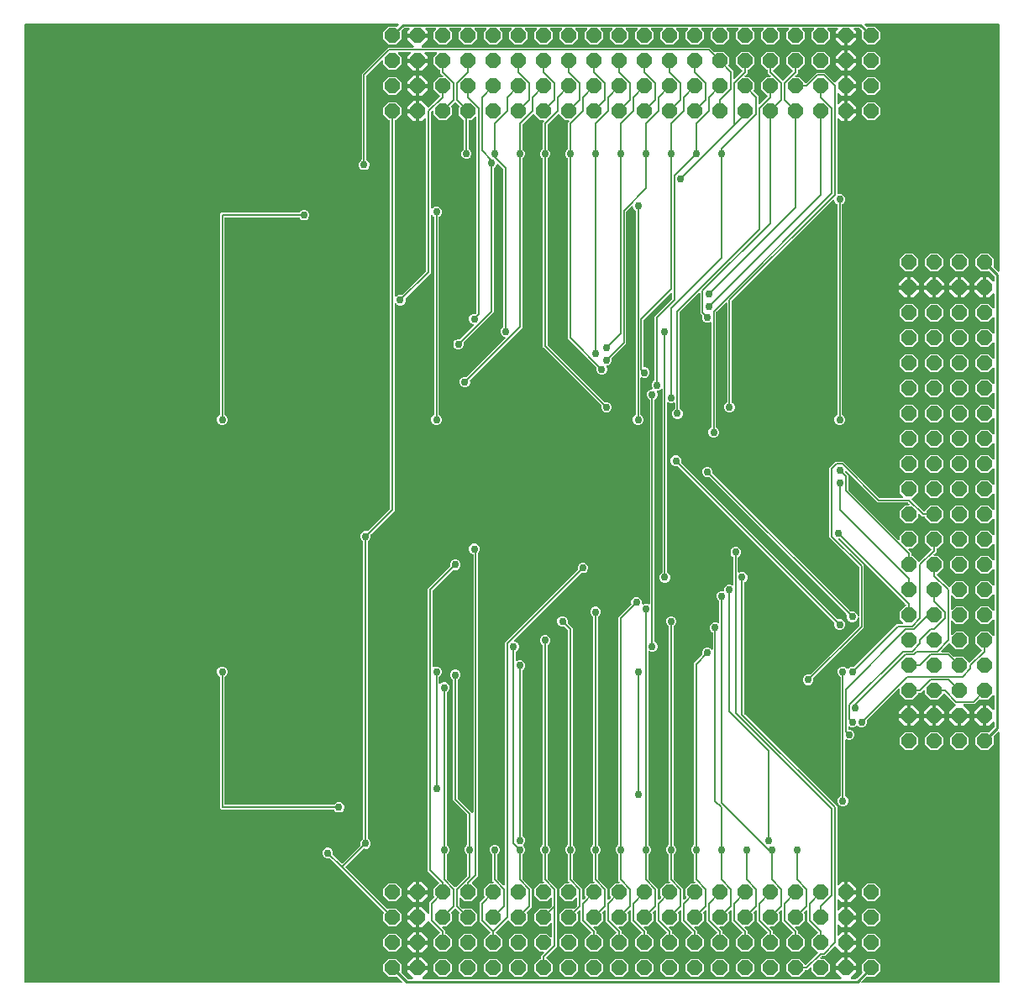
<source format=gbl>
G04 EAGLE Gerber RS-274X export*
G75*
%MOMM*%
%FSLAX34Y34*%
%LPD*%
%INBottom Copper*%
%IPPOS*%
%AMOC8*
5,1,8,0,0,1.08239X$1,22.5*%
G01*
%ADD10P,1.649562X8X22.500000*%
%ADD11P,1.649562X8X202.500000*%
%ADD12P,1.649562X8X112.500000*%
%ADD13C,0.152400*%
%ADD14C,0.756400*%
%ADD15C,0.254000*%

G36*
X389865Y10165D02*
X389865Y10165D01*
X389894Y10162D01*
X390005Y10185D01*
X390117Y10201D01*
X390144Y10213D01*
X390173Y10218D01*
X390273Y10270D01*
X390377Y10317D01*
X390399Y10336D01*
X390425Y10349D01*
X390507Y10427D01*
X390594Y10500D01*
X390610Y10525D01*
X390631Y10545D01*
X390689Y10643D01*
X390751Y10737D01*
X390760Y10765D01*
X390775Y10790D01*
X390803Y10900D01*
X390837Y11008D01*
X390838Y11038D01*
X390845Y11066D01*
X390842Y11179D01*
X390844Y11292D01*
X390837Y11321D01*
X390836Y11350D01*
X390801Y11458D01*
X390773Y11567D01*
X390758Y11593D01*
X390749Y11621D01*
X390703Y11684D01*
X390627Y11812D01*
X390582Y11855D01*
X390554Y11894D01*
X386208Y16240D01*
X386161Y16275D01*
X386121Y16317D01*
X386048Y16360D01*
X385981Y16411D01*
X385926Y16431D01*
X385876Y16461D01*
X385794Y16482D01*
X385715Y16512D01*
X385657Y16517D01*
X385600Y16531D01*
X385516Y16528D01*
X385432Y16535D01*
X385375Y16524D01*
X385316Y16522D01*
X385236Y16496D01*
X385153Y16479D01*
X385101Y16452D01*
X385046Y16434D01*
X384989Y16394D01*
X384901Y16348D01*
X384828Y16280D01*
X384794Y16255D01*
X377212Y16255D01*
X371855Y21612D01*
X371855Y29188D01*
X377212Y34545D01*
X384788Y34545D01*
X390145Y29188D01*
X390145Y21607D01*
X390125Y21581D01*
X390083Y21541D01*
X390040Y21468D01*
X389989Y21401D01*
X389969Y21346D01*
X389939Y21296D01*
X389918Y21214D01*
X389888Y21135D01*
X389883Y21077D01*
X389869Y21020D01*
X389872Y20936D01*
X389865Y20852D01*
X389876Y20794D01*
X389878Y20736D01*
X389904Y20656D01*
X389921Y20573D01*
X389947Y20521D01*
X389965Y20465D01*
X390006Y20409D01*
X390052Y20321D01*
X390120Y20248D01*
X390160Y20192D01*
X395830Y14522D01*
X395900Y14470D01*
X395964Y14410D01*
X396013Y14384D01*
X396057Y14351D01*
X396139Y14320D01*
X396217Y14280D01*
X396265Y14272D01*
X396323Y14250D01*
X396471Y14238D01*
X396548Y14225D01*
X400755Y14225D01*
X400784Y14229D01*
X400813Y14226D01*
X400924Y14249D01*
X401036Y14265D01*
X401063Y14277D01*
X401092Y14282D01*
X401192Y14334D01*
X401296Y14381D01*
X401318Y14400D01*
X401344Y14413D01*
X401426Y14491D01*
X401513Y14564D01*
X401529Y14589D01*
X401550Y14609D01*
X401607Y14707D01*
X401670Y14801D01*
X401679Y14829D01*
X401694Y14854D01*
X401722Y14964D01*
X401756Y15072D01*
X401757Y15102D01*
X401764Y15130D01*
X401760Y15243D01*
X401763Y15356D01*
X401756Y15385D01*
X401755Y15414D01*
X401720Y15522D01*
X401692Y15631D01*
X401677Y15657D01*
X401668Y15685D01*
X401622Y15748D01*
X401546Y15876D01*
X401501Y15919D01*
X401473Y15958D01*
X396239Y21191D01*
X396239Y23369D01*
X405384Y23369D01*
X405442Y23377D01*
X405500Y23375D01*
X405582Y23397D01*
X405665Y23409D01*
X405719Y23433D01*
X405775Y23447D01*
X405848Y23490D01*
X405925Y23525D01*
X405969Y23563D01*
X406020Y23593D01*
X406077Y23654D01*
X406142Y23709D01*
X406174Y23757D01*
X406214Y23800D01*
X406253Y23875D01*
X406299Y23945D01*
X406317Y24001D01*
X406344Y24053D01*
X406355Y24121D01*
X406385Y24216D01*
X406388Y24316D01*
X406399Y24384D01*
X406399Y25401D01*
X406401Y25401D01*
X406401Y24384D01*
X406409Y24326D01*
X406408Y24268D01*
X406429Y24186D01*
X406441Y24103D01*
X406465Y24049D01*
X406479Y23993D01*
X406522Y23920D01*
X406557Y23843D01*
X406595Y23798D01*
X406625Y23748D01*
X406686Y23690D01*
X406741Y23626D01*
X406789Y23594D01*
X406832Y23554D01*
X406907Y23515D01*
X406977Y23469D01*
X407033Y23451D01*
X407085Y23424D01*
X407153Y23413D01*
X407248Y23383D01*
X407348Y23380D01*
X407416Y23369D01*
X416561Y23369D01*
X416561Y21191D01*
X411327Y15958D01*
X411310Y15934D01*
X411287Y15915D01*
X411224Y15821D01*
X411156Y15731D01*
X411146Y15703D01*
X411130Y15679D01*
X411095Y15571D01*
X411055Y15465D01*
X411053Y15436D01*
X411044Y15408D01*
X411041Y15294D01*
X411032Y15182D01*
X411037Y15153D01*
X411037Y15124D01*
X411065Y15014D01*
X411087Y14903D01*
X411101Y14877D01*
X411108Y14849D01*
X411166Y14751D01*
X411218Y14651D01*
X411239Y14629D01*
X411254Y14604D01*
X411336Y14527D01*
X411414Y14445D01*
X411440Y14430D01*
X411461Y14410D01*
X411562Y14358D01*
X411660Y14301D01*
X411688Y14294D01*
X411714Y14280D01*
X411791Y14267D01*
X411935Y14231D01*
X411998Y14233D01*
X412045Y14225D01*
X832555Y14225D01*
X832584Y14229D01*
X832613Y14226D01*
X832724Y14249D01*
X832836Y14265D01*
X832863Y14277D01*
X832892Y14282D01*
X832992Y14334D01*
X833096Y14381D01*
X833118Y14400D01*
X833144Y14413D01*
X833226Y14491D01*
X833313Y14564D01*
X833329Y14589D01*
X833350Y14609D01*
X833407Y14707D01*
X833470Y14801D01*
X833479Y14829D01*
X833494Y14854D01*
X833522Y14964D01*
X833556Y15072D01*
X833557Y15102D01*
X833564Y15130D01*
X833560Y15243D01*
X833563Y15356D01*
X833556Y15385D01*
X833555Y15414D01*
X833520Y15522D01*
X833492Y15631D01*
X833477Y15657D01*
X833468Y15685D01*
X833422Y15748D01*
X833346Y15876D01*
X833301Y15919D01*
X833273Y15958D01*
X828039Y21191D01*
X828039Y23369D01*
X837184Y23369D01*
X837242Y23377D01*
X837300Y23375D01*
X837382Y23397D01*
X837465Y23409D01*
X837519Y23433D01*
X837575Y23447D01*
X837648Y23490D01*
X837725Y23525D01*
X837769Y23563D01*
X837820Y23593D01*
X837877Y23654D01*
X837942Y23709D01*
X837974Y23757D01*
X838014Y23800D01*
X838053Y23875D01*
X838099Y23945D01*
X838117Y24001D01*
X838144Y24053D01*
X838155Y24121D01*
X838185Y24216D01*
X838188Y24316D01*
X838199Y24384D01*
X838199Y25401D01*
X838201Y25401D01*
X838201Y24384D01*
X838209Y24326D01*
X838208Y24268D01*
X838229Y24186D01*
X838241Y24103D01*
X838265Y24049D01*
X838279Y23993D01*
X838322Y23920D01*
X838357Y23843D01*
X838395Y23798D01*
X838425Y23748D01*
X838486Y23690D01*
X838541Y23626D01*
X838589Y23594D01*
X838632Y23554D01*
X838707Y23515D01*
X838777Y23469D01*
X838833Y23451D01*
X838885Y23424D01*
X838953Y23413D01*
X839048Y23383D01*
X839148Y23380D01*
X839216Y23369D01*
X848361Y23369D01*
X848361Y21191D01*
X843127Y15958D01*
X843110Y15934D01*
X843087Y15915D01*
X843024Y15821D01*
X842956Y15731D01*
X842946Y15703D01*
X842930Y15679D01*
X842895Y15571D01*
X842855Y15465D01*
X842853Y15436D01*
X842844Y15408D01*
X842841Y15294D01*
X842832Y15182D01*
X842837Y15153D01*
X842837Y15124D01*
X842865Y15014D01*
X842887Y14903D01*
X842901Y14877D01*
X842908Y14849D01*
X842966Y14751D01*
X843018Y14651D01*
X843039Y14629D01*
X843054Y14604D01*
X843136Y14527D01*
X843214Y14445D01*
X843240Y14430D01*
X843261Y14410D01*
X843362Y14358D01*
X843460Y14301D01*
X843488Y14294D01*
X843514Y14280D01*
X843591Y14267D01*
X843735Y14231D01*
X843798Y14233D01*
X843845Y14225D01*
X848052Y14225D01*
X848138Y14237D01*
X848226Y14240D01*
X848279Y14257D01*
X848333Y14265D01*
X848413Y14300D01*
X848496Y14327D01*
X848536Y14355D01*
X848593Y14381D01*
X848706Y14477D01*
X848770Y14522D01*
X854440Y20192D01*
X854475Y20239D01*
X854517Y20279D01*
X854560Y20352D01*
X854611Y20419D01*
X854631Y20474D01*
X854661Y20524D01*
X854682Y20606D01*
X854712Y20685D01*
X854717Y20743D01*
X854731Y20800D01*
X854728Y20884D01*
X854735Y20968D01*
X854724Y21025D01*
X854722Y21084D01*
X854696Y21164D01*
X854679Y21247D01*
X854652Y21299D01*
X854634Y21354D01*
X854594Y21411D01*
X854548Y21499D01*
X854480Y21572D01*
X854455Y21606D01*
X854455Y29188D01*
X859812Y34545D01*
X867388Y34545D01*
X872745Y29188D01*
X872745Y21612D01*
X867388Y16255D01*
X859807Y16255D01*
X859781Y16275D01*
X859741Y16317D01*
X859668Y16360D01*
X859601Y16411D01*
X859546Y16431D01*
X859496Y16461D01*
X859414Y16482D01*
X859335Y16512D01*
X859277Y16517D01*
X859220Y16531D01*
X859136Y16528D01*
X859052Y16535D01*
X858994Y16524D01*
X858936Y16522D01*
X858856Y16496D01*
X858773Y16479D01*
X858721Y16453D01*
X858665Y16435D01*
X858609Y16394D01*
X858521Y16348D01*
X858448Y16280D01*
X858392Y16240D01*
X854046Y11894D01*
X854029Y11870D01*
X854006Y11851D01*
X853943Y11757D01*
X853875Y11667D01*
X853865Y11639D01*
X853849Y11615D01*
X853814Y11507D01*
X853774Y11401D01*
X853772Y11372D01*
X853763Y11344D01*
X853760Y11230D01*
X853751Y11118D01*
X853756Y11089D01*
X853756Y11060D01*
X853784Y10950D01*
X853806Y10839D01*
X853820Y10813D01*
X853827Y10785D01*
X853885Y10687D01*
X853937Y10587D01*
X853958Y10565D01*
X853973Y10540D01*
X854055Y10463D01*
X854133Y10381D01*
X854159Y10366D01*
X854180Y10346D01*
X854281Y10294D01*
X854378Y10237D01*
X854407Y10230D01*
X854433Y10216D01*
X854510Y10203D01*
X854654Y10167D01*
X854716Y10169D01*
X854764Y10161D01*
X991924Y10161D01*
X991982Y10169D01*
X992040Y10167D01*
X992122Y10189D01*
X992206Y10201D01*
X992259Y10224D01*
X992315Y10239D01*
X992388Y10282D01*
X992465Y10317D01*
X992510Y10355D01*
X992560Y10384D01*
X992618Y10446D01*
X992682Y10500D01*
X992714Y10549D01*
X992754Y10592D01*
X992793Y10667D01*
X992840Y10737D01*
X992857Y10793D01*
X992884Y10845D01*
X992895Y10913D01*
X992925Y11008D01*
X992928Y11108D01*
X992939Y11176D01*
X992939Y262636D01*
X992935Y262665D01*
X992938Y262694D01*
X992915Y262805D01*
X992899Y262917D01*
X992887Y262944D01*
X992882Y262973D01*
X992830Y263073D01*
X992783Y263177D01*
X992764Y263199D01*
X992751Y263225D01*
X992673Y263307D01*
X992600Y263394D01*
X992575Y263410D01*
X992555Y263431D01*
X992457Y263489D01*
X992363Y263551D01*
X992335Y263560D01*
X992310Y263575D01*
X992200Y263603D01*
X992092Y263637D01*
X992062Y263638D01*
X992034Y263645D01*
X991921Y263642D01*
X991808Y263644D01*
X991779Y263637D01*
X991750Y263636D01*
X991642Y263601D01*
X991533Y263573D01*
X991507Y263558D01*
X991479Y263549D01*
X991416Y263503D01*
X991288Y263427D01*
X991245Y263382D01*
X991206Y263354D01*
X987060Y259208D01*
X987025Y259161D01*
X986983Y259121D01*
X986940Y259048D01*
X986889Y258981D01*
X986869Y258926D01*
X986839Y258876D01*
X986818Y258794D01*
X986788Y258715D01*
X986783Y258657D01*
X986769Y258600D01*
X986772Y258516D01*
X986765Y258432D01*
X986776Y258375D01*
X986778Y258316D01*
X986804Y258236D01*
X986821Y258153D01*
X986848Y258101D01*
X986866Y258046D01*
X986906Y257989D01*
X986952Y257901D01*
X987020Y257828D01*
X987045Y257794D01*
X987045Y250212D01*
X981688Y244855D01*
X974112Y244855D01*
X968755Y250212D01*
X968755Y257788D01*
X974112Y263145D01*
X981693Y263145D01*
X981719Y263125D01*
X981759Y263083D01*
X981832Y263040D01*
X981899Y262989D01*
X981954Y262969D01*
X982004Y262939D01*
X982086Y262918D01*
X982165Y262888D01*
X982223Y262883D01*
X982280Y262869D01*
X982364Y262872D01*
X982448Y262865D01*
X982506Y262876D01*
X982564Y262878D01*
X982644Y262904D01*
X982727Y262921D01*
X982779Y262947D01*
X982835Y262965D01*
X982891Y263006D01*
X982979Y263052D01*
X983052Y263120D01*
X983108Y263160D01*
X987508Y267560D01*
X987560Y267630D01*
X987620Y267694D01*
X987646Y267743D01*
X987679Y267787D01*
X987710Y267869D01*
X987750Y267947D01*
X987758Y267995D01*
X987780Y268053D01*
X987792Y268201D01*
X987805Y268278D01*
X987805Y272485D01*
X987801Y272514D01*
X987804Y272543D01*
X987781Y272654D01*
X987765Y272766D01*
X987753Y272793D01*
X987748Y272822D01*
X987696Y272922D01*
X987649Y273026D01*
X987630Y273048D01*
X987617Y273074D01*
X987539Y273156D01*
X987466Y273243D01*
X987441Y273259D01*
X987421Y273280D01*
X987323Y273337D01*
X987229Y273400D01*
X987201Y273409D01*
X987176Y273424D01*
X987066Y273452D01*
X986958Y273486D01*
X986928Y273487D01*
X986900Y273494D01*
X986787Y273490D01*
X986674Y273493D01*
X986645Y273486D01*
X986616Y273485D01*
X986508Y273450D01*
X986399Y273422D01*
X986373Y273407D01*
X986345Y273398D01*
X986282Y273352D01*
X986154Y273276D01*
X986111Y273231D01*
X986072Y273203D01*
X982109Y269239D01*
X979931Y269239D01*
X979931Y278384D01*
X979923Y278442D01*
X979925Y278500D01*
X979903Y278582D01*
X979891Y278665D01*
X979867Y278719D01*
X979853Y278775D01*
X979810Y278848D01*
X979775Y278925D01*
X979737Y278969D01*
X979707Y279020D01*
X979646Y279077D01*
X979591Y279142D01*
X979543Y279174D01*
X979500Y279214D01*
X979425Y279253D01*
X979355Y279299D01*
X979299Y279317D01*
X979247Y279344D01*
X979179Y279355D01*
X979084Y279385D01*
X978984Y279388D01*
X978916Y279399D01*
X977899Y279399D01*
X977899Y279401D01*
X978916Y279401D01*
X978974Y279409D01*
X979032Y279408D01*
X979114Y279429D01*
X979197Y279441D01*
X979251Y279465D01*
X979307Y279479D01*
X979380Y279522D01*
X979457Y279557D01*
X979502Y279595D01*
X979552Y279625D01*
X979610Y279686D01*
X979674Y279741D01*
X979706Y279789D01*
X979746Y279832D01*
X979785Y279907D01*
X979831Y279977D01*
X979849Y280033D01*
X979876Y280085D01*
X979887Y280153D01*
X979917Y280248D01*
X979920Y280348D01*
X979931Y280416D01*
X979931Y289561D01*
X982109Y289561D01*
X986072Y285597D01*
X986096Y285580D01*
X986115Y285557D01*
X986209Y285494D01*
X986299Y285426D01*
X986327Y285416D01*
X986351Y285400D01*
X986459Y285365D01*
X986565Y285325D01*
X986594Y285323D01*
X986622Y285314D01*
X986736Y285311D01*
X986848Y285302D01*
X986877Y285307D01*
X986906Y285307D01*
X987016Y285335D01*
X987127Y285357D01*
X987153Y285371D01*
X987181Y285378D01*
X987279Y285436D01*
X987379Y285488D01*
X987401Y285509D01*
X987426Y285524D01*
X987503Y285606D01*
X987585Y285684D01*
X987600Y285710D01*
X987620Y285731D01*
X987672Y285832D01*
X987729Y285930D01*
X987736Y285958D01*
X987750Y285984D01*
X987763Y286061D01*
X987799Y286205D01*
X987797Y286268D01*
X987805Y286315D01*
X987805Y299322D01*
X987801Y299351D01*
X987804Y299380D01*
X987781Y299491D01*
X987765Y299603D01*
X987753Y299630D01*
X987748Y299659D01*
X987696Y299759D01*
X987649Y299863D01*
X987630Y299885D01*
X987617Y299911D01*
X987539Y299993D01*
X987466Y300080D01*
X987441Y300096D01*
X987421Y300117D01*
X987323Y300174D01*
X987229Y300237D01*
X987201Y300246D01*
X987176Y300261D01*
X987066Y300289D01*
X986958Y300323D01*
X986928Y300324D01*
X986900Y300331D01*
X986787Y300327D01*
X986674Y300330D01*
X986645Y300323D01*
X986616Y300322D01*
X986508Y300287D01*
X986399Y300258D01*
X986373Y300243D01*
X986345Y300234D01*
X986282Y300189D01*
X986154Y300113D01*
X986111Y300068D01*
X986072Y300040D01*
X981688Y295655D01*
X974112Y295655D01*
X973769Y295999D01*
X973722Y296034D01*
X973682Y296076D01*
X973609Y296119D01*
X973541Y296170D01*
X973487Y296191D01*
X973436Y296220D01*
X973355Y296241D01*
X973276Y296271D01*
X973217Y296276D01*
X973161Y296290D01*
X973076Y296288D01*
X972992Y296295D01*
X972935Y296283D01*
X972877Y296281D01*
X972796Y296255D01*
X972714Y296239D01*
X972662Y296212D01*
X972606Y296194D01*
X972550Y296154D01*
X972461Y296108D01*
X972389Y296039D01*
X972333Y295999D01*
X967735Y291401D01*
X957320Y291401D01*
X957291Y291397D01*
X957261Y291399D01*
X957150Y291377D01*
X957038Y291361D01*
X957011Y291349D01*
X956983Y291343D01*
X956882Y291291D01*
X956779Y291245D01*
X956756Y291226D01*
X956730Y291212D01*
X956648Y291134D01*
X956562Y291061D01*
X956545Y291037D01*
X956524Y291016D01*
X956467Y290919D01*
X956404Y290824D01*
X956395Y290796D01*
X956381Y290771D01*
X956353Y290662D01*
X956318Y290553D01*
X956318Y290524D01*
X956310Y290496D01*
X956314Y290383D01*
X956311Y290269D01*
X956319Y290241D01*
X956319Y290211D01*
X956354Y290104D01*
X956383Y289994D01*
X956398Y289969D01*
X956407Y289941D01*
X956452Y289877D01*
X956528Y289750D01*
X956543Y289736D01*
X956544Y289734D01*
X956576Y289704D01*
X956602Y289668D01*
X962661Y283609D01*
X962661Y281431D01*
X953516Y281431D01*
X953458Y281423D01*
X953400Y281425D01*
X953318Y281403D01*
X953235Y281391D01*
X953181Y281367D01*
X953125Y281353D01*
X953052Y281310D01*
X952975Y281275D01*
X952931Y281237D01*
X952880Y281207D01*
X952823Y281146D01*
X952758Y281091D01*
X952726Y281043D01*
X952686Y281000D01*
X952647Y280925D01*
X952601Y280855D01*
X952583Y280799D01*
X952556Y280747D01*
X952545Y280679D01*
X952515Y280584D01*
X952512Y280484D01*
X952501Y280416D01*
X952501Y279399D01*
X952499Y279399D01*
X952499Y280416D01*
X952491Y280474D01*
X952492Y280532D01*
X952471Y280614D01*
X952459Y280697D01*
X952435Y280751D01*
X952421Y280807D01*
X952378Y280880D01*
X952343Y280957D01*
X952305Y281002D01*
X952275Y281052D01*
X952214Y281110D01*
X952159Y281174D01*
X952111Y281206D01*
X952068Y281246D01*
X951993Y281285D01*
X951923Y281331D01*
X951867Y281349D01*
X951815Y281376D01*
X951747Y281387D01*
X951652Y281417D01*
X951552Y281420D01*
X951484Y281431D01*
X942339Y281431D01*
X942339Y283609D01*
X948537Y289806D01*
X948572Y289853D01*
X948614Y289893D01*
X948657Y289966D01*
X948708Y290033D01*
X948728Y290088D01*
X948758Y290138D01*
X948779Y290220D01*
X948809Y290299D01*
X948814Y290357D01*
X948828Y290414D01*
X948825Y290498D01*
X948832Y290582D01*
X948821Y290640D01*
X948819Y290698D01*
X948793Y290778D01*
X948776Y290861D01*
X948750Y290913D01*
X948732Y290969D01*
X948691Y291025D01*
X948645Y291113D01*
X948577Y291186D01*
X948537Y291242D01*
X946741Y293038D01*
X937978Y301801D01*
X937954Y301818D01*
X937935Y301841D01*
X937841Y301904D01*
X937751Y301972D01*
X937723Y301982D01*
X937699Y301998D01*
X937591Y302033D01*
X937485Y302073D01*
X937456Y302075D01*
X937428Y302084D01*
X937314Y302087D01*
X937202Y302096D01*
X937173Y302091D01*
X937144Y302091D01*
X937034Y302063D01*
X936923Y302041D01*
X936897Y302027D01*
X936869Y302020D01*
X936771Y301962D01*
X936671Y301910D01*
X936649Y301889D01*
X936624Y301874D01*
X936547Y301792D01*
X936465Y301714D01*
X936450Y301688D01*
X936430Y301667D01*
X936378Y301566D01*
X936321Y301468D01*
X936314Y301440D01*
X936300Y301414D01*
X936287Y301337D01*
X936251Y301193D01*
X936253Y301130D01*
X936245Y301083D01*
X936245Y301012D01*
X930888Y295655D01*
X923312Y295655D01*
X917955Y301012D01*
X917955Y304258D01*
X917951Y304287D01*
X917954Y304316D01*
X917931Y304427D01*
X917915Y304539D01*
X917903Y304566D01*
X917898Y304595D01*
X917846Y304695D01*
X917799Y304799D01*
X917780Y304821D01*
X917767Y304847D01*
X917689Y304929D01*
X917616Y305016D01*
X917591Y305032D01*
X917571Y305053D01*
X917473Y305111D01*
X917379Y305173D01*
X917351Y305182D01*
X917326Y305197D01*
X917216Y305225D01*
X917108Y305259D01*
X917078Y305260D01*
X917050Y305267D01*
X916937Y305263D01*
X916824Y305266D01*
X916795Y305259D01*
X916766Y305258D01*
X916658Y305223D01*
X916549Y305195D01*
X916523Y305180D01*
X916495Y305171D01*
X916432Y305125D01*
X916304Y305049D01*
X916261Y305004D01*
X916222Y304976D01*
X915397Y304150D01*
X913760Y302513D01*
X911860Y302513D01*
X911802Y302505D01*
X911744Y302507D01*
X911662Y302485D01*
X911578Y302473D01*
X911525Y302450D01*
X911469Y302435D01*
X911396Y302392D01*
X911319Y302357D01*
X911274Y302319D01*
X911224Y302290D01*
X911166Y302228D01*
X911102Y302174D01*
X911070Y302125D01*
X911030Y302082D01*
X910991Y302007D01*
X910944Y301937D01*
X910927Y301881D01*
X910900Y301829D01*
X910889Y301761D01*
X910859Y301666D01*
X910856Y301566D01*
X910845Y301498D01*
X910845Y301012D01*
X905488Y295655D01*
X897912Y295655D01*
X892555Y301012D01*
X892555Y305845D01*
X892551Y305874D01*
X892554Y305904D01*
X892531Y306015D01*
X892515Y306127D01*
X892503Y306154D01*
X892498Y306182D01*
X892446Y306283D01*
X892399Y306386D01*
X892380Y306409D01*
X892367Y306435D01*
X892289Y306517D01*
X892216Y306603D01*
X892191Y306619D01*
X892171Y306641D01*
X892073Y306698D01*
X891979Y306761D01*
X891951Y306770D01*
X891926Y306784D01*
X891816Y306812D01*
X891708Y306847D01*
X891678Y306847D01*
X891650Y306855D01*
X891537Y306851D01*
X891424Y306854D01*
X891395Y306846D01*
X891366Y306846D01*
X891258Y306811D01*
X891149Y306782D01*
X891123Y306767D01*
X891095Y306758D01*
X891032Y306713D01*
X890904Y306637D01*
X890861Y306591D01*
X890822Y306563D01*
X859563Y275305D01*
X859563Y275303D01*
X859561Y275302D01*
X859473Y275184D01*
X859393Y275077D01*
X859392Y275076D01*
X859391Y275075D01*
X859341Y274943D01*
X859291Y274812D01*
X859291Y274810D01*
X859291Y274809D01*
X859280Y274670D01*
X859268Y274528D01*
X859268Y274527D01*
X859268Y274525D01*
X859271Y274510D01*
X859324Y274250D01*
X859338Y274223D01*
X859343Y274198D01*
X859382Y274106D01*
X859382Y271994D01*
X858574Y270044D01*
X857081Y268551D01*
X855131Y267743D01*
X853019Y267743D01*
X851069Y268551D01*
X850030Y269590D01*
X849984Y269625D01*
X849943Y269667D01*
X849871Y269710D01*
X849803Y269761D01*
X849749Y269782D01*
X849698Y269811D01*
X849617Y269832D01*
X849538Y269862D01*
X849479Y269867D01*
X849423Y269881D01*
X849338Y269878D01*
X849254Y269885D01*
X849197Y269874D01*
X849138Y269872D01*
X849058Y269846D01*
X848976Y269830D01*
X848924Y269803D01*
X848868Y269785D01*
X848812Y269745D01*
X848723Y269699D01*
X848651Y269630D01*
X848595Y269590D01*
X847556Y268551D01*
X845606Y267743D01*
X843494Y267743D01*
X841891Y268408D01*
X841779Y268436D01*
X841670Y268471D01*
X841642Y268472D01*
X841615Y268479D01*
X841501Y268475D01*
X841386Y268478D01*
X841359Y268471D01*
X841331Y268470D01*
X841222Y268435D01*
X841111Y268406D01*
X841087Y268392D01*
X841060Y268384D01*
X840965Y268320D01*
X840866Y268261D01*
X840847Y268241D01*
X840824Y268225D01*
X840750Y268138D01*
X840672Y268054D01*
X840659Y268029D01*
X840641Y268008D01*
X840595Y267903D01*
X840542Y267801D01*
X840538Y267776D01*
X840526Y267748D01*
X840489Y267484D01*
X840487Y267470D01*
X840487Y266672D01*
X840495Y266614D01*
X840493Y266556D01*
X840515Y266474D01*
X840527Y266390D01*
X840550Y266337D01*
X840565Y266281D01*
X840608Y266208D01*
X840643Y266131D01*
X840681Y266086D01*
X840710Y266036D01*
X840772Y265978D01*
X840826Y265914D01*
X840875Y265882D01*
X840918Y265842D01*
X840993Y265803D01*
X841063Y265756D01*
X841119Y265739D01*
X841171Y265712D01*
X841239Y265701D01*
X841334Y265671D01*
X841434Y265668D01*
X841502Y265657D01*
X842431Y265657D01*
X844381Y264849D01*
X845874Y263356D01*
X846682Y261406D01*
X846682Y259294D01*
X845874Y257344D01*
X844381Y255851D01*
X842431Y255043D01*
X840319Y255043D01*
X838716Y255708D01*
X838604Y255736D01*
X838495Y255771D01*
X838467Y255772D01*
X838440Y255779D01*
X838326Y255775D01*
X838211Y255778D01*
X838184Y255771D01*
X838156Y255770D01*
X838047Y255735D01*
X837936Y255706D01*
X837912Y255692D01*
X837885Y255684D01*
X837790Y255620D01*
X837691Y255561D01*
X837672Y255541D01*
X837649Y255525D01*
X837575Y255438D01*
X837497Y255354D01*
X837484Y255329D01*
X837466Y255308D01*
X837420Y255203D01*
X837367Y255101D01*
X837363Y255076D01*
X837351Y255048D01*
X837314Y254784D01*
X837312Y254770D01*
X837312Y199150D01*
X837312Y199149D01*
X837312Y199147D01*
X837332Y199008D01*
X837352Y198869D01*
X837352Y198867D01*
X837352Y198866D01*
X837409Y198739D01*
X837468Y198609D01*
X837469Y198608D01*
X837469Y198607D01*
X837563Y198496D01*
X837651Y198392D01*
X837653Y198391D01*
X837654Y198390D01*
X837667Y198382D01*
X837888Y198235D01*
X837917Y198225D01*
X837938Y198212D01*
X838031Y198174D01*
X839524Y196681D01*
X840332Y194731D01*
X840332Y192619D01*
X839524Y190669D01*
X838031Y189176D01*
X836081Y188368D01*
X833969Y188368D01*
X832019Y189176D01*
X830526Y190669D01*
X829718Y192619D01*
X829718Y194731D01*
X830526Y196681D01*
X832019Y198174D01*
X832112Y198212D01*
X832113Y198213D01*
X832114Y198213D01*
X832230Y198282D01*
X832356Y198357D01*
X832358Y198358D01*
X832359Y198359D01*
X832454Y198460D01*
X832552Y198563D01*
X832552Y198565D01*
X832553Y198566D01*
X832618Y198692D01*
X832682Y198816D01*
X832682Y198818D01*
X832683Y198819D01*
X832685Y198834D01*
X832737Y199095D01*
X832734Y199125D01*
X832738Y199150D01*
X832738Y318375D01*
X832738Y318376D01*
X832738Y318378D01*
X832718Y318517D01*
X832698Y318656D01*
X832698Y318658D01*
X832698Y318659D01*
X832641Y318786D01*
X832582Y318916D01*
X832581Y318917D01*
X832581Y318918D01*
X832488Y319026D01*
X832399Y319133D01*
X832397Y319134D01*
X832396Y319135D01*
X832383Y319143D01*
X832162Y319290D01*
X832133Y319300D01*
X832112Y319313D01*
X832019Y319351D01*
X830526Y320844D01*
X829718Y322794D01*
X829718Y324906D01*
X830526Y326856D01*
X832019Y328349D01*
X833969Y329157D01*
X836081Y329157D01*
X838031Y328349D01*
X839070Y327310D01*
X839116Y327275D01*
X839157Y327233D01*
X839229Y327190D01*
X839297Y327139D01*
X839351Y327118D01*
X839402Y327089D01*
X839484Y327068D01*
X839562Y327038D01*
X839621Y327033D01*
X839677Y327019D01*
X839762Y327022D01*
X839846Y327015D01*
X839903Y327026D01*
X839962Y327028D01*
X840042Y327054D01*
X840125Y327070D01*
X840176Y327097D01*
X840232Y327115D01*
X840288Y327156D01*
X840377Y327201D01*
X840449Y327270D01*
X840505Y327310D01*
X841544Y328349D01*
X843494Y329157D01*
X845606Y329157D01*
X845698Y329118D01*
X845700Y329118D01*
X845701Y329117D01*
X845834Y329083D01*
X845973Y329047D01*
X845975Y329047D01*
X845977Y329047D01*
X846117Y329052D01*
X846258Y329056D01*
X846259Y329056D01*
X846261Y329056D01*
X846395Y329100D01*
X846528Y329142D01*
X846530Y329143D01*
X846531Y329144D01*
X846544Y329152D01*
X846764Y329301D01*
X846784Y329324D01*
X846805Y329338D01*
X889640Y372174D01*
X895142Y372174D01*
X895171Y372178D01*
X895200Y372176D01*
X895311Y372198D01*
X895424Y372214D01*
X895450Y372226D01*
X895479Y372232D01*
X895580Y372284D01*
X895683Y372330D01*
X895706Y372349D01*
X895731Y372363D01*
X895814Y372441D01*
X895900Y372514D01*
X895916Y372538D01*
X895938Y372559D01*
X895995Y372656D01*
X896058Y372751D01*
X896067Y372779D01*
X896081Y372804D01*
X896109Y372913D01*
X896143Y373022D01*
X896144Y373051D01*
X896151Y373079D01*
X896148Y373192D01*
X896151Y373306D01*
X896143Y373334D01*
X896142Y373364D01*
X896108Y373471D01*
X896079Y373581D01*
X896064Y373606D01*
X896055Y373634D01*
X896009Y373698D01*
X895934Y373825D01*
X895888Y373868D01*
X895860Y373907D01*
X892555Y377212D01*
X892555Y384788D01*
X897912Y390145D01*
X897983Y390145D01*
X898012Y390149D01*
X898041Y390146D01*
X898152Y390169D01*
X898264Y390185D01*
X898291Y390197D01*
X898320Y390202D01*
X898420Y390254D01*
X898524Y390301D01*
X898546Y390320D01*
X898572Y390333D01*
X898654Y390411D01*
X898741Y390484D01*
X898757Y390509D01*
X898778Y390529D01*
X898836Y390627D01*
X898898Y390721D01*
X898907Y390749D01*
X898922Y390774D01*
X898950Y390884D01*
X898984Y390992D01*
X898985Y391022D01*
X898992Y391050D01*
X898988Y391163D01*
X898991Y391276D01*
X898984Y391305D01*
X898983Y391334D01*
X898948Y391442D01*
X898920Y391551D01*
X898905Y391577D01*
X898896Y391605D01*
X898850Y391668D01*
X898774Y391796D01*
X898729Y391839D01*
X898701Y391878D01*
X832517Y458062D01*
X832516Y458062D01*
X832515Y458064D01*
X832395Y458153D01*
X832290Y458232D01*
X832288Y458233D01*
X832287Y458234D01*
X832154Y458284D01*
X832024Y458334D01*
X832023Y458334D01*
X832021Y458334D01*
X831883Y458345D01*
X831741Y458357D01*
X831739Y458357D01*
X831738Y458357D01*
X831723Y458354D01*
X831462Y458301D01*
X831435Y458287D01*
X831411Y458282D01*
X831279Y458227D01*
X831180Y458169D01*
X831079Y458116D01*
X831059Y458097D01*
X831035Y458083D01*
X830955Y457999D01*
X830872Y457920D01*
X830858Y457896D01*
X830839Y457876D01*
X830787Y457774D01*
X830729Y457675D01*
X830722Y457648D01*
X830709Y457623D01*
X830687Y457510D01*
X830659Y457399D01*
X830660Y457372D01*
X830654Y457344D01*
X830664Y457230D01*
X830668Y457115D01*
X830676Y457089D01*
X830679Y457061D01*
X830720Y456954D01*
X830755Y456845D01*
X830770Y456824D01*
X830781Y456796D01*
X830941Y456584D01*
X830950Y456571D01*
X854725Y432797D01*
X854725Y432796D01*
X856362Y431160D01*
X856362Y368940D01*
X805588Y318167D01*
X805588Y318166D01*
X805586Y318165D01*
X805498Y318047D01*
X805418Y317940D01*
X805417Y317938D01*
X805416Y317937D01*
X805366Y317805D01*
X805316Y317674D01*
X805316Y317673D01*
X805316Y317671D01*
X805305Y317533D01*
X805293Y317391D01*
X805293Y317389D01*
X805293Y317388D01*
X805296Y317373D01*
X805349Y317112D01*
X805363Y317085D01*
X805368Y317061D01*
X805407Y316968D01*
X805407Y314857D01*
X804599Y312906D01*
X803106Y311414D01*
X801156Y310606D01*
X799044Y310606D01*
X797094Y311414D01*
X795601Y312906D01*
X794793Y314857D01*
X794793Y316968D01*
X795601Y318919D01*
X797094Y320411D01*
X799044Y321219D01*
X801156Y321219D01*
X801248Y321181D01*
X801250Y321180D01*
X801251Y321180D01*
X801384Y321146D01*
X801523Y321110D01*
X801525Y321110D01*
X801527Y321110D01*
X801667Y321114D01*
X801808Y321118D01*
X801809Y321119D01*
X801811Y321119D01*
X801945Y321162D01*
X802078Y321205D01*
X802080Y321206D01*
X802081Y321206D01*
X802094Y321215D01*
X802314Y321363D01*
X802334Y321387D01*
X802355Y321401D01*
X851491Y370537D01*
X851543Y370607D01*
X851603Y370671D01*
X851629Y370720D01*
X851662Y370765D01*
X851693Y370846D01*
X851733Y370924D01*
X851741Y370972D01*
X851763Y371030D01*
X851775Y371178D01*
X851788Y371255D01*
X851788Y377916D01*
X851776Y378001D01*
X851774Y378087D01*
X851756Y378141D01*
X851748Y378198D01*
X851713Y378276D01*
X851687Y378358D01*
X851655Y378405D01*
X851632Y378457D01*
X851577Y378523D01*
X851529Y378594D01*
X851485Y378631D01*
X851449Y378674D01*
X851377Y378722D01*
X851311Y378777D01*
X851259Y378800D01*
X851212Y378832D01*
X851130Y378858D01*
X851051Y378892D01*
X850995Y378900D01*
X850941Y378917D01*
X850855Y378920D01*
X850770Y378931D01*
X850714Y378923D01*
X850657Y378925D01*
X850574Y378903D01*
X850489Y378891D01*
X850437Y378867D01*
X850382Y378853D01*
X850308Y378809D01*
X850229Y378774D01*
X850186Y378737D01*
X850137Y378708D01*
X850078Y378645D01*
X850013Y378589D01*
X849987Y378547D01*
X849943Y378500D01*
X849877Y378371D01*
X849835Y378305D01*
X849049Y376406D01*
X847556Y374914D01*
X845606Y374106D01*
X843494Y374106D01*
X841544Y374914D01*
X840051Y376406D01*
X839243Y378357D01*
X839243Y380468D01*
X839282Y380561D01*
X839282Y380562D01*
X839283Y380564D01*
X839317Y380697D01*
X839353Y380836D01*
X839353Y380838D01*
X839353Y380839D01*
X839349Y380970D01*
X839344Y381120D01*
X839344Y381122D01*
X839344Y381123D01*
X839303Y381250D01*
X839258Y381391D01*
X839257Y381392D01*
X839256Y381394D01*
X839248Y381406D01*
X839099Y381627D01*
X839076Y381647D01*
X839062Y381667D01*
X700755Y519974D01*
X700753Y519975D01*
X700752Y519976D01*
X700634Y520065D01*
X700527Y520145D01*
X700526Y520145D01*
X700525Y520146D01*
X700394Y520196D01*
X700262Y520246D01*
X700260Y520246D01*
X700259Y520247D01*
X700120Y520258D01*
X699978Y520270D01*
X699977Y520269D01*
X699975Y520270D01*
X699960Y520266D01*
X699700Y520214D01*
X699673Y520200D01*
X699648Y520194D01*
X699556Y520156D01*
X697444Y520156D01*
X695494Y520964D01*
X694001Y522456D01*
X693193Y524407D01*
X693193Y526518D01*
X694001Y528469D01*
X695494Y529961D01*
X697444Y530769D01*
X699556Y530769D01*
X701506Y529961D01*
X702999Y528469D01*
X703807Y526518D01*
X703807Y524407D01*
X703768Y524314D01*
X703768Y524313D01*
X703767Y524311D01*
X703733Y524178D01*
X703697Y524039D01*
X703697Y524037D01*
X703697Y524036D01*
X703702Y523895D01*
X703706Y523755D01*
X703706Y523753D01*
X703706Y523752D01*
X703750Y523618D01*
X703792Y523484D01*
X703793Y523483D01*
X703794Y523481D01*
X703802Y523469D01*
X703951Y523248D01*
X703974Y523228D01*
X703988Y523208D01*
X842295Y384901D01*
X842297Y384900D01*
X842298Y384899D01*
X842416Y384810D01*
X842523Y384730D01*
X842524Y384730D01*
X842525Y384729D01*
X842657Y384679D01*
X842788Y384629D01*
X842790Y384629D01*
X842791Y384628D01*
X842930Y384617D01*
X843072Y384605D01*
X843073Y384606D01*
X843075Y384605D01*
X843090Y384609D01*
X843350Y384661D01*
X843377Y384675D01*
X843402Y384681D01*
X843494Y384719D01*
X845606Y384719D01*
X847556Y383911D01*
X849049Y382419D01*
X849835Y380520D01*
X849879Y380446D01*
X849914Y380368D01*
X849951Y380325D01*
X849980Y380276D01*
X850042Y380217D01*
X850098Y380151D01*
X850145Y380120D01*
X850186Y380080D01*
X850263Y380041D01*
X850334Y379993D01*
X850388Y379976D01*
X850439Y379950D01*
X850523Y379934D01*
X850605Y379908D01*
X850662Y379906D01*
X850718Y379895D01*
X850803Y379903D01*
X850889Y379900D01*
X850944Y379915D01*
X851001Y379920D01*
X851081Y379950D01*
X851164Y379972D01*
X851213Y380001D01*
X851266Y380022D01*
X851335Y380074D01*
X851409Y380117D01*
X851448Y380159D01*
X851493Y380193D01*
X851544Y380262D01*
X851603Y380325D01*
X851629Y380375D01*
X851663Y380421D01*
X851694Y380501D01*
X851733Y380578D01*
X851741Y380627D01*
X851764Y380687D01*
X851775Y380832D01*
X851788Y380909D01*
X851788Y428845D01*
X851776Y428931D01*
X851773Y429019D01*
X851756Y429071D01*
X851748Y429126D01*
X851713Y429206D01*
X851686Y429289D01*
X851658Y429329D01*
X851632Y429386D01*
X851536Y429499D01*
X851491Y429563D01*
X821626Y459428D01*
X821626Y529585D01*
X827728Y535687D01*
X835972Y535687D01*
X872187Y499472D01*
X872257Y499419D01*
X872321Y499359D01*
X872370Y499334D01*
X872415Y499301D01*
X872496Y499270D01*
X872574Y499230D01*
X872622Y499222D01*
X872680Y499199D01*
X872828Y499187D01*
X872905Y499174D01*
X895142Y499174D01*
X895171Y499178D01*
X895200Y499176D01*
X895311Y499198D01*
X895424Y499214D01*
X895450Y499226D01*
X895479Y499232D01*
X895580Y499284D01*
X895683Y499330D01*
X895706Y499349D01*
X895731Y499363D01*
X895814Y499441D01*
X895900Y499514D01*
X895916Y499538D01*
X895938Y499559D01*
X895995Y499656D01*
X896058Y499751D01*
X896067Y499779D01*
X896081Y499804D01*
X896109Y499913D01*
X896143Y500022D01*
X896144Y500051D01*
X896151Y500079D01*
X896148Y500192D01*
X896151Y500306D01*
X896143Y500334D01*
X896142Y500364D01*
X896108Y500471D01*
X896079Y500581D01*
X896064Y500606D01*
X896055Y500634D01*
X896009Y500698D01*
X895934Y500825D01*
X895888Y500868D01*
X895860Y500907D01*
X892555Y504212D01*
X892555Y511788D01*
X897912Y517145D01*
X905488Y517145D01*
X910845Y511788D01*
X910845Y504212D01*
X905488Y498855D01*
X905417Y498855D01*
X905388Y498851D01*
X905359Y498854D01*
X905248Y498831D01*
X905136Y498815D01*
X905109Y498803D01*
X905080Y498798D01*
X904980Y498746D01*
X904876Y498699D01*
X904854Y498680D01*
X904828Y498667D01*
X904746Y498589D01*
X904659Y498516D01*
X904643Y498491D01*
X904622Y498471D01*
X904564Y498373D01*
X904502Y498279D01*
X904493Y498251D01*
X904478Y498226D01*
X904450Y498116D01*
X904416Y498008D01*
X904415Y497978D01*
X904408Y497950D01*
X904412Y497837D01*
X904409Y497724D01*
X904416Y497695D01*
X904417Y497666D01*
X904452Y497558D01*
X904480Y497449D01*
X904495Y497423D01*
X904504Y497395D01*
X904550Y497332D01*
X904626Y497204D01*
X904671Y497161D01*
X904699Y497122D01*
X916222Y485599D01*
X916246Y485582D01*
X916265Y485559D01*
X916359Y485496D01*
X916449Y485428D01*
X916477Y485418D01*
X916501Y485402D01*
X916609Y485367D01*
X916715Y485327D01*
X916744Y485325D01*
X916772Y485316D01*
X916886Y485313D01*
X916998Y485304D01*
X917027Y485309D01*
X917056Y485309D01*
X917166Y485337D01*
X917277Y485359D01*
X917303Y485373D01*
X917331Y485380D01*
X917429Y485438D01*
X917529Y485490D01*
X917551Y485511D01*
X917576Y485526D01*
X917653Y485608D01*
X917735Y485686D01*
X917750Y485712D01*
X917770Y485733D01*
X917822Y485834D01*
X917879Y485932D01*
X917886Y485960D01*
X917900Y485986D01*
X917913Y486063D01*
X917949Y486207D01*
X917947Y486270D01*
X917955Y486317D01*
X917955Y486388D01*
X923312Y491745D01*
X930888Y491745D01*
X936245Y486388D01*
X936245Y478812D01*
X930888Y473455D01*
X923312Y473455D01*
X917955Y478812D01*
X917955Y479298D01*
X917947Y479356D01*
X917949Y479414D01*
X917927Y479496D01*
X917915Y479580D01*
X917892Y479633D01*
X917877Y479689D01*
X917834Y479762D01*
X917799Y479839D01*
X917761Y479884D01*
X917732Y479934D01*
X917670Y479992D01*
X917616Y480056D01*
X917567Y480088D01*
X917524Y480128D01*
X917449Y480167D01*
X917379Y480214D01*
X917323Y480231D01*
X917271Y480258D01*
X917203Y480269D01*
X917108Y480299D01*
X917008Y480302D01*
X916940Y480313D01*
X915040Y480313D01*
X912578Y482776D01*
X912554Y482793D01*
X912535Y482816D01*
X912441Y482879D01*
X912351Y482947D01*
X912323Y482957D01*
X912299Y482973D01*
X912191Y483008D01*
X912085Y483048D01*
X912056Y483050D01*
X912028Y483059D01*
X911914Y483062D01*
X911802Y483071D01*
X911773Y483066D01*
X911744Y483066D01*
X911634Y483038D01*
X911523Y483016D01*
X911497Y483002D01*
X911469Y482995D01*
X911371Y482937D01*
X911271Y482885D01*
X911249Y482864D01*
X911224Y482849D01*
X911147Y482767D01*
X911065Y482689D01*
X911050Y482663D01*
X911030Y482642D01*
X910978Y482541D01*
X910921Y482443D01*
X910914Y482415D01*
X910900Y482389D01*
X910887Y482312D01*
X910851Y482168D01*
X910853Y482105D01*
X910845Y482058D01*
X910845Y478812D01*
X905488Y473455D01*
X897912Y473455D01*
X892555Y478812D01*
X892555Y486388D01*
X897912Y491745D01*
X901158Y491745D01*
X901187Y491749D01*
X901216Y491746D01*
X901327Y491769D01*
X901439Y491785D01*
X901466Y491797D01*
X901495Y491802D01*
X901596Y491855D01*
X901699Y491901D01*
X901721Y491920D01*
X901747Y491933D01*
X901829Y492011D01*
X901916Y492084D01*
X901932Y492109D01*
X901953Y492129D01*
X902011Y492227D01*
X902073Y492321D01*
X902082Y492349D01*
X902097Y492374D01*
X902125Y492484D01*
X902159Y492592D01*
X902160Y492622D01*
X902167Y492650D01*
X902163Y492763D01*
X902166Y492876D01*
X902159Y492905D01*
X902158Y492934D01*
X902123Y493042D01*
X902095Y493151D01*
X902080Y493177D01*
X902071Y493205D01*
X902025Y493269D01*
X901949Y493396D01*
X901904Y493439D01*
X901876Y493478D01*
X901050Y494303D01*
X900980Y494356D01*
X900916Y494416D01*
X900867Y494441D01*
X900823Y494474D01*
X900741Y494505D01*
X900663Y494545D01*
X900616Y494553D01*
X900557Y494576D01*
X900410Y494588D01*
X900332Y494601D01*
X870590Y494601D01*
X838829Y526362D01*
X838737Y526431D01*
X838649Y526505D01*
X838623Y526517D01*
X838601Y526533D01*
X838494Y526574D01*
X838389Y526621D01*
X838362Y526625D01*
X838336Y526635D01*
X838221Y526644D01*
X838107Y526660D01*
X838080Y526656D01*
X838052Y526658D01*
X837940Y526636D01*
X837826Y526619D01*
X837801Y526608D01*
X837774Y526602D01*
X837672Y526549D01*
X837567Y526502D01*
X837546Y526484D01*
X837521Y526471D01*
X837438Y526392D01*
X837351Y526318D01*
X837337Y526297D01*
X837315Y526275D01*
X837180Y526045D01*
X837173Y526033D01*
X837118Y525902D01*
X837118Y525900D01*
X837117Y525899D01*
X837084Y525768D01*
X837047Y525626D01*
X837047Y525625D01*
X837047Y525623D01*
X837052Y525484D01*
X837056Y525342D01*
X837056Y525341D01*
X837056Y525339D01*
X837099Y525206D01*
X837142Y525071D01*
X837143Y525070D01*
X837144Y525069D01*
X837152Y525057D01*
X837301Y524835D01*
X837324Y524816D01*
X837338Y524795D01*
X840487Y521647D01*
X840487Y507780D01*
X840499Y507694D01*
X840502Y507606D01*
X840519Y507554D01*
X840527Y507499D01*
X840562Y507419D01*
X840589Y507336D01*
X840617Y507296D01*
X840643Y507239D01*
X840739Y507126D01*
X840784Y507062D01*
X890822Y457024D01*
X890846Y457007D01*
X890865Y456984D01*
X890959Y456921D01*
X891049Y456853D01*
X891077Y456843D01*
X891101Y456827D01*
X891209Y456792D01*
X891315Y456752D01*
X891344Y456750D01*
X891372Y456741D01*
X891486Y456738D01*
X891598Y456729D01*
X891627Y456734D01*
X891656Y456734D01*
X891766Y456762D01*
X891877Y456784D01*
X891903Y456798D01*
X891931Y456805D01*
X892029Y456863D01*
X892129Y456915D01*
X892151Y456936D01*
X892176Y456951D01*
X892253Y457033D01*
X892335Y457111D01*
X892350Y457137D01*
X892370Y457158D01*
X892422Y457259D01*
X892479Y457357D01*
X892486Y457385D01*
X892500Y457411D01*
X892513Y457488D01*
X892549Y457632D01*
X892547Y457695D01*
X892555Y457742D01*
X892555Y460988D01*
X897912Y466345D01*
X905488Y466345D01*
X910845Y460988D01*
X910845Y453412D01*
X905488Y448055D01*
X902242Y448055D01*
X902213Y448051D01*
X902184Y448054D01*
X902073Y448031D01*
X901961Y448015D01*
X901934Y448003D01*
X901905Y447998D01*
X901805Y447945D01*
X901701Y447899D01*
X901679Y447880D01*
X901653Y447867D01*
X901571Y447789D01*
X901484Y447716D01*
X901468Y447691D01*
X901447Y447671D01*
X901390Y447573D01*
X901327Y447479D01*
X901318Y447451D01*
X901303Y447426D01*
X901275Y447316D01*
X901241Y447208D01*
X901240Y447178D01*
X901233Y447150D01*
X901237Y447037D01*
X901234Y446924D01*
X901241Y446895D01*
X901242Y446866D01*
X901277Y446758D01*
X901305Y446649D01*
X901320Y446623D01*
X901329Y446595D01*
X901375Y446532D01*
X901451Y446404D01*
X901496Y446361D01*
X901524Y446322D01*
X903987Y443860D01*
X903987Y441960D01*
X903995Y441902D01*
X903993Y441844D01*
X904015Y441762D01*
X904027Y441678D01*
X904050Y441625D01*
X904065Y441569D01*
X904108Y441496D01*
X904143Y441419D01*
X904181Y441374D01*
X904210Y441324D01*
X904272Y441266D01*
X904326Y441202D01*
X904375Y441170D01*
X904418Y441130D01*
X904493Y441091D01*
X904563Y441044D01*
X904619Y441027D01*
X904671Y441000D01*
X904739Y440989D01*
X904834Y440959D01*
X904934Y440956D01*
X905002Y440945D01*
X905488Y440945D01*
X910845Y435588D01*
X910845Y435517D01*
X910849Y435488D01*
X910846Y435459D01*
X910869Y435348D01*
X910885Y435236D01*
X910897Y435209D01*
X910902Y435180D01*
X910954Y435080D01*
X911001Y434976D01*
X911020Y434954D01*
X911033Y434928D01*
X911111Y434846D01*
X911184Y434759D01*
X911209Y434743D01*
X911229Y434722D01*
X911327Y434664D01*
X911421Y434602D01*
X911449Y434593D01*
X911474Y434578D01*
X911584Y434550D01*
X911692Y434516D01*
X911722Y434515D01*
X911750Y434508D01*
X911863Y434512D01*
X911976Y434509D01*
X912005Y434516D01*
X912034Y434517D01*
X912142Y434552D01*
X912251Y434580D01*
X912277Y434595D01*
X912305Y434604D01*
X912368Y434650D01*
X912496Y434726D01*
X912539Y434771D01*
X912578Y434799D01*
X924101Y446322D01*
X924118Y446346D01*
X924141Y446365D01*
X924204Y446459D01*
X924272Y446549D01*
X924282Y446577D01*
X924298Y446601D01*
X924333Y446709D01*
X924373Y446815D01*
X924375Y446844D01*
X924384Y446872D01*
X924387Y446986D01*
X924396Y447098D01*
X924391Y447127D01*
X924391Y447156D01*
X924363Y447266D01*
X924341Y447377D01*
X924327Y447403D01*
X924320Y447431D01*
X924262Y447529D01*
X924210Y447629D01*
X924189Y447651D01*
X924174Y447676D01*
X924092Y447753D01*
X924014Y447835D01*
X923988Y447850D01*
X923967Y447870D01*
X923866Y447922D01*
X923768Y447979D01*
X923740Y447986D01*
X923714Y448000D01*
X923637Y448013D01*
X923493Y448049D01*
X923430Y448047D01*
X923383Y448055D01*
X923312Y448055D01*
X917955Y453412D01*
X917955Y460988D01*
X923312Y466345D01*
X930888Y466345D01*
X936245Y460988D01*
X936245Y453412D01*
X930888Y448055D01*
X930402Y448055D01*
X930344Y448047D01*
X930286Y448049D01*
X930204Y448027D01*
X930120Y448015D01*
X930067Y447992D01*
X930011Y447977D01*
X929938Y447934D01*
X929861Y447899D01*
X929816Y447861D01*
X929766Y447832D01*
X929708Y447770D01*
X929644Y447716D01*
X929612Y447667D01*
X929572Y447624D01*
X929533Y447549D01*
X929486Y447479D01*
X929469Y447423D01*
X929442Y447371D01*
X929431Y447303D01*
X929401Y447208D01*
X929398Y447108D01*
X929387Y447040D01*
X929387Y445140D01*
X926924Y442678D01*
X926907Y442654D01*
X926884Y442635D01*
X926821Y442541D01*
X926753Y442451D01*
X926743Y442423D01*
X926727Y442399D01*
X926692Y442291D01*
X926652Y442185D01*
X926650Y442156D01*
X926641Y442128D01*
X926638Y442014D01*
X926629Y441902D01*
X926634Y441873D01*
X926634Y441844D01*
X926662Y441734D01*
X926684Y441623D01*
X926698Y441597D01*
X926705Y441569D01*
X926763Y441471D01*
X926815Y441371D01*
X926836Y441349D01*
X926851Y441324D01*
X926933Y441247D01*
X927011Y441165D01*
X927037Y441150D01*
X927058Y441130D01*
X927159Y441078D01*
X927257Y441021D01*
X927285Y441014D01*
X927311Y441000D01*
X927388Y440987D01*
X927532Y440951D01*
X927595Y440953D01*
X927642Y440945D01*
X930888Y440945D01*
X936245Y435588D01*
X936245Y428012D01*
X930888Y422655D01*
X930817Y422655D01*
X930788Y422651D01*
X930759Y422654D01*
X930648Y422631D01*
X930536Y422615D01*
X930509Y422603D01*
X930480Y422598D01*
X930380Y422546D01*
X930276Y422499D01*
X930254Y422480D01*
X930228Y422467D01*
X930146Y422389D01*
X930059Y422316D01*
X930043Y422291D01*
X930022Y422271D01*
X929964Y422173D01*
X929902Y422079D01*
X929893Y422051D01*
X929878Y422026D01*
X929850Y421916D01*
X929816Y421808D01*
X929815Y421778D01*
X929808Y421750D01*
X929812Y421637D01*
X929809Y421524D01*
X929816Y421495D01*
X929817Y421466D01*
X929852Y421358D01*
X929880Y421249D01*
X929895Y421223D01*
X929904Y421195D01*
X929950Y421132D01*
X930026Y421004D01*
X930071Y420961D01*
X930099Y420922D01*
X941622Y409399D01*
X941646Y409382D01*
X941665Y409359D01*
X941759Y409296D01*
X941849Y409228D01*
X941877Y409218D01*
X941901Y409202D01*
X942009Y409167D01*
X942115Y409127D01*
X942144Y409125D01*
X942172Y409116D01*
X942286Y409113D01*
X942398Y409104D01*
X942427Y409109D01*
X942456Y409109D01*
X942566Y409137D01*
X942677Y409159D01*
X942703Y409173D01*
X942731Y409180D01*
X942829Y409238D01*
X942929Y409290D01*
X942951Y409311D01*
X942976Y409326D01*
X943053Y409408D01*
X943135Y409486D01*
X943150Y409512D01*
X943170Y409533D01*
X943222Y409634D01*
X943279Y409732D01*
X943286Y409760D01*
X943300Y409786D01*
X943313Y409863D01*
X943349Y410007D01*
X943347Y410070D01*
X943355Y410117D01*
X943355Y410188D01*
X948712Y415545D01*
X956288Y415545D01*
X961645Y410188D01*
X961645Y402612D01*
X956288Y397255D01*
X948712Y397255D01*
X945407Y400560D01*
X945384Y400578D01*
X945365Y400600D01*
X945271Y400663D01*
X945180Y400731D01*
X945153Y400741D01*
X945128Y400758D01*
X945020Y400792D01*
X944915Y400832D01*
X944885Y400835D01*
X944857Y400843D01*
X944744Y400846D01*
X944631Y400856D01*
X944603Y400850D01*
X944573Y400851D01*
X944464Y400822D01*
X944352Y400800D01*
X944326Y400786D01*
X944298Y400779D01*
X944201Y400721D01*
X944100Y400669D01*
X944079Y400649D01*
X944054Y400634D01*
X943976Y400551D01*
X943894Y400473D01*
X943879Y400448D01*
X943859Y400426D01*
X943808Y400326D01*
X943750Y400228D01*
X943743Y400199D01*
X943730Y400173D01*
X943717Y400096D01*
X943680Y399952D01*
X943682Y399890D01*
X943674Y399842D01*
X943674Y387558D01*
X943678Y387529D01*
X943676Y387500D01*
X943698Y387389D01*
X943714Y387276D01*
X943726Y387250D01*
X943732Y387221D01*
X943784Y387120D01*
X943830Y387017D01*
X943849Y386994D01*
X943863Y386969D01*
X943941Y386886D01*
X944014Y386800D01*
X944038Y386784D01*
X944059Y386762D01*
X944156Y386705D01*
X944251Y386642D01*
X944279Y386633D01*
X944304Y386619D01*
X944413Y386591D01*
X944522Y386557D01*
X944551Y386556D01*
X944579Y386549D01*
X944692Y386552D01*
X944806Y386549D01*
X944834Y386557D01*
X944864Y386558D01*
X944971Y386592D01*
X945081Y386621D01*
X945106Y386636D01*
X945134Y386645D01*
X945198Y386691D01*
X945325Y386766D01*
X945368Y386812D01*
X945407Y386840D01*
X948712Y390145D01*
X956288Y390145D01*
X961645Y384788D01*
X961645Y377212D01*
X956288Y371855D01*
X948712Y371855D01*
X945407Y375160D01*
X945384Y375178D01*
X945365Y375200D01*
X945271Y375263D01*
X945180Y375331D01*
X945153Y375341D01*
X945128Y375358D01*
X945020Y375392D01*
X944915Y375432D01*
X944885Y375435D01*
X944857Y375443D01*
X944744Y375446D01*
X944631Y375456D01*
X944603Y375450D01*
X944573Y375451D01*
X944464Y375422D01*
X944352Y375400D01*
X944326Y375386D01*
X944298Y375379D01*
X944201Y375321D01*
X944100Y375269D01*
X944079Y375249D01*
X944054Y375234D01*
X943976Y375151D01*
X943894Y375073D01*
X943879Y375048D01*
X943859Y375026D01*
X943808Y374926D01*
X943750Y374828D01*
X943743Y374799D01*
X943730Y374773D01*
X943717Y374696D01*
X943680Y374552D01*
X943682Y374490D01*
X943674Y374442D01*
X943674Y362158D01*
X943678Y362129D01*
X943676Y362100D01*
X943698Y361989D01*
X943714Y361876D01*
X943726Y361850D01*
X943732Y361821D01*
X943784Y361720D01*
X943830Y361617D01*
X943849Y361594D01*
X943863Y361569D01*
X943941Y361486D01*
X944014Y361400D01*
X944038Y361384D01*
X944059Y361362D01*
X944156Y361305D01*
X944251Y361242D01*
X944279Y361233D01*
X944304Y361219D01*
X944413Y361191D01*
X944522Y361157D01*
X944551Y361156D01*
X944579Y361149D01*
X944692Y361152D01*
X944806Y361149D01*
X944834Y361157D01*
X944864Y361158D01*
X944971Y361192D01*
X945081Y361221D01*
X945106Y361236D01*
X945134Y361245D01*
X945198Y361291D01*
X945325Y361366D01*
X945368Y361412D01*
X945407Y361440D01*
X948712Y364745D01*
X956288Y364745D01*
X961645Y359388D01*
X961645Y351812D01*
X956288Y346455D01*
X948712Y346455D01*
X943355Y351812D01*
X943355Y351883D01*
X943351Y351912D01*
X943354Y351941D01*
X943331Y352052D01*
X943315Y352164D01*
X943303Y352191D01*
X943298Y352220D01*
X943246Y352320D01*
X943199Y352424D01*
X943180Y352446D01*
X943167Y352472D01*
X943089Y352554D01*
X943016Y352641D01*
X942991Y352657D01*
X942971Y352678D01*
X942873Y352736D01*
X942779Y352798D01*
X942751Y352807D01*
X942726Y352822D01*
X942616Y352850D01*
X942508Y352884D01*
X942478Y352885D01*
X942450Y352892D01*
X942337Y352888D01*
X942224Y352891D01*
X942195Y352884D01*
X942166Y352883D01*
X942058Y352848D01*
X941949Y352820D01*
X941923Y352805D01*
X941895Y352796D01*
X941832Y352750D01*
X941704Y352674D01*
X941661Y352629D01*
X941622Y352601D01*
X934354Y345332D01*
X934336Y345309D01*
X934314Y345290D01*
X934251Y345195D01*
X934183Y345105D01*
X934172Y345078D01*
X934156Y345053D01*
X934122Y344945D01*
X934082Y344840D01*
X934079Y344810D01*
X934070Y344782D01*
X934067Y344669D01*
X934058Y344556D01*
X934064Y344528D01*
X934063Y344498D01*
X934092Y344389D01*
X934114Y344277D01*
X934128Y344251D01*
X934135Y344223D01*
X934193Y344126D01*
X934245Y344025D01*
X934265Y344004D01*
X934280Y343979D01*
X934363Y343901D01*
X934441Y343819D01*
X934466Y343804D01*
X934487Y343784D01*
X934588Y343733D01*
X934686Y343675D01*
X934714Y343668D01*
X934741Y343655D01*
X934818Y343642D01*
X934962Y343605D01*
X935024Y343607D01*
X935072Y343599D01*
X942335Y343599D01*
X946933Y339001D01*
X946980Y338966D01*
X947020Y338924D01*
X947093Y338881D01*
X947160Y338830D01*
X947215Y338809D01*
X947265Y338780D01*
X947347Y338759D01*
X947426Y338729D01*
X947484Y338724D01*
X947541Y338710D01*
X947625Y338712D01*
X947709Y338705D01*
X947766Y338717D01*
X947825Y338719D01*
X947905Y338745D01*
X947988Y338761D01*
X948040Y338788D01*
X948095Y338806D01*
X948152Y338846D01*
X948240Y338892D01*
X948312Y338961D01*
X948369Y339001D01*
X948712Y339345D01*
X956288Y339345D01*
X961645Y333988D01*
X961645Y333917D01*
X961649Y333888D01*
X961646Y333859D01*
X961669Y333748D01*
X961685Y333636D01*
X961697Y333609D01*
X961702Y333580D01*
X961754Y333480D01*
X961801Y333376D01*
X961820Y333354D01*
X961833Y333328D01*
X961911Y333246D01*
X961984Y333159D01*
X962009Y333143D01*
X962029Y333122D01*
X962127Y333064D01*
X962221Y333002D01*
X962249Y332993D01*
X962274Y332978D01*
X962384Y332950D01*
X962492Y332916D01*
X962522Y332915D01*
X962550Y332908D01*
X962663Y332912D01*
X962776Y332909D01*
X962805Y332916D01*
X962834Y332917D01*
X962942Y332952D01*
X963051Y332980D01*
X963077Y332995D01*
X963105Y333004D01*
X963168Y333050D01*
X963296Y333126D01*
X963339Y333171D01*
X963378Y333199D01*
X974901Y344722D01*
X974918Y344746D01*
X974941Y344765D01*
X975004Y344859D01*
X975072Y344949D01*
X975082Y344977D01*
X975098Y345001D01*
X975133Y345109D01*
X975173Y345215D01*
X975175Y345244D01*
X975184Y345272D01*
X975187Y345386D01*
X975196Y345498D01*
X975191Y345527D01*
X975191Y345556D01*
X975163Y345666D01*
X975141Y345777D01*
X975127Y345803D01*
X975120Y345831D01*
X975062Y345929D01*
X975010Y346029D01*
X974989Y346051D01*
X974974Y346076D01*
X974892Y346153D01*
X974814Y346235D01*
X974788Y346250D01*
X974767Y346270D01*
X974666Y346322D01*
X974568Y346379D01*
X974540Y346386D01*
X974514Y346400D01*
X974437Y346413D01*
X974293Y346449D01*
X974230Y346447D01*
X974183Y346455D01*
X974112Y346455D01*
X968755Y351812D01*
X968755Y359388D01*
X974112Y364745D01*
X981688Y364745D01*
X986072Y360360D01*
X986096Y360343D01*
X986115Y360320D01*
X986209Y360258D01*
X986299Y360190D01*
X986327Y360179D01*
X986351Y360163D01*
X986459Y360129D01*
X986565Y360088D01*
X986594Y360086D01*
X986622Y360077D01*
X986736Y360074D01*
X986848Y360065D01*
X986877Y360071D01*
X986906Y360070D01*
X987016Y360098D01*
X987127Y360121D01*
X987153Y360134D01*
X987181Y360142D01*
X987279Y360199D01*
X987379Y360252D01*
X987401Y360272D01*
X987426Y360287D01*
X987503Y360369D01*
X987585Y360447D01*
X987600Y360473D01*
X987620Y360494D01*
X987672Y360595D01*
X987729Y360693D01*
X987736Y360721D01*
X987750Y360747D01*
X987763Y360825D01*
X987799Y360968D01*
X987797Y361031D01*
X987805Y361078D01*
X987805Y375522D01*
X987801Y375551D01*
X987804Y375580D01*
X987781Y375691D01*
X987765Y375803D01*
X987753Y375830D01*
X987748Y375859D01*
X987696Y375959D01*
X987649Y376063D01*
X987630Y376085D01*
X987617Y376111D01*
X987539Y376193D01*
X987466Y376280D01*
X987441Y376296D01*
X987421Y376317D01*
X987323Y376374D01*
X987229Y376437D01*
X987201Y376446D01*
X987176Y376461D01*
X987066Y376489D01*
X986958Y376523D01*
X986928Y376524D01*
X986900Y376531D01*
X986787Y376527D01*
X986674Y376530D01*
X986645Y376523D01*
X986616Y376522D01*
X986508Y376487D01*
X986399Y376458D01*
X986373Y376443D01*
X986345Y376434D01*
X986282Y376389D01*
X986154Y376313D01*
X986111Y376268D01*
X986072Y376240D01*
X981688Y371855D01*
X974112Y371855D01*
X968755Y377212D01*
X968755Y384788D01*
X974112Y390145D01*
X981688Y390145D01*
X986072Y385760D01*
X986096Y385743D01*
X986115Y385720D01*
X986209Y385658D01*
X986299Y385590D01*
X986327Y385579D01*
X986351Y385563D01*
X986459Y385529D01*
X986565Y385488D01*
X986594Y385486D01*
X986622Y385477D01*
X986736Y385474D01*
X986848Y385465D01*
X986877Y385471D01*
X986906Y385470D01*
X987016Y385498D01*
X987127Y385521D01*
X987153Y385534D01*
X987181Y385542D01*
X987279Y385599D01*
X987379Y385652D01*
X987401Y385672D01*
X987426Y385687D01*
X987503Y385769D01*
X987585Y385847D01*
X987600Y385873D01*
X987620Y385894D01*
X987672Y385995D01*
X987729Y386093D01*
X987736Y386121D01*
X987750Y386147D01*
X987763Y386225D01*
X987799Y386368D01*
X987797Y386431D01*
X987805Y386478D01*
X987805Y400922D01*
X987801Y400951D01*
X987804Y400980D01*
X987781Y401091D01*
X987765Y401203D01*
X987753Y401230D01*
X987748Y401259D01*
X987696Y401359D01*
X987649Y401463D01*
X987630Y401485D01*
X987617Y401511D01*
X987539Y401593D01*
X987466Y401680D01*
X987441Y401696D01*
X987421Y401717D01*
X987323Y401774D01*
X987229Y401837D01*
X987201Y401846D01*
X987176Y401861D01*
X987066Y401889D01*
X986958Y401923D01*
X986928Y401924D01*
X986900Y401931D01*
X986787Y401927D01*
X986674Y401930D01*
X986645Y401923D01*
X986616Y401922D01*
X986508Y401887D01*
X986399Y401858D01*
X986373Y401843D01*
X986345Y401834D01*
X986282Y401789D01*
X986154Y401713D01*
X986111Y401668D01*
X986072Y401640D01*
X981688Y397255D01*
X974112Y397255D01*
X968755Y402612D01*
X968755Y410188D01*
X974112Y415545D01*
X981688Y415545D01*
X986072Y411160D01*
X986096Y411143D01*
X986115Y411120D01*
X986209Y411058D01*
X986299Y410990D01*
X986327Y410979D01*
X986351Y410963D01*
X986459Y410929D01*
X986565Y410888D01*
X986594Y410886D01*
X986622Y410877D01*
X986736Y410874D01*
X986848Y410865D01*
X986877Y410871D01*
X986906Y410870D01*
X987016Y410898D01*
X987127Y410921D01*
X987153Y410934D01*
X987181Y410942D01*
X987279Y410999D01*
X987379Y411052D01*
X987401Y411072D01*
X987426Y411087D01*
X987503Y411169D01*
X987585Y411247D01*
X987600Y411273D01*
X987620Y411294D01*
X987672Y411395D01*
X987729Y411493D01*
X987736Y411521D01*
X987750Y411547D01*
X987763Y411625D01*
X987799Y411768D01*
X987797Y411831D01*
X987805Y411878D01*
X987805Y426322D01*
X987801Y426351D01*
X987804Y426380D01*
X987781Y426491D01*
X987765Y426603D01*
X987753Y426630D01*
X987748Y426659D01*
X987696Y426759D01*
X987649Y426863D01*
X987630Y426885D01*
X987617Y426911D01*
X987539Y426993D01*
X987466Y427080D01*
X987441Y427096D01*
X987421Y427117D01*
X987323Y427174D01*
X987229Y427237D01*
X987201Y427246D01*
X987176Y427261D01*
X987066Y427289D01*
X986958Y427323D01*
X986928Y427324D01*
X986900Y427331D01*
X986787Y427327D01*
X986674Y427330D01*
X986645Y427323D01*
X986616Y427322D01*
X986508Y427287D01*
X986399Y427258D01*
X986373Y427243D01*
X986345Y427234D01*
X986282Y427189D01*
X986154Y427113D01*
X986111Y427068D01*
X986072Y427040D01*
X981688Y422655D01*
X974112Y422655D01*
X968755Y428012D01*
X968755Y435588D01*
X974112Y440945D01*
X981688Y440945D01*
X986072Y436560D01*
X986096Y436543D01*
X986115Y436520D01*
X986209Y436458D01*
X986299Y436390D01*
X986327Y436379D01*
X986351Y436363D01*
X986459Y436329D01*
X986565Y436288D01*
X986594Y436286D01*
X986622Y436277D01*
X986736Y436274D01*
X986848Y436265D01*
X986877Y436271D01*
X986906Y436270D01*
X987016Y436298D01*
X987127Y436321D01*
X987153Y436334D01*
X987181Y436342D01*
X987279Y436399D01*
X987379Y436452D01*
X987401Y436472D01*
X987426Y436487D01*
X987503Y436569D01*
X987585Y436647D01*
X987600Y436673D01*
X987620Y436694D01*
X987672Y436795D01*
X987729Y436893D01*
X987736Y436921D01*
X987750Y436947D01*
X987763Y437025D01*
X987799Y437168D01*
X987797Y437231D01*
X987805Y437278D01*
X987805Y451722D01*
X987801Y451751D01*
X987804Y451780D01*
X987781Y451891D01*
X987765Y452003D01*
X987753Y452030D01*
X987748Y452059D01*
X987696Y452159D01*
X987649Y452263D01*
X987630Y452285D01*
X987617Y452311D01*
X987539Y452393D01*
X987466Y452480D01*
X987441Y452496D01*
X987421Y452517D01*
X987323Y452574D01*
X987229Y452637D01*
X987201Y452646D01*
X987176Y452661D01*
X987066Y452689D01*
X986958Y452723D01*
X986928Y452724D01*
X986900Y452731D01*
X986787Y452727D01*
X986674Y452730D01*
X986645Y452723D01*
X986616Y452722D01*
X986508Y452687D01*
X986399Y452658D01*
X986373Y452643D01*
X986345Y452634D01*
X986282Y452589D01*
X986154Y452513D01*
X986111Y452468D01*
X986072Y452440D01*
X981688Y448055D01*
X974112Y448055D01*
X968755Y453412D01*
X968755Y460988D01*
X974112Y466345D01*
X981688Y466345D01*
X986072Y461960D01*
X986096Y461943D01*
X986115Y461920D01*
X986209Y461858D01*
X986299Y461790D01*
X986327Y461779D01*
X986351Y461763D01*
X986459Y461729D01*
X986565Y461688D01*
X986594Y461686D01*
X986622Y461677D01*
X986736Y461674D01*
X986848Y461665D01*
X986877Y461671D01*
X986906Y461670D01*
X987016Y461698D01*
X987127Y461721D01*
X987153Y461734D01*
X987181Y461742D01*
X987279Y461799D01*
X987379Y461852D01*
X987401Y461872D01*
X987426Y461887D01*
X987503Y461969D01*
X987585Y462047D01*
X987600Y462073D01*
X987620Y462094D01*
X987672Y462195D01*
X987729Y462293D01*
X987736Y462321D01*
X987750Y462347D01*
X987763Y462425D01*
X987799Y462568D01*
X987797Y462631D01*
X987805Y462678D01*
X987805Y477122D01*
X987801Y477151D01*
X987804Y477180D01*
X987781Y477291D01*
X987765Y477403D01*
X987753Y477430D01*
X987748Y477459D01*
X987696Y477559D01*
X987649Y477663D01*
X987630Y477685D01*
X987617Y477711D01*
X987539Y477793D01*
X987466Y477880D01*
X987441Y477896D01*
X987421Y477917D01*
X987323Y477974D01*
X987229Y478037D01*
X987201Y478046D01*
X987176Y478061D01*
X987066Y478089D01*
X986958Y478123D01*
X986928Y478124D01*
X986900Y478131D01*
X986787Y478127D01*
X986674Y478130D01*
X986645Y478123D01*
X986616Y478122D01*
X986508Y478087D01*
X986399Y478058D01*
X986373Y478043D01*
X986345Y478034D01*
X986282Y477989D01*
X986154Y477913D01*
X986111Y477868D01*
X986072Y477840D01*
X981688Y473455D01*
X974112Y473455D01*
X968755Y478812D01*
X968755Y486388D01*
X974112Y491745D01*
X981688Y491745D01*
X986072Y487360D01*
X986096Y487343D01*
X986115Y487320D01*
X986209Y487258D01*
X986299Y487190D01*
X986327Y487179D01*
X986351Y487163D01*
X986459Y487129D01*
X986565Y487088D01*
X986594Y487086D01*
X986622Y487077D01*
X986736Y487074D01*
X986848Y487065D01*
X986877Y487071D01*
X986906Y487070D01*
X987016Y487098D01*
X987127Y487121D01*
X987153Y487134D01*
X987181Y487142D01*
X987279Y487199D01*
X987379Y487252D01*
X987401Y487272D01*
X987426Y487287D01*
X987503Y487369D01*
X987585Y487447D01*
X987600Y487473D01*
X987620Y487494D01*
X987672Y487595D01*
X987729Y487693D01*
X987736Y487721D01*
X987750Y487747D01*
X987763Y487825D01*
X987799Y487968D01*
X987797Y488031D01*
X987805Y488078D01*
X987805Y502522D01*
X987801Y502551D01*
X987804Y502580D01*
X987781Y502691D01*
X987765Y502803D01*
X987753Y502830D01*
X987748Y502859D01*
X987696Y502959D01*
X987649Y503063D01*
X987630Y503085D01*
X987617Y503111D01*
X987539Y503193D01*
X987466Y503280D01*
X987441Y503296D01*
X987421Y503317D01*
X987323Y503374D01*
X987229Y503437D01*
X987201Y503446D01*
X987176Y503461D01*
X987066Y503489D01*
X986958Y503523D01*
X986928Y503524D01*
X986900Y503531D01*
X986787Y503527D01*
X986674Y503530D01*
X986645Y503523D01*
X986616Y503522D01*
X986508Y503487D01*
X986399Y503458D01*
X986373Y503443D01*
X986345Y503434D01*
X986282Y503389D01*
X986154Y503313D01*
X986111Y503268D01*
X986072Y503240D01*
X981688Y498855D01*
X974112Y498855D01*
X968755Y504212D01*
X968755Y511788D01*
X974112Y517145D01*
X981688Y517145D01*
X986072Y512760D01*
X986096Y512743D01*
X986115Y512720D01*
X986209Y512658D01*
X986299Y512590D01*
X986327Y512579D01*
X986351Y512563D01*
X986459Y512529D01*
X986565Y512488D01*
X986594Y512486D01*
X986622Y512477D01*
X986736Y512474D01*
X986848Y512465D01*
X986877Y512471D01*
X986906Y512470D01*
X987016Y512498D01*
X987127Y512521D01*
X987153Y512534D01*
X987181Y512542D01*
X987279Y512599D01*
X987379Y512652D01*
X987401Y512672D01*
X987426Y512687D01*
X987503Y512769D01*
X987585Y512847D01*
X987600Y512873D01*
X987620Y512894D01*
X987672Y512995D01*
X987729Y513093D01*
X987736Y513121D01*
X987750Y513147D01*
X987763Y513225D01*
X987799Y513368D01*
X987797Y513431D01*
X987805Y513478D01*
X987805Y527922D01*
X987801Y527951D01*
X987804Y527980D01*
X987781Y528091D01*
X987765Y528203D01*
X987753Y528230D01*
X987748Y528259D01*
X987696Y528359D01*
X987649Y528463D01*
X987630Y528485D01*
X987617Y528511D01*
X987539Y528593D01*
X987466Y528680D01*
X987441Y528696D01*
X987421Y528717D01*
X987323Y528774D01*
X987229Y528837D01*
X987201Y528846D01*
X987176Y528861D01*
X987066Y528889D01*
X986958Y528923D01*
X986928Y528924D01*
X986900Y528931D01*
X986787Y528927D01*
X986674Y528930D01*
X986645Y528923D01*
X986616Y528922D01*
X986508Y528887D01*
X986399Y528858D01*
X986373Y528843D01*
X986345Y528834D01*
X986282Y528789D01*
X986154Y528713D01*
X986111Y528668D01*
X986072Y528640D01*
X981688Y524255D01*
X974112Y524255D01*
X968755Y529612D01*
X968755Y537188D01*
X974112Y542545D01*
X981688Y542545D01*
X986072Y538160D01*
X986096Y538143D01*
X986115Y538120D01*
X986209Y538058D01*
X986299Y537990D01*
X986327Y537979D01*
X986351Y537963D01*
X986459Y537929D01*
X986565Y537888D01*
X986594Y537886D01*
X986622Y537877D01*
X986736Y537874D01*
X986848Y537865D01*
X986877Y537871D01*
X986906Y537870D01*
X987016Y537898D01*
X987127Y537921D01*
X987153Y537934D01*
X987181Y537942D01*
X987279Y537999D01*
X987379Y538052D01*
X987401Y538072D01*
X987426Y538087D01*
X987503Y538169D01*
X987585Y538247D01*
X987600Y538273D01*
X987620Y538294D01*
X987672Y538395D01*
X987729Y538493D01*
X987736Y538521D01*
X987750Y538547D01*
X987763Y538625D01*
X987799Y538768D01*
X987797Y538831D01*
X987805Y538878D01*
X987805Y553322D01*
X987801Y553351D01*
X987804Y553380D01*
X987798Y553408D01*
X987799Y553436D01*
X987778Y553515D01*
X987765Y553603D01*
X987753Y553630D01*
X987748Y553659D01*
X987733Y553687D01*
X987727Y553711D01*
X987688Y553777D01*
X987649Y553863D01*
X987630Y553885D01*
X987617Y553911D01*
X987593Y553936D01*
X987582Y553955D01*
X987529Y554005D01*
X987466Y554080D01*
X987441Y554096D01*
X987421Y554117D01*
X987389Y554136D01*
X987374Y554150D01*
X987313Y554181D01*
X987229Y554237D01*
X987201Y554246D01*
X987176Y554261D01*
X987139Y554270D01*
X987121Y554279D01*
X987069Y554288D01*
X987066Y554289D01*
X986958Y554323D01*
X986928Y554324D01*
X986900Y554331D01*
X986827Y554329D01*
X986790Y554335D01*
X986788Y554335D01*
X986743Y554328D01*
X986674Y554330D01*
X986645Y554323D01*
X986616Y554322D01*
X986553Y554302D01*
X986506Y554295D01*
X986462Y554275D01*
X986399Y554258D01*
X986373Y554243D01*
X986345Y554234D01*
X986302Y554203D01*
X986247Y554179D01*
X986206Y554144D01*
X986154Y554113D01*
X986111Y554068D01*
X986072Y554040D01*
X981688Y549655D01*
X974112Y549655D01*
X968755Y555012D01*
X968755Y562588D01*
X974112Y567945D01*
X981688Y567945D01*
X986072Y563560D01*
X986096Y563543D01*
X986115Y563520D01*
X986209Y563458D01*
X986299Y563390D01*
X986327Y563379D01*
X986351Y563363D01*
X986459Y563329D01*
X986565Y563288D01*
X986594Y563286D01*
X986622Y563277D01*
X986736Y563274D01*
X986848Y563265D01*
X986877Y563271D01*
X986906Y563270D01*
X987016Y563298D01*
X987127Y563321D01*
X987153Y563334D01*
X987181Y563342D01*
X987279Y563399D01*
X987379Y563452D01*
X987401Y563472D01*
X987426Y563487D01*
X987503Y563569D01*
X987585Y563647D01*
X987600Y563673D01*
X987620Y563694D01*
X987672Y563795D01*
X987729Y563893D01*
X987736Y563921D01*
X987750Y563947D01*
X987763Y564025D01*
X987799Y564168D01*
X987797Y564231D01*
X987805Y564278D01*
X987805Y578722D01*
X987801Y578751D01*
X987804Y578780D01*
X987798Y578806D01*
X987799Y578817D01*
X987788Y578857D01*
X987781Y578891D01*
X987765Y579003D01*
X987753Y579030D01*
X987748Y579059D01*
X987696Y579159D01*
X987649Y579263D01*
X987630Y579285D01*
X987617Y579311D01*
X987539Y579393D01*
X987466Y579480D01*
X987441Y579496D01*
X987421Y579517D01*
X987323Y579574D01*
X987229Y579637D01*
X987201Y579646D01*
X987176Y579661D01*
X987066Y579689D01*
X986958Y579723D01*
X986928Y579724D01*
X986900Y579731D01*
X986787Y579727D01*
X986674Y579730D01*
X986645Y579723D01*
X986616Y579722D01*
X986508Y579687D01*
X986399Y579658D01*
X986373Y579643D01*
X986345Y579634D01*
X986282Y579589D01*
X986247Y579568D01*
X986228Y579560D01*
X986217Y579551D01*
X986154Y579513D01*
X986111Y579468D01*
X986072Y579440D01*
X981688Y575055D01*
X974112Y575055D01*
X968755Y580412D01*
X968755Y587988D01*
X974112Y593345D01*
X981688Y593345D01*
X986072Y588960D01*
X986096Y588943D01*
X986115Y588920D01*
X986209Y588858D01*
X986299Y588790D01*
X986327Y588779D01*
X986351Y588763D01*
X986459Y588729D01*
X986565Y588688D01*
X986594Y588686D01*
X986622Y588677D01*
X986736Y588674D01*
X986848Y588665D01*
X986877Y588671D01*
X986906Y588670D01*
X987016Y588698D01*
X987127Y588721D01*
X987153Y588734D01*
X987181Y588742D01*
X987279Y588799D01*
X987379Y588852D01*
X987401Y588872D01*
X987426Y588887D01*
X987503Y588969D01*
X987585Y589047D01*
X987600Y589073D01*
X987620Y589094D01*
X987672Y589195D01*
X987729Y589293D01*
X987736Y589321D01*
X987750Y589347D01*
X987763Y589425D01*
X987799Y589568D01*
X987797Y589631D01*
X987805Y589678D01*
X987805Y604122D01*
X987801Y604151D01*
X987804Y604180D01*
X987781Y604291D01*
X987765Y604403D01*
X987753Y604430D01*
X987748Y604459D01*
X987696Y604559D01*
X987649Y604663D01*
X987630Y604685D01*
X987617Y604711D01*
X987539Y604793D01*
X987466Y604880D01*
X987441Y604896D01*
X987421Y604917D01*
X987323Y604974D01*
X987229Y605037D01*
X987201Y605046D01*
X987176Y605061D01*
X987066Y605089D01*
X986958Y605123D01*
X986928Y605124D01*
X986900Y605131D01*
X986787Y605127D01*
X986674Y605130D01*
X986645Y605123D01*
X986616Y605122D01*
X986508Y605087D01*
X986399Y605058D01*
X986373Y605043D01*
X986345Y605034D01*
X986282Y604989D01*
X986154Y604913D01*
X986111Y604868D01*
X986072Y604840D01*
X981688Y600455D01*
X974112Y600455D01*
X968755Y605812D01*
X968755Y613388D01*
X974112Y618745D01*
X981688Y618745D01*
X986072Y614360D01*
X986096Y614343D01*
X986115Y614320D01*
X986209Y614258D01*
X986299Y614190D01*
X986327Y614179D01*
X986351Y614163D01*
X986459Y614129D01*
X986565Y614088D01*
X986594Y614086D01*
X986622Y614077D01*
X986736Y614074D01*
X986848Y614065D01*
X986877Y614071D01*
X986906Y614070D01*
X987016Y614098D01*
X987127Y614121D01*
X987153Y614134D01*
X987181Y614142D01*
X987279Y614199D01*
X987379Y614252D01*
X987401Y614272D01*
X987426Y614287D01*
X987503Y614369D01*
X987585Y614447D01*
X987600Y614473D01*
X987620Y614494D01*
X987672Y614595D01*
X987729Y614693D01*
X987736Y614721D01*
X987750Y614747D01*
X987763Y614825D01*
X987799Y614968D01*
X987797Y615031D01*
X987805Y615078D01*
X987805Y629522D01*
X987801Y629551D01*
X987804Y629580D01*
X987781Y629691D01*
X987765Y629803D01*
X987753Y629830D01*
X987748Y629859D01*
X987696Y629959D01*
X987649Y630063D01*
X987630Y630085D01*
X987617Y630111D01*
X987539Y630193D01*
X987466Y630280D01*
X987441Y630296D01*
X987421Y630317D01*
X987323Y630374D01*
X987229Y630437D01*
X987201Y630446D01*
X987176Y630461D01*
X987066Y630489D01*
X986958Y630523D01*
X986928Y630524D01*
X986900Y630531D01*
X986787Y630527D01*
X986674Y630530D01*
X986645Y630523D01*
X986616Y630522D01*
X986508Y630487D01*
X986399Y630458D01*
X986373Y630443D01*
X986345Y630434D01*
X986282Y630389D01*
X986154Y630313D01*
X986111Y630268D01*
X986072Y630240D01*
X981688Y625855D01*
X974112Y625855D01*
X968755Y631212D01*
X968755Y638788D01*
X974112Y644145D01*
X981688Y644145D01*
X986072Y639760D01*
X986096Y639743D01*
X986115Y639720D01*
X986209Y639658D01*
X986299Y639590D01*
X986327Y639579D01*
X986351Y639563D01*
X986459Y639529D01*
X986565Y639488D01*
X986594Y639486D01*
X986622Y639477D01*
X986736Y639474D01*
X986848Y639465D01*
X986877Y639471D01*
X986906Y639470D01*
X987016Y639498D01*
X987127Y639521D01*
X987153Y639534D01*
X987181Y639542D01*
X987279Y639599D01*
X987379Y639652D01*
X987401Y639672D01*
X987426Y639687D01*
X987503Y639769D01*
X987585Y639847D01*
X987600Y639873D01*
X987620Y639894D01*
X987672Y639995D01*
X987729Y640093D01*
X987736Y640121D01*
X987750Y640147D01*
X987763Y640225D01*
X987799Y640368D01*
X987797Y640431D01*
X987805Y640478D01*
X987805Y654922D01*
X987801Y654951D01*
X987804Y654980D01*
X987781Y655091D01*
X987765Y655203D01*
X987753Y655230D01*
X987748Y655259D01*
X987696Y655359D01*
X987649Y655463D01*
X987630Y655485D01*
X987617Y655511D01*
X987539Y655593D01*
X987466Y655680D01*
X987441Y655696D01*
X987421Y655717D01*
X987323Y655774D01*
X987229Y655837D01*
X987201Y655846D01*
X987176Y655861D01*
X987066Y655889D01*
X986958Y655923D01*
X986928Y655924D01*
X986900Y655931D01*
X986787Y655927D01*
X986674Y655930D01*
X986645Y655923D01*
X986616Y655922D01*
X986508Y655887D01*
X986399Y655858D01*
X986373Y655843D01*
X986345Y655834D01*
X986282Y655789D01*
X986154Y655713D01*
X986111Y655668D01*
X986072Y655640D01*
X981688Y651255D01*
X974112Y651255D01*
X968755Y656612D01*
X968755Y664188D01*
X974112Y669545D01*
X981688Y669545D01*
X986072Y665160D01*
X986096Y665143D01*
X986115Y665120D01*
X986209Y665058D01*
X986299Y664990D01*
X986327Y664979D01*
X986351Y664963D01*
X986459Y664929D01*
X986565Y664888D01*
X986594Y664886D01*
X986622Y664877D01*
X986736Y664874D01*
X986848Y664865D01*
X986877Y664871D01*
X986906Y664870D01*
X987016Y664898D01*
X987127Y664921D01*
X987153Y664934D01*
X987181Y664942D01*
X987279Y664999D01*
X987379Y665052D01*
X987401Y665072D01*
X987426Y665087D01*
X987503Y665169D01*
X987585Y665247D01*
X987600Y665273D01*
X987620Y665294D01*
X987672Y665395D01*
X987729Y665493D01*
X987736Y665521D01*
X987750Y665547D01*
X987763Y665625D01*
X987799Y665768D01*
X987797Y665831D01*
X987805Y665878D01*
X987805Y680322D01*
X987801Y680351D01*
X987804Y680380D01*
X987781Y680491D01*
X987765Y680603D01*
X987753Y680630D01*
X987748Y680659D01*
X987696Y680759D01*
X987649Y680863D01*
X987630Y680885D01*
X987617Y680911D01*
X987539Y680993D01*
X987466Y681080D01*
X987441Y681096D01*
X987421Y681117D01*
X987323Y681174D01*
X987229Y681237D01*
X987201Y681246D01*
X987176Y681261D01*
X987066Y681289D01*
X986958Y681323D01*
X986928Y681324D01*
X986900Y681331D01*
X986787Y681327D01*
X986674Y681330D01*
X986645Y681323D01*
X986616Y681322D01*
X986508Y681287D01*
X986399Y681258D01*
X986373Y681243D01*
X986345Y681234D01*
X986282Y681189D01*
X986154Y681113D01*
X986111Y681068D01*
X986072Y681040D01*
X981688Y676655D01*
X974112Y676655D01*
X968755Y682012D01*
X968755Y689588D01*
X974112Y694945D01*
X981688Y694945D01*
X986072Y690560D01*
X986096Y690543D01*
X986115Y690520D01*
X986209Y690458D01*
X986299Y690390D01*
X986327Y690379D01*
X986351Y690363D01*
X986459Y690329D01*
X986565Y690288D01*
X986594Y690286D01*
X986622Y690277D01*
X986736Y690274D01*
X986848Y690265D01*
X986877Y690271D01*
X986906Y690270D01*
X987016Y690298D01*
X987127Y690321D01*
X987153Y690334D01*
X987181Y690342D01*
X987279Y690399D01*
X987379Y690452D01*
X987401Y690472D01*
X987426Y690487D01*
X987503Y690569D01*
X987585Y690647D01*
X987600Y690673D01*
X987620Y690694D01*
X987672Y690795D01*
X987729Y690893D01*
X987736Y690921D01*
X987750Y690947D01*
X987763Y691025D01*
X987799Y691168D01*
X987797Y691231D01*
X987805Y691278D01*
X987805Y704285D01*
X987801Y704314D01*
X987804Y704343D01*
X987781Y704454D01*
X987765Y704566D01*
X987753Y704593D01*
X987748Y704622D01*
X987696Y704722D01*
X987649Y704826D01*
X987630Y704848D01*
X987617Y704874D01*
X987539Y704956D01*
X987466Y705043D01*
X987441Y705059D01*
X987421Y705080D01*
X987323Y705137D01*
X987229Y705200D01*
X987201Y705209D01*
X987176Y705224D01*
X987066Y705252D01*
X986958Y705286D01*
X986928Y705287D01*
X986900Y705294D01*
X986787Y705290D01*
X986674Y705293D01*
X986645Y705286D01*
X986616Y705285D01*
X986508Y705250D01*
X986399Y705222D01*
X986373Y705207D01*
X986345Y705198D01*
X986282Y705152D01*
X986154Y705076D01*
X986111Y705031D01*
X986072Y705003D01*
X982109Y701039D01*
X979931Y701039D01*
X979931Y710184D01*
X979923Y710242D01*
X979925Y710300D01*
X979903Y710382D01*
X979891Y710465D01*
X979867Y710519D01*
X979853Y710575D01*
X979810Y710648D01*
X979775Y710725D01*
X979737Y710769D01*
X979707Y710820D01*
X979646Y710877D01*
X979591Y710942D01*
X979543Y710974D01*
X979500Y711014D01*
X979425Y711053D01*
X979355Y711099D01*
X979299Y711117D01*
X979247Y711144D01*
X979179Y711155D01*
X979084Y711185D01*
X978984Y711188D01*
X978916Y711199D01*
X977899Y711199D01*
X977899Y711201D01*
X978916Y711201D01*
X978974Y711209D01*
X979032Y711208D01*
X979114Y711229D01*
X979197Y711241D01*
X979251Y711265D01*
X979307Y711279D01*
X979380Y711322D01*
X979457Y711357D01*
X979502Y711395D01*
X979552Y711425D01*
X979610Y711486D01*
X979674Y711541D01*
X979706Y711589D01*
X979746Y711632D01*
X979785Y711707D01*
X979831Y711777D01*
X979849Y711833D01*
X979876Y711885D01*
X979887Y711953D01*
X979917Y712048D01*
X979920Y712148D01*
X979931Y712216D01*
X979931Y721361D01*
X982109Y721361D01*
X986072Y717397D01*
X986096Y717380D01*
X986115Y717357D01*
X986209Y717294D01*
X986299Y717226D01*
X986327Y717216D01*
X986351Y717200D01*
X986459Y717165D01*
X986565Y717125D01*
X986594Y717123D01*
X986622Y717114D01*
X986736Y717111D01*
X986848Y717102D01*
X986877Y717107D01*
X986906Y717107D01*
X987016Y717135D01*
X987127Y717157D01*
X987153Y717171D01*
X987181Y717178D01*
X987279Y717236D01*
X987379Y717288D01*
X987401Y717309D01*
X987426Y717324D01*
X987503Y717406D01*
X987585Y717484D01*
X987600Y717510D01*
X987620Y717531D01*
X987672Y717632D01*
X987729Y717730D01*
X987736Y717758D01*
X987750Y717784D01*
X987763Y717861D01*
X987799Y718005D01*
X987797Y718068D01*
X987805Y718115D01*
X987805Y722322D01*
X987793Y722408D01*
X987790Y722496D01*
X987773Y722549D01*
X987765Y722603D01*
X987730Y722683D01*
X987703Y722766D01*
X987675Y722806D01*
X987649Y722863D01*
X987553Y722976D01*
X987508Y723040D01*
X983108Y727440D01*
X983061Y727475D01*
X983021Y727517D01*
X982948Y727560D01*
X982881Y727611D01*
X982826Y727631D01*
X982776Y727661D01*
X982694Y727682D01*
X982615Y727712D01*
X982557Y727717D01*
X982500Y727731D01*
X982416Y727728D01*
X982332Y727735D01*
X982275Y727724D01*
X982216Y727722D01*
X982136Y727696D01*
X982053Y727679D01*
X982001Y727652D01*
X981946Y727634D01*
X981889Y727594D01*
X981801Y727548D01*
X981728Y727480D01*
X981694Y727455D01*
X974112Y727455D01*
X968755Y732812D01*
X968755Y740388D01*
X974112Y745745D01*
X981688Y745745D01*
X987045Y740388D01*
X987045Y732807D01*
X987025Y732781D01*
X986983Y732741D01*
X986940Y732668D01*
X986889Y732601D01*
X986869Y732546D01*
X986839Y732496D01*
X986818Y732414D01*
X986788Y732335D01*
X986783Y732277D01*
X986769Y732220D01*
X986772Y732136D01*
X986765Y732052D01*
X986776Y731994D01*
X986778Y731936D01*
X986804Y731856D01*
X986821Y731773D01*
X986847Y731721D01*
X986865Y731665D01*
X986906Y731609D01*
X986952Y731521D01*
X987020Y731448D01*
X987060Y731392D01*
X991206Y727246D01*
X991230Y727229D01*
X991249Y727206D01*
X991343Y727143D01*
X991433Y727075D01*
X991461Y727065D01*
X991485Y727049D01*
X991593Y727014D01*
X991699Y726974D01*
X991728Y726972D01*
X991756Y726963D01*
X991870Y726960D01*
X991982Y726951D01*
X992011Y726956D01*
X992040Y726956D01*
X992150Y726984D01*
X992261Y727006D01*
X992287Y727020D01*
X992315Y727027D01*
X992413Y727085D01*
X992513Y727137D01*
X992535Y727158D01*
X992560Y727173D01*
X992637Y727255D01*
X992719Y727333D01*
X992734Y727359D01*
X992754Y727380D01*
X992806Y727481D01*
X992863Y727578D01*
X992870Y727607D01*
X992884Y727633D01*
X992897Y727710D01*
X992933Y727854D01*
X992931Y727916D01*
X992939Y727964D01*
X992939Y976124D01*
X992931Y976182D01*
X992933Y976240D01*
X992911Y976322D01*
X992899Y976406D01*
X992876Y976459D01*
X992861Y976515D01*
X992818Y976588D01*
X992783Y976665D01*
X992745Y976710D01*
X992716Y976760D01*
X992654Y976818D01*
X992600Y976882D01*
X992551Y976914D01*
X992508Y976954D01*
X992433Y976993D01*
X992363Y977040D01*
X992307Y977057D01*
X992255Y977084D01*
X992187Y977095D01*
X992092Y977125D01*
X991992Y977128D01*
X991924Y977139D01*
X858064Y977139D01*
X858035Y977135D01*
X858006Y977138D01*
X857895Y977115D01*
X857783Y977099D01*
X857756Y977087D01*
X857727Y977082D01*
X857627Y977030D01*
X857523Y976983D01*
X857501Y976964D01*
X857475Y976951D01*
X857393Y976873D01*
X857306Y976800D01*
X857290Y976775D01*
X857269Y976755D01*
X857211Y976657D01*
X857149Y976563D01*
X857140Y976535D01*
X857125Y976510D01*
X857097Y976400D01*
X857063Y976292D01*
X857062Y976262D01*
X857055Y976234D01*
X857058Y976121D01*
X857056Y976008D01*
X857063Y975979D01*
X857064Y975950D01*
X857099Y975842D01*
X857127Y975733D01*
X857142Y975707D01*
X857151Y975679D01*
X857197Y975616D01*
X857273Y975488D01*
X857318Y975445D01*
X857346Y975406D01*
X858392Y974360D01*
X858439Y974325D01*
X858479Y974283D01*
X858552Y974240D01*
X858619Y974189D01*
X858674Y974169D01*
X858724Y974139D01*
X858806Y974118D01*
X858885Y974088D01*
X858943Y974083D01*
X859000Y974069D01*
X859084Y974072D01*
X859168Y974065D01*
X859225Y974076D01*
X859284Y974078D01*
X859364Y974104D01*
X859447Y974121D01*
X859499Y974148D01*
X859554Y974166D01*
X859611Y974206D01*
X859699Y974252D01*
X859772Y974320D01*
X859806Y974345D01*
X867388Y974345D01*
X872745Y968988D01*
X872745Y961412D01*
X867388Y956055D01*
X859812Y956055D01*
X854455Y961412D01*
X854455Y968993D01*
X854475Y969019D01*
X854517Y969059D01*
X854560Y969132D01*
X854611Y969199D01*
X854631Y969254D01*
X854661Y969304D01*
X854682Y969386D01*
X854712Y969465D01*
X854717Y969523D01*
X854731Y969580D01*
X854728Y969664D01*
X854735Y969748D01*
X854724Y969806D01*
X854722Y969864D01*
X854696Y969944D01*
X854679Y970027D01*
X854653Y970079D01*
X854635Y970135D01*
X854594Y970191D01*
X854548Y970279D01*
X854480Y970352D01*
X854440Y970408D01*
X852070Y972778D01*
X852000Y972830D01*
X851936Y972890D01*
X851887Y972916D01*
X851843Y972949D01*
X851761Y972980D01*
X851683Y973020D01*
X851635Y973028D01*
X851577Y973050D01*
X851429Y973062D01*
X851352Y973075D01*
X847145Y973075D01*
X847116Y973071D01*
X847087Y973074D01*
X846976Y973051D01*
X846864Y973035D01*
X846837Y973023D01*
X846808Y973018D01*
X846707Y972965D01*
X846604Y972919D01*
X846582Y972900D01*
X846556Y972887D01*
X846474Y972809D01*
X846387Y972736D01*
X846371Y972711D01*
X846350Y972691D01*
X846293Y972593D01*
X846230Y972499D01*
X846221Y972471D01*
X846206Y972446D01*
X846178Y972336D01*
X846144Y972228D01*
X846143Y972198D01*
X846136Y972170D01*
X846140Y972057D01*
X846137Y971944D01*
X846144Y971915D01*
X846145Y971886D01*
X846180Y971778D01*
X846208Y971669D01*
X846223Y971643D01*
X846232Y971615D01*
X846278Y971552D01*
X846354Y971424D01*
X846399Y971381D01*
X846427Y971342D01*
X848361Y969409D01*
X848361Y967231D01*
X839216Y967231D01*
X839158Y967223D01*
X839100Y967225D01*
X839018Y967203D01*
X838935Y967191D01*
X838881Y967167D01*
X838825Y967153D01*
X838752Y967110D01*
X838675Y967075D01*
X838631Y967037D01*
X838580Y967007D01*
X838523Y966946D01*
X838458Y966891D01*
X838426Y966843D01*
X838386Y966800D01*
X838347Y966725D01*
X838301Y966655D01*
X838283Y966599D01*
X838256Y966547D01*
X838245Y966479D01*
X838215Y966384D01*
X838212Y966284D01*
X838201Y966216D01*
X838201Y965199D01*
X838199Y965199D01*
X838199Y966216D01*
X838191Y966274D01*
X838192Y966332D01*
X838171Y966414D01*
X838159Y966497D01*
X838135Y966551D01*
X838121Y966607D01*
X838078Y966680D01*
X838043Y966757D01*
X838005Y966802D01*
X837975Y966852D01*
X837914Y966910D01*
X837859Y966974D01*
X837811Y967006D01*
X837768Y967046D01*
X837693Y967085D01*
X837623Y967131D01*
X837567Y967149D01*
X837515Y967176D01*
X837447Y967187D01*
X837352Y967217D01*
X837252Y967220D01*
X837184Y967231D01*
X828039Y967231D01*
X828039Y969409D01*
X829973Y971342D01*
X829990Y971366D01*
X830013Y971385D01*
X830076Y971479D01*
X830144Y971569D01*
X830154Y971597D01*
X830170Y971621D01*
X830205Y971729D01*
X830245Y971835D01*
X830247Y971864D01*
X830256Y971892D01*
X830259Y972006D01*
X830268Y972118D01*
X830263Y972147D01*
X830263Y972176D01*
X830235Y972286D01*
X830213Y972397D01*
X830199Y972423D01*
X830192Y972451D01*
X830134Y972549D01*
X830082Y972649D01*
X830061Y972671D01*
X830046Y972696D01*
X829964Y972773D01*
X829886Y972855D01*
X829860Y972870D01*
X829839Y972890D01*
X829738Y972942D01*
X829640Y972999D01*
X829612Y973006D01*
X829586Y973020D01*
X829509Y973033D01*
X829365Y973069D01*
X829302Y973067D01*
X829255Y973075D01*
X820308Y973075D01*
X820279Y973071D01*
X820250Y973074D01*
X820139Y973051D01*
X820027Y973035D01*
X820000Y973023D01*
X819971Y973018D01*
X819871Y972965D01*
X819767Y972919D01*
X819745Y972900D01*
X819719Y972887D01*
X819637Y972809D01*
X819550Y972736D01*
X819534Y972711D01*
X819513Y972691D01*
X819456Y972593D01*
X819393Y972499D01*
X819384Y972471D01*
X819369Y972446D01*
X819341Y972336D01*
X819307Y972228D01*
X819306Y972198D01*
X819299Y972170D01*
X819303Y972057D01*
X819300Y971944D01*
X819307Y971915D01*
X819308Y971886D01*
X819343Y971778D01*
X819372Y971669D01*
X819387Y971643D01*
X819396Y971615D01*
X819441Y971552D01*
X819517Y971424D01*
X819562Y971381D01*
X819590Y971342D01*
X821945Y968988D01*
X821945Y961412D01*
X816588Y956055D01*
X809012Y956055D01*
X803655Y961412D01*
X803655Y968988D01*
X806010Y971342D01*
X806027Y971366D01*
X806050Y971385D01*
X806112Y971479D01*
X806180Y971569D01*
X806191Y971597D01*
X806207Y971621D01*
X806241Y971729D01*
X806282Y971835D01*
X806284Y971864D01*
X806293Y971892D01*
X806296Y972006D01*
X806305Y972118D01*
X806299Y972147D01*
X806300Y972176D01*
X806272Y972286D01*
X806249Y972397D01*
X806236Y972423D01*
X806228Y972451D01*
X806171Y972549D01*
X806118Y972649D01*
X806098Y972671D01*
X806083Y972696D01*
X806001Y972773D01*
X805923Y972855D01*
X805897Y972870D01*
X805876Y972890D01*
X805775Y972942D01*
X805677Y972999D01*
X805649Y973006D01*
X805623Y973020D01*
X805545Y973033D01*
X805402Y973069D01*
X805339Y973067D01*
X805292Y973075D01*
X794908Y973075D01*
X794879Y973071D01*
X794850Y973074D01*
X794739Y973051D01*
X794627Y973035D01*
X794600Y973023D01*
X794571Y973018D01*
X794471Y972965D01*
X794367Y972919D01*
X794345Y972900D01*
X794319Y972887D01*
X794237Y972809D01*
X794150Y972736D01*
X794134Y972711D01*
X794113Y972691D01*
X794056Y972593D01*
X793993Y972499D01*
X793984Y972471D01*
X793969Y972446D01*
X793941Y972336D01*
X793907Y972228D01*
X793906Y972198D01*
X793899Y972170D01*
X793903Y972057D01*
X793900Y971944D01*
X793907Y971915D01*
X793908Y971886D01*
X793943Y971778D01*
X793972Y971669D01*
X793987Y971643D01*
X793996Y971615D01*
X794041Y971552D01*
X794117Y971424D01*
X794162Y971381D01*
X794190Y971342D01*
X796545Y968988D01*
X796545Y961412D01*
X791188Y956055D01*
X783612Y956055D01*
X778255Y961412D01*
X778255Y968988D01*
X780610Y971342D01*
X780627Y971366D01*
X780650Y971385D01*
X780712Y971479D01*
X780780Y971569D01*
X780791Y971597D01*
X780807Y971621D01*
X780841Y971729D01*
X780882Y971835D01*
X780884Y971864D01*
X780893Y971892D01*
X780896Y972006D01*
X780905Y972118D01*
X780899Y972147D01*
X780900Y972176D01*
X780872Y972286D01*
X780849Y972397D01*
X780836Y972423D01*
X780828Y972451D01*
X780771Y972549D01*
X780718Y972649D01*
X780698Y972671D01*
X780683Y972696D01*
X780601Y972773D01*
X780523Y972855D01*
X780497Y972870D01*
X780476Y972890D01*
X780375Y972942D01*
X780277Y972999D01*
X780249Y973006D01*
X780223Y973020D01*
X780145Y973033D01*
X780002Y973069D01*
X779939Y973067D01*
X779892Y973075D01*
X769508Y973075D01*
X769479Y973071D01*
X769450Y973074D01*
X769339Y973051D01*
X769227Y973035D01*
X769200Y973023D01*
X769171Y973018D01*
X769071Y972965D01*
X768967Y972919D01*
X768945Y972900D01*
X768919Y972887D01*
X768837Y972809D01*
X768750Y972736D01*
X768734Y972711D01*
X768713Y972691D01*
X768656Y972593D01*
X768593Y972499D01*
X768584Y972471D01*
X768569Y972446D01*
X768541Y972336D01*
X768507Y972228D01*
X768506Y972198D01*
X768499Y972170D01*
X768503Y972057D01*
X768500Y971944D01*
X768507Y971915D01*
X768508Y971886D01*
X768543Y971778D01*
X768572Y971669D01*
X768587Y971643D01*
X768596Y971615D01*
X768641Y971552D01*
X768717Y971424D01*
X768762Y971381D01*
X768790Y971342D01*
X771145Y968988D01*
X771145Y961412D01*
X765788Y956055D01*
X758212Y956055D01*
X752855Y961412D01*
X752855Y968988D01*
X755210Y971342D01*
X755227Y971366D01*
X755250Y971385D01*
X755312Y971479D01*
X755380Y971569D01*
X755391Y971597D01*
X755407Y971621D01*
X755441Y971729D01*
X755482Y971835D01*
X755484Y971864D01*
X755493Y971892D01*
X755496Y972006D01*
X755505Y972118D01*
X755499Y972147D01*
X755500Y972176D01*
X755472Y972286D01*
X755449Y972397D01*
X755436Y972423D01*
X755428Y972451D01*
X755371Y972549D01*
X755318Y972649D01*
X755298Y972671D01*
X755283Y972696D01*
X755201Y972773D01*
X755123Y972855D01*
X755097Y972870D01*
X755076Y972890D01*
X754975Y972942D01*
X754877Y972999D01*
X754849Y973006D01*
X754823Y973020D01*
X754745Y973033D01*
X754602Y973069D01*
X754539Y973067D01*
X754492Y973075D01*
X744108Y973075D01*
X744079Y973071D01*
X744050Y973074D01*
X743939Y973051D01*
X743827Y973035D01*
X743800Y973023D01*
X743771Y973018D01*
X743671Y972965D01*
X743567Y972919D01*
X743545Y972900D01*
X743519Y972887D01*
X743437Y972809D01*
X743350Y972736D01*
X743334Y972711D01*
X743313Y972691D01*
X743256Y972593D01*
X743193Y972499D01*
X743184Y972471D01*
X743169Y972446D01*
X743141Y972336D01*
X743107Y972228D01*
X743106Y972198D01*
X743099Y972170D01*
X743103Y972057D01*
X743100Y971944D01*
X743107Y971915D01*
X743108Y971886D01*
X743143Y971778D01*
X743172Y971669D01*
X743187Y971643D01*
X743196Y971615D01*
X743241Y971552D01*
X743317Y971424D01*
X743362Y971381D01*
X743390Y971342D01*
X745745Y968988D01*
X745745Y961412D01*
X740388Y956055D01*
X732812Y956055D01*
X727455Y961412D01*
X727455Y968988D01*
X729810Y971342D01*
X729827Y971366D01*
X729850Y971385D01*
X729912Y971479D01*
X729980Y971569D01*
X729991Y971597D01*
X730007Y971621D01*
X730041Y971729D01*
X730082Y971835D01*
X730084Y971864D01*
X730093Y971892D01*
X730096Y972006D01*
X730105Y972118D01*
X730099Y972147D01*
X730100Y972176D01*
X730072Y972286D01*
X730049Y972397D01*
X730036Y972423D01*
X730028Y972451D01*
X729971Y972549D01*
X729918Y972649D01*
X729898Y972671D01*
X729883Y972696D01*
X729801Y972773D01*
X729723Y972855D01*
X729697Y972870D01*
X729676Y972890D01*
X729575Y972942D01*
X729477Y972999D01*
X729449Y973006D01*
X729423Y973020D01*
X729345Y973033D01*
X729202Y973069D01*
X729139Y973067D01*
X729092Y973075D01*
X718708Y973075D01*
X718679Y973071D01*
X718650Y973074D01*
X718539Y973051D01*
X718427Y973035D01*
X718400Y973023D01*
X718371Y973018D01*
X718271Y972965D01*
X718167Y972919D01*
X718145Y972900D01*
X718119Y972887D01*
X718037Y972809D01*
X717950Y972736D01*
X717934Y972711D01*
X717913Y972691D01*
X717856Y972593D01*
X717793Y972499D01*
X717784Y972471D01*
X717769Y972446D01*
X717741Y972336D01*
X717707Y972228D01*
X717706Y972198D01*
X717699Y972170D01*
X717703Y972057D01*
X717700Y971944D01*
X717707Y971915D01*
X717708Y971886D01*
X717743Y971778D01*
X717772Y971669D01*
X717787Y971643D01*
X717796Y971615D01*
X717841Y971552D01*
X717917Y971424D01*
X717962Y971381D01*
X717990Y971342D01*
X720345Y968988D01*
X720345Y961412D01*
X714988Y956055D01*
X707412Y956055D01*
X702055Y961412D01*
X702055Y968988D01*
X704410Y971342D01*
X704427Y971366D01*
X704450Y971385D01*
X704512Y971479D01*
X704580Y971569D01*
X704591Y971597D01*
X704607Y971621D01*
X704641Y971729D01*
X704682Y971835D01*
X704684Y971864D01*
X704693Y971892D01*
X704696Y972006D01*
X704705Y972118D01*
X704699Y972147D01*
X704700Y972176D01*
X704672Y972286D01*
X704649Y972397D01*
X704636Y972423D01*
X704628Y972451D01*
X704571Y972549D01*
X704518Y972649D01*
X704498Y972671D01*
X704483Y972696D01*
X704401Y972773D01*
X704323Y972855D01*
X704297Y972870D01*
X704276Y972890D01*
X704175Y972942D01*
X704077Y972999D01*
X704049Y973006D01*
X704023Y973020D01*
X703945Y973033D01*
X703802Y973069D01*
X703739Y973067D01*
X703692Y973075D01*
X693308Y973075D01*
X693279Y973071D01*
X693250Y973074D01*
X693139Y973051D01*
X693027Y973035D01*
X693000Y973023D01*
X692971Y973018D01*
X692871Y972965D01*
X692767Y972919D01*
X692745Y972900D01*
X692719Y972887D01*
X692637Y972809D01*
X692550Y972736D01*
X692534Y972711D01*
X692513Y972691D01*
X692456Y972593D01*
X692393Y972499D01*
X692384Y972471D01*
X692369Y972446D01*
X692341Y972336D01*
X692307Y972228D01*
X692306Y972198D01*
X692299Y972170D01*
X692303Y972057D01*
X692300Y971944D01*
X692307Y971915D01*
X692308Y971886D01*
X692343Y971778D01*
X692372Y971669D01*
X692387Y971643D01*
X692396Y971615D01*
X692441Y971552D01*
X692517Y971424D01*
X692562Y971381D01*
X692590Y971342D01*
X694945Y968988D01*
X694945Y961412D01*
X689588Y956055D01*
X682012Y956055D01*
X676655Y961412D01*
X676655Y968988D01*
X679010Y971342D01*
X679027Y971366D01*
X679050Y971385D01*
X679112Y971479D01*
X679180Y971569D01*
X679191Y971597D01*
X679207Y971621D01*
X679241Y971729D01*
X679282Y971835D01*
X679284Y971864D01*
X679293Y971892D01*
X679296Y972006D01*
X679305Y972118D01*
X679299Y972147D01*
X679300Y972176D01*
X679272Y972286D01*
X679249Y972397D01*
X679236Y972423D01*
X679228Y972451D01*
X679171Y972549D01*
X679118Y972649D01*
X679098Y972671D01*
X679083Y972696D01*
X679001Y972773D01*
X678923Y972855D01*
X678897Y972870D01*
X678876Y972890D01*
X678775Y972942D01*
X678677Y972999D01*
X678649Y973006D01*
X678623Y973020D01*
X678545Y973033D01*
X678402Y973069D01*
X678339Y973067D01*
X678292Y973075D01*
X667908Y973075D01*
X667879Y973071D01*
X667850Y973074D01*
X667739Y973051D01*
X667627Y973035D01*
X667600Y973023D01*
X667571Y973018D01*
X667471Y972965D01*
X667367Y972919D01*
X667345Y972900D01*
X667319Y972887D01*
X667237Y972809D01*
X667150Y972736D01*
X667134Y972711D01*
X667113Y972691D01*
X667056Y972593D01*
X666993Y972499D01*
X666984Y972471D01*
X666969Y972446D01*
X666941Y972336D01*
X666907Y972228D01*
X666906Y972198D01*
X666899Y972170D01*
X666903Y972057D01*
X666900Y971944D01*
X666907Y971915D01*
X666908Y971886D01*
X666943Y971778D01*
X666972Y971669D01*
X666987Y971643D01*
X666996Y971615D01*
X667041Y971552D01*
X667117Y971424D01*
X667162Y971381D01*
X667190Y971342D01*
X669545Y968988D01*
X669545Y961412D01*
X664188Y956055D01*
X656612Y956055D01*
X651255Y961412D01*
X651255Y968988D01*
X653610Y971342D01*
X653627Y971366D01*
X653650Y971385D01*
X653712Y971479D01*
X653780Y971569D01*
X653791Y971597D01*
X653807Y971621D01*
X653841Y971729D01*
X653882Y971835D01*
X653884Y971864D01*
X653893Y971892D01*
X653896Y972006D01*
X653905Y972118D01*
X653899Y972147D01*
X653900Y972176D01*
X653872Y972286D01*
X653849Y972397D01*
X653836Y972423D01*
X653828Y972451D01*
X653771Y972549D01*
X653718Y972649D01*
X653698Y972671D01*
X653683Y972696D01*
X653601Y972773D01*
X653523Y972855D01*
X653497Y972870D01*
X653476Y972890D01*
X653375Y972942D01*
X653277Y972999D01*
X653249Y973006D01*
X653223Y973020D01*
X653145Y973033D01*
X653002Y973069D01*
X652939Y973067D01*
X652892Y973075D01*
X642508Y973075D01*
X642479Y973071D01*
X642450Y973074D01*
X642339Y973051D01*
X642227Y973035D01*
X642200Y973023D01*
X642171Y973018D01*
X642071Y972965D01*
X641967Y972919D01*
X641945Y972900D01*
X641919Y972887D01*
X641837Y972809D01*
X641750Y972736D01*
X641734Y972711D01*
X641713Y972691D01*
X641656Y972593D01*
X641593Y972499D01*
X641584Y972471D01*
X641569Y972446D01*
X641541Y972336D01*
X641507Y972228D01*
X641506Y972198D01*
X641499Y972170D01*
X641503Y972057D01*
X641500Y971944D01*
X641507Y971915D01*
X641508Y971886D01*
X641543Y971778D01*
X641572Y971669D01*
X641587Y971643D01*
X641596Y971615D01*
X641641Y971552D01*
X641717Y971424D01*
X641762Y971381D01*
X641790Y971342D01*
X644145Y968988D01*
X644145Y961412D01*
X638788Y956055D01*
X631212Y956055D01*
X625855Y961412D01*
X625855Y968988D01*
X628210Y971342D01*
X628227Y971366D01*
X628250Y971385D01*
X628312Y971479D01*
X628380Y971569D01*
X628391Y971597D01*
X628407Y971621D01*
X628441Y971729D01*
X628482Y971835D01*
X628484Y971864D01*
X628493Y971892D01*
X628496Y972006D01*
X628505Y972118D01*
X628499Y972147D01*
X628500Y972176D01*
X628472Y972286D01*
X628449Y972397D01*
X628436Y972423D01*
X628428Y972451D01*
X628371Y972549D01*
X628318Y972649D01*
X628298Y972671D01*
X628283Y972696D01*
X628201Y972773D01*
X628123Y972855D01*
X628097Y972870D01*
X628076Y972890D01*
X627975Y972942D01*
X627877Y972999D01*
X627849Y973006D01*
X627823Y973020D01*
X627745Y973033D01*
X627602Y973069D01*
X627539Y973067D01*
X627492Y973075D01*
X617108Y973075D01*
X617079Y973071D01*
X617050Y973074D01*
X616939Y973051D01*
X616827Y973035D01*
X616800Y973023D01*
X616771Y973018D01*
X616671Y972965D01*
X616567Y972919D01*
X616545Y972900D01*
X616519Y972887D01*
X616437Y972809D01*
X616350Y972736D01*
X616334Y972711D01*
X616313Y972691D01*
X616256Y972593D01*
X616193Y972499D01*
X616184Y972471D01*
X616169Y972446D01*
X616141Y972336D01*
X616107Y972228D01*
X616106Y972198D01*
X616099Y972170D01*
X616103Y972057D01*
X616100Y971944D01*
X616107Y971915D01*
X616108Y971886D01*
X616143Y971778D01*
X616172Y971669D01*
X616187Y971643D01*
X616196Y971615D01*
X616241Y971552D01*
X616317Y971424D01*
X616362Y971381D01*
X616390Y971342D01*
X618745Y968988D01*
X618745Y961412D01*
X613388Y956055D01*
X605812Y956055D01*
X600455Y961412D01*
X600455Y968988D01*
X602810Y971342D01*
X602827Y971366D01*
X602850Y971385D01*
X602912Y971479D01*
X602980Y971569D01*
X602991Y971597D01*
X603007Y971621D01*
X603041Y971729D01*
X603082Y971835D01*
X603084Y971864D01*
X603093Y971892D01*
X603096Y972006D01*
X603105Y972118D01*
X603099Y972147D01*
X603100Y972176D01*
X603072Y972286D01*
X603049Y972397D01*
X603036Y972423D01*
X603028Y972451D01*
X602971Y972549D01*
X602918Y972649D01*
X602898Y972671D01*
X602883Y972696D01*
X602801Y972773D01*
X602723Y972855D01*
X602697Y972870D01*
X602676Y972890D01*
X602575Y972942D01*
X602477Y972999D01*
X602449Y973006D01*
X602423Y973020D01*
X602345Y973033D01*
X602202Y973069D01*
X602139Y973067D01*
X602092Y973075D01*
X591708Y973075D01*
X591679Y973071D01*
X591650Y973074D01*
X591539Y973051D01*
X591427Y973035D01*
X591400Y973023D01*
X591371Y973018D01*
X591271Y972965D01*
X591167Y972919D01*
X591145Y972900D01*
X591119Y972887D01*
X591037Y972809D01*
X590950Y972736D01*
X590934Y972711D01*
X590913Y972691D01*
X590856Y972593D01*
X590793Y972499D01*
X590784Y972471D01*
X590769Y972446D01*
X590741Y972336D01*
X590707Y972228D01*
X590706Y972198D01*
X590699Y972170D01*
X590703Y972057D01*
X590700Y971944D01*
X590707Y971915D01*
X590708Y971886D01*
X590743Y971778D01*
X590772Y971669D01*
X590787Y971643D01*
X590796Y971615D01*
X590841Y971552D01*
X590917Y971424D01*
X590962Y971381D01*
X590990Y971342D01*
X593345Y968988D01*
X593345Y961412D01*
X587988Y956055D01*
X580412Y956055D01*
X575055Y961412D01*
X575055Y968988D01*
X577410Y971342D01*
X577427Y971366D01*
X577450Y971385D01*
X577512Y971479D01*
X577580Y971569D01*
X577591Y971597D01*
X577607Y971621D01*
X577641Y971729D01*
X577682Y971835D01*
X577684Y971864D01*
X577693Y971892D01*
X577696Y972006D01*
X577705Y972118D01*
X577699Y972147D01*
X577700Y972176D01*
X577672Y972286D01*
X577649Y972397D01*
X577636Y972423D01*
X577628Y972451D01*
X577571Y972549D01*
X577518Y972649D01*
X577498Y972671D01*
X577483Y972696D01*
X577401Y972773D01*
X577323Y972855D01*
X577297Y972870D01*
X577276Y972890D01*
X577175Y972942D01*
X577077Y972999D01*
X577049Y973006D01*
X577023Y973020D01*
X576945Y973033D01*
X576802Y973069D01*
X576739Y973067D01*
X576692Y973075D01*
X566308Y973075D01*
X566279Y973071D01*
X566250Y973074D01*
X566139Y973051D01*
X566027Y973035D01*
X566000Y973023D01*
X565971Y973018D01*
X565871Y972965D01*
X565767Y972919D01*
X565745Y972900D01*
X565719Y972887D01*
X565637Y972809D01*
X565550Y972736D01*
X565534Y972711D01*
X565513Y972691D01*
X565456Y972593D01*
X565393Y972499D01*
X565384Y972471D01*
X565369Y972446D01*
X565341Y972336D01*
X565307Y972228D01*
X565306Y972198D01*
X565299Y972170D01*
X565303Y972057D01*
X565300Y971944D01*
X565307Y971915D01*
X565308Y971886D01*
X565343Y971778D01*
X565372Y971669D01*
X565387Y971643D01*
X565396Y971615D01*
X565441Y971552D01*
X565517Y971424D01*
X565562Y971381D01*
X565590Y971342D01*
X567945Y968988D01*
X567945Y961412D01*
X562588Y956055D01*
X555012Y956055D01*
X549655Y961412D01*
X549655Y968988D01*
X552010Y971342D01*
X552027Y971366D01*
X552050Y971385D01*
X552112Y971479D01*
X552180Y971569D01*
X552191Y971597D01*
X552207Y971621D01*
X552241Y971729D01*
X552282Y971835D01*
X552284Y971864D01*
X552293Y971892D01*
X552296Y972006D01*
X552305Y972118D01*
X552299Y972147D01*
X552300Y972176D01*
X552272Y972286D01*
X552249Y972397D01*
X552236Y972423D01*
X552228Y972451D01*
X552171Y972549D01*
X552118Y972649D01*
X552098Y972671D01*
X552083Y972696D01*
X552001Y972773D01*
X551923Y972855D01*
X551897Y972870D01*
X551876Y972890D01*
X551775Y972942D01*
X551677Y972999D01*
X551649Y973006D01*
X551623Y973020D01*
X551545Y973033D01*
X551402Y973069D01*
X551339Y973067D01*
X551292Y973075D01*
X540908Y973075D01*
X540879Y973071D01*
X540850Y973074D01*
X540739Y973051D01*
X540627Y973035D01*
X540600Y973023D01*
X540571Y973018D01*
X540471Y972965D01*
X540367Y972919D01*
X540345Y972900D01*
X540319Y972887D01*
X540237Y972809D01*
X540150Y972736D01*
X540134Y972711D01*
X540113Y972691D01*
X540056Y972593D01*
X539993Y972499D01*
X539984Y972471D01*
X539969Y972446D01*
X539941Y972336D01*
X539907Y972228D01*
X539906Y972198D01*
X539899Y972170D01*
X539903Y972057D01*
X539900Y971944D01*
X539907Y971915D01*
X539908Y971886D01*
X539943Y971778D01*
X539972Y971669D01*
X539987Y971643D01*
X539996Y971615D01*
X540041Y971552D01*
X540117Y971424D01*
X540162Y971381D01*
X540190Y971342D01*
X542545Y968988D01*
X542545Y961412D01*
X537188Y956055D01*
X529612Y956055D01*
X524255Y961412D01*
X524255Y968988D01*
X526610Y971342D01*
X526627Y971366D01*
X526650Y971385D01*
X526712Y971479D01*
X526780Y971569D01*
X526791Y971597D01*
X526807Y971621D01*
X526841Y971729D01*
X526882Y971835D01*
X526884Y971864D01*
X526893Y971892D01*
X526896Y972006D01*
X526905Y972118D01*
X526899Y972147D01*
X526900Y972176D01*
X526872Y972286D01*
X526849Y972397D01*
X526836Y972423D01*
X526828Y972451D01*
X526771Y972549D01*
X526718Y972649D01*
X526698Y972671D01*
X526683Y972696D01*
X526601Y972773D01*
X526523Y972855D01*
X526497Y972870D01*
X526476Y972890D01*
X526375Y972942D01*
X526277Y972999D01*
X526249Y973006D01*
X526223Y973020D01*
X526145Y973033D01*
X526002Y973069D01*
X525939Y973067D01*
X525892Y973075D01*
X515508Y973075D01*
X515479Y973071D01*
X515450Y973074D01*
X515339Y973051D01*
X515227Y973035D01*
X515200Y973023D01*
X515171Y973018D01*
X515071Y972965D01*
X514967Y972919D01*
X514945Y972900D01*
X514919Y972887D01*
X514837Y972809D01*
X514750Y972736D01*
X514734Y972711D01*
X514713Y972691D01*
X514656Y972593D01*
X514593Y972499D01*
X514584Y972471D01*
X514569Y972446D01*
X514541Y972336D01*
X514507Y972228D01*
X514506Y972198D01*
X514499Y972170D01*
X514503Y972057D01*
X514500Y971944D01*
X514507Y971915D01*
X514508Y971886D01*
X514543Y971778D01*
X514572Y971669D01*
X514587Y971643D01*
X514596Y971615D01*
X514641Y971552D01*
X514717Y971424D01*
X514762Y971381D01*
X514790Y971342D01*
X517145Y968988D01*
X517145Y961412D01*
X511788Y956055D01*
X504212Y956055D01*
X498855Y961412D01*
X498855Y968988D01*
X501210Y971342D01*
X501227Y971366D01*
X501250Y971385D01*
X501312Y971479D01*
X501380Y971569D01*
X501391Y971597D01*
X501407Y971621D01*
X501441Y971729D01*
X501482Y971835D01*
X501484Y971864D01*
X501493Y971892D01*
X501496Y972006D01*
X501505Y972118D01*
X501499Y972147D01*
X501500Y972176D01*
X501472Y972286D01*
X501449Y972397D01*
X501436Y972423D01*
X501428Y972451D01*
X501371Y972549D01*
X501318Y972649D01*
X501298Y972671D01*
X501283Y972696D01*
X501201Y972773D01*
X501123Y972855D01*
X501097Y972870D01*
X501076Y972890D01*
X500975Y972942D01*
X500877Y972999D01*
X500849Y973006D01*
X500823Y973020D01*
X500745Y973033D01*
X500602Y973069D01*
X500539Y973067D01*
X500492Y973075D01*
X490108Y973075D01*
X490079Y973071D01*
X490050Y973074D01*
X489939Y973051D01*
X489827Y973035D01*
X489800Y973023D01*
X489771Y973018D01*
X489671Y972965D01*
X489567Y972919D01*
X489545Y972900D01*
X489519Y972887D01*
X489437Y972809D01*
X489350Y972736D01*
X489334Y972711D01*
X489313Y972691D01*
X489256Y972593D01*
X489193Y972499D01*
X489184Y972471D01*
X489169Y972446D01*
X489141Y972336D01*
X489107Y972228D01*
X489106Y972198D01*
X489099Y972170D01*
X489103Y972057D01*
X489100Y971944D01*
X489107Y971915D01*
X489108Y971886D01*
X489143Y971778D01*
X489172Y971669D01*
X489187Y971643D01*
X489196Y971615D01*
X489241Y971552D01*
X489317Y971424D01*
X489362Y971381D01*
X489390Y971342D01*
X491745Y968988D01*
X491745Y961412D01*
X486388Y956055D01*
X478812Y956055D01*
X473455Y961412D01*
X473455Y968988D01*
X475810Y971342D01*
X475827Y971366D01*
X475850Y971385D01*
X475912Y971479D01*
X475980Y971569D01*
X475991Y971597D01*
X476007Y971621D01*
X476041Y971729D01*
X476082Y971835D01*
X476084Y971864D01*
X476093Y971892D01*
X476096Y972006D01*
X476105Y972118D01*
X476099Y972147D01*
X476100Y972176D01*
X476072Y972286D01*
X476049Y972397D01*
X476036Y972423D01*
X476028Y972451D01*
X475971Y972549D01*
X475918Y972649D01*
X475898Y972671D01*
X475883Y972696D01*
X475801Y972773D01*
X475723Y972855D01*
X475697Y972870D01*
X475676Y972890D01*
X475575Y972942D01*
X475477Y972999D01*
X475449Y973006D01*
X475423Y973020D01*
X475345Y973033D01*
X475202Y973069D01*
X475139Y973067D01*
X475092Y973075D01*
X464708Y973075D01*
X464679Y973071D01*
X464650Y973074D01*
X464539Y973051D01*
X464427Y973035D01*
X464400Y973023D01*
X464371Y973018D01*
X464271Y972965D01*
X464167Y972919D01*
X464145Y972900D01*
X464119Y972887D01*
X464037Y972809D01*
X463950Y972736D01*
X463934Y972711D01*
X463913Y972691D01*
X463856Y972593D01*
X463793Y972499D01*
X463784Y972471D01*
X463769Y972446D01*
X463741Y972336D01*
X463707Y972228D01*
X463706Y972198D01*
X463699Y972170D01*
X463703Y972057D01*
X463700Y971944D01*
X463707Y971915D01*
X463708Y971886D01*
X463743Y971778D01*
X463772Y971669D01*
X463787Y971643D01*
X463796Y971615D01*
X463841Y971552D01*
X463917Y971424D01*
X463962Y971381D01*
X463990Y971342D01*
X466345Y968988D01*
X466345Y961412D01*
X460988Y956055D01*
X453412Y956055D01*
X448055Y961412D01*
X448055Y968988D01*
X450410Y971342D01*
X450427Y971366D01*
X450450Y971385D01*
X450512Y971479D01*
X450580Y971569D01*
X450591Y971597D01*
X450607Y971621D01*
X450641Y971729D01*
X450682Y971835D01*
X450684Y971864D01*
X450693Y971892D01*
X450696Y972006D01*
X450705Y972118D01*
X450699Y972147D01*
X450700Y972176D01*
X450672Y972286D01*
X450649Y972397D01*
X450636Y972423D01*
X450628Y972451D01*
X450571Y972549D01*
X450518Y972649D01*
X450498Y972671D01*
X450483Y972696D01*
X450401Y972773D01*
X450323Y972855D01*
X450297Y972870D01*
X450276Y972890D01*
X450175Y972942D01*
X450077Y972999D01*
X450049Y973006D01*
X450023Y973020D01*
X449945Y973033D01*
X449802Y973069D01*
X449739Y973067D01*
X449692Y973075D01*
X439308Y973075D01*
X439279Y973071D01*
X439250Y973074D01*
X439139Y973051D01*
X439027Y973035D01*
X439000Y973023D01*
X438971Y973018D01*
X438871Y972965D01*
X438767Y972919D01*
X438745Y972900D01*
X438719Y972887D01*
X438637Y972809D01*
X438550Y972736D01*
X438534Y972711D01*
X438513Y972691D01*
X438456Y972593D01*
X438393Y972499D01*
X438384Y972471D01*
X438369Y972446D01*
X438341Y972336D01*
X438307Y972228D01*
X438306Y972198D01*
X438299Y972170D01*
X438303Y972057D01*
X438300Y971944D01*
X438307Y971915D01*
X438308Y971886D01*
X438343Y971778D01*
X438372Y971669D01*
X438387Y971643D01*
X438396Y971615D01*
X438441Y971552D01*
X438517Y971424D01*
X438562Y971381D01*
X438590Y971342D01*
X440945Y968988D01*
X440945Y961412D01*
X435588Y956055D01*
X428012Y956055D01*
X422655Y961412D01*
X422655Y968988D01*
X425010Y971342D01*
X425027Y971366D01*
X425050Y971385D01*
X425112Y971479D01*
X425180Y971569D01*
X425191Y971597D01*
X425207Y971621D01*
X425241Y971729D01*
X425282Y971835D01*
X425284Y971864D01*
X425293Y971892D01*
X425296Y972006D01*
X425305Y972118D01*
X425299Y972147D01*
X425300Y972176D01*
X425272Y972286D01*
X425249Y972397D01*
X425236Y972423D01*
X425228Y972451D01*
X425171Y972549D01*
X425118Y972649D01*
X425098Y972671D01*
X425083Y972696D01*
X425001Y972773D01*
X424923Y972855D01*
X424897Y972870D01*
X424876Y972890D01*
X424775Y972942D01*
X424677Y972999D01*
X424649Y973006D01*
X424623Y973020D01*
X424545Y973033D01*
X424402Y973069D01*
X424339Y973067D01*
X424292Y973075D01*
X415345Y973075D01*
X415316Y973071D01*
X415287Y973074D01*
X415176Y973051D01*
X415064Y973035D01*
X415037Y973023D01*
X415008Y973018D01*
X414907Y972965D01*
X414804Y972919D01*
X414782Y972900D01*
X414756Y972887D01*
X414674Y972809D01*
X414587Y972736D01*
X414571Y972711D01*
X414550Y972691D01*
X414493Y972593D01*
X414430Y972499D01*
X414421Y972471D01*
X414406Y972446D01*
X414378Y972336D01*
X414344Y972228D01*
X414343Y972198D01*
X414336Y972170D01*
X414340Y972057D01*
X414337Y971944D01*
X414344Y971915D01*
X414345Y971886D01*
X414380Y971778D01*
X414408Y971669D01*
X414423Y971643D01*
X414432Y971615D01*
X414478Y971552D01*
X414554Y971424D01*
X414599Y971381D01*
X414627Y971342D01*
X416561Y969409D01*
X416561Y967231D01*
X407416Y967231D01*
X407358Y967223D01*
X407300Y967225D01*
X407218Y967203D01*
X407135Y967191D01*
X407081Y967167D01*
X407025Y967153D01*
X406952Y967110D01*
X406875Y967075D01*
X406831Y967037D01*
X406780Y967007D01*
X406723Y966946D01*
X406658Y966891D01*
X406626Y966843D01*
X406586Y966800D01*
X406547Y966725D01*
X406501Y966655D01*
X406483Y966599D01*
X406456Y966547D01*
X406445Y966479D01*
X406415Y966384D01*
X406412Y966284D01*
X406401Y966216D01*
X406401Y964184D01*
X406409Y964126D01*
X406408Y964068D01*
X406429Y963986D01*
X406441Y963903D01*
X406465Y963849D01*
X406479Y963793D01*
X406522Y963720D01*
X406557Y963643D01*
X406595Y963598D01*
X406625Y963548D01*
X406686Y963490D01*
X406741Y963426D01*
X406789Y963394D01*
X406832Y963354D01*
X406907Y963315D01*
X406977Y963269D01*
X407033Y963251D01*
X407085Y963224D01*
X407153Y963213D01*
X407248Y963183D01*
X407348Y963180D01*
X407416Y963169D01*
X416561Y963169D01*
X416561Y960991D01*
X410502Y954932D01*
X410484Y954909D01*
X410462Y954890D01*
X410399Y954796D01*
X410331Y954705D01*
X410320Y954678D01*
X410304Y954653D01*
X410270Y954545D01*
X410230Y954440D01*
X410227Y954410D01*
X410218Y954382D01*
X410215Y954269D01*
X410206Y954156D01*
X410212Y954128D01*
X410211Y954098D01*
X410240Y953989D01*
X410262Y953877D01*
X410276Y953851D01*
X410283Y953823D01*
X410341Y953726D01*
X410393Y953625D01*
X410413Y953604D01*
X410428Y953579D01*
X410511Y953501D01*
X410589Y953419D01*
X410614Y953404D01*
X410635Y953384D01*
X410736Y953333D01*
X410834Y953275D01*
X410862Y953268D01*
X410889Y953255D01*
X410966Y953242D01*
X411110Y953205D01*
X411172Y953207D01*
X411220Y953199D01*
X701035Y953199D01*
X705633Y948601D01*
X705680Y948566D01*
X705720Y948524D01*
X705793Y948481D01*
X705860Y948430D01*
X705915Y948409D01*
X705965Y948380D01*
X706047Y948359D01*
X706126Y948329D01*
X706184Y948324D01*
X706241Y948310D01*
X706325Y948312D01*
X706409Y948305D01*
X706466Y948317D01*
X706525Y948319D01*
X706605Y948345D01*
X706688Y948361D01*
X706740Y948388D01*
X706795Y948406D01*
X706852Y948446D01*
X706940Y948492D01*
X707012Y948561D01*
X707069Y948601D01*
X707412Y948945D01*
X714988Y948945D01*
X720345Y943588D01*
X720345Y936012D01*
X720001Y935669D01*
X719966Y935622D01*
X719924Y935582D01*
X719881Y935509D01*
X719830Y935441D01*
X719809Y935387D01*
X719780Y935336D01*
X719759Y935255D01*
X719729Y935176D01*
X719724Y935117D01*
X719710Y935061D01*
X719712Y934976D01*
X719705Y934892D01*
X719717Y934835D01*
X719719Y934777D01*
X719745Y934696D01*
X719761Y934614D01*
X719788Y934562D01*
X719806Y934506D01*
X719846Y934450D01*
X719892Y934361D01*
X719961Y934289D01*
X720001Y934233D01*
X724599Y929635D01*
X724599Y922372D01*
X724603Y922343D01*
X724601Y922313D01*
X724623Y922202D01*
X724639Y922090D01*
X724651Y922063D01*
X724657Y922035D01*
X724709Y921934D01*
X724755Y921831D01*
X724774Y921808D01*
X724788Y921782D01*
X724866Y921700D01*
X724939Y921614D01*
X724963Y921598D01*
X724984Y921576D01*
X725081Y921519D01*
X725176Y921456D01*
X725204Y921447D01*
X725229Y921433D01*
X725338Y921405D01*
X725447Y921370D01*
X725476Y921370D01*
X725504Y921362D01*
X725617Y921366D01*
X725731Y921363D01*
X725759Y921371D01*
X725789Y921371D01*
X725896Y921406D01*
X726006Y921435D01*
X726031Y921450D01*
X726059Y921459D01*
X726123Y921504D01*
X726250Y921580D01*
X726293Y921626D01*
X726332Y921654D01*
X733601Y928922D01*
X733618Y928946D01*
X733641Y928965D01*
X733704Y929059D01*
X733772Y929149D01*
X733782Y929177D01*
X733798Y929201D01*
X733833Y929309D01*
X733873Y929415D01*
X733875Y929444D01*
X733884Y929472D01*
X733887Y929586D01*
X733896Y929698D01*
X733891Y929727D01*
X733891Y929756D01*
X733863Y929866D01*
X733841Y929977D01*
X733827Y930003D01*
X733820Y930031D01*
X733762Y930129D01*
X733710Y930229D01*
X733689Y930251D01*
X733674Y930276D01*
X733592Y930353D01*
X733514Y930435D01*
X733488Y930450D01*
X733467Y930470D01*
X733366Y930522D01*
X733268Y930579D01*
X733240Y930586D01*
X733214Y930600D01*
X733137Y930613D01*
X732993Y930649D01*
X732930Y930647D01*
X732883Y930655D01*
X732812Y930655D01*
X727455Y936012D01*
X727455Y943588D01*
X732812Y948945D01*
X740388Y948945D01*
X745745Y943588D01*
X745745Y936012D01*
X740388Y930655D01*
X739902Y930655D01*
X739844Y930647D01*
X739786Y930649D01*
X739704Y930627D01*
X739620Y930615D01*
X739567Y930592D01*
X739511Y930577D01*
X739438Y930534D01*
X739361Y930499D01*
X739316Y930461D01*
X739266Y930432D01*
X739208Y930370D01*
X739144Y930316D01*
X739112Y930267D01*
X739072Y930224D01*
X739033Y930149D01*
X738986Y930079D01*
X738969Y930023D01*
X738942Y929971D01*
X738931Y929903D01*
X738901Y929808D01*
X738898Y929708D01*
X738887Y929640D01*
X738887Y927740D01*
X736424Y925278D01*
X736407Y925254D01*
X736384Y925235D01*
X736321Y925141D01*
X736253Y925051D01*
X736243Y925023D01*
X736227Y924999D01*
X736192Y924891D01*
X736152Y924785D01*
X736150Y924756D01*
X736141Y924728D01*
X736138Y924614D01*
X736129Y924502D01*
X736134Y924473D01*
X736134Y924444D01*
X736162Y924334D01*
X736184Y924223D01*
X736198Y924197D01*
X736205Y924169D01*
X736263Y924071D01*
X736315Y923971D01*
X736336Y923949D01*
X736351Y923924D01*
X736433Y923847D01*
X736511Y923765D01*
X736537Y923750D01*
X736558Y923730D01*
X736659Y923678D01*
X736757Y923621D01*
X736785Y923614D01*
X736811Y923600D01*
X736888Y923587D01*
X737032Y923551D01*
X737095Y923553D01*
X737142Y923545D01*
X740388Y923545D01*
X745745Y918188D01*
X745745Y910612D01*
X745401Y910269D01*
X745366Y910222D01*
X745324Y910182D01*
X745281Y910109D01*
X745230Y910041D01*
X745209Y909987D01*
X745180Y909936D01*
X745159Y909855D01*
X745129Y909776D01*
X745124Y909717D01*
X745110Y909661D01*
X745112Y909576D01*
X745105Y909492D01*
X745117Y909435D01*
X745119Y909377D01*
X745145Y909296D01*
X745161Y909214D01*
X745188Y909162D01*
X745206Y909106D01*
X745246Y909050D01*
X745292Y908961D01*
X745361Y908889D01*
X745401Y908833D01*
X749999Y904235D01*
X749999Y896972D01*
X750003Y896943D01*
X750001Y896913D01*
X750023Y896802D01*
X750039Y896690D01*
X750051Y896663D01*
X750057Y896635D01*
X750109Y896534D01*
X750155Y896431D01*
X750174Y896408D01*
X750188Y896382D01*
X750266Y896300D01*
X750339Y896214D01*
X750363Y896198D01*
X750384Y896176D01*
X750481Y896119D01*
X750576Y896056D01*
X750604Y896047D01*
X750629Y896033D01*
X750738Y896005D01*
X750847Y895970D01*
X750876Y895970D01*
X750904Y895962D01*
X751017Y895966D01*
X751131Y895963D01*
X751159Y895971D01*
X751189Y895971D01*
X751296Y896006D01*
X751406Y896035D01*
X751431Y896050D01*
X751459Y896059D01*
X751523Y896104D01*
X751650Y896180D01*
X751693Y896226D01*
X751732Y896254D01*
X759001Y903522D01*
X759018Y903546D01*
X759041Y903565D01*
X759104Y903659D01*
X759172Y903749D01*
X759182Y903777D01*
X759198Y903801D01*
X759233Y903909D01*
X759273Y904015D01*
X759275Y904044D01*
X759284Y904072D01*
X759287Y904186D01*
X759296Y904298D01*
X759291Y904327D01*
X759291Y904356D01*
X759263Y904466D01*
X759241Y904577D01*
X759227Y904603D01*
X759220Y904631D01*
X759162Y904729D01*
X759110Y904829D01*
X759089Y904851D01*
X759074Y904876D01*
X758992Y904953D01*
X758914Y905035D01*
X758888Y905050D01*
X758867Y905070D01*
X758766Y905122D01*
X758668Y905179D01*
X758640Y905186D01*
X758614Y905200D01*
X758537Y905213D01*
X758393Y905249D01*
X758330Y905247D01*
X758283Y905255D01*
X758212Y905255D01*
X752855Y910612D01*
X752855Y918188D01*
X758212Y923545D01*
X761458Y923545D01*
X761487Y923549D01*
X761516Y923546D01*
X761627Y923569D01*
X761739Y923585D01*
X761766Y923597D01*
X761795Y923602D01*
X761895Y923655D01*
X761999Y923701D01*
X762021Y923720D01*
X762047Y923733D01*
X762129Y923811D01*
X762216Y923884D01*
X762232Y923909D01*
X762253Y923929D01*
X762310Y924027D01*
X762373Y924121D01*
X762382Y924149D01*
X762397Y924174D01*
X762425Y924284D01*
X762459Y924392D01*
X762460Y924422D01*
X762467Y924450D01*
X762463Y924563D01*
X762466Y924676D01*
X762459Y924705D01*
X762458Y924734D01*
X762423Y924842D01*
X762395Y924951D01*
X762380Y924977D01*
X762371Y925005D01*
X762325Y925068D01*
X762249Y925196D01*
X762204Y925239D01*
X762176Y925278D01*
X759713Y927740D01*
X759713Y929640D01*
X759705Y929698D01*
X759707Y929756D01*
X759685Y929838D01*
X759673Y929922D01*
X759650Y929975D01*
X759635Y930031D01*
X759592Y930104D01*
X759557Y930181D01*
X759519Y930226D01*
X759490Y930276D01*
X759428Y930334D01*
X759374Y930398D01*
X759325Y930430D01*
X759282Y930470D01*
X759207Y930509D01*
X759137Y930556D01*
X759081Y930573D01*
X759029Y930600D01*
X758961Y930611D01*
X758866Y930641D01*
X758766Y930644D01*
X758698Y930655D01*
X758212Y930655D01*
X752855Y936012D01*
X752855Y943588D01*
X758212Y948945D01*
X765788Y948945D01*
X771145Y943588D01*
X771145Y936012D01*
X765788Y930655D01*
X765717Y930655D01*
X765688Y930651D01*
X765659Y930654D01*
X765548Y930631D01*
X765436Y930615D01*
X765409Y930603D01*
X765380Y930598D01*
X765280Y930546D01*
X765176Y930499D01*
X765154Y930480D01*
X765128Y930467D01*
X765046Y930389D01*
X764959Y930316D01*
X764943Y930291D01*
X764922Y930271D01*
X764865Y930173D01*
X764802Y930079D01*
X764793Y930051D01*
X764778Y930026D01*
X764750Y929916D01*
X764716Y929808D01*
X764715Y929778D01*
X764708Y929750D01*
X764712Y929637D01*
X764709Y929524D01*
X764716Y929495D01*
X764717Y929466D01*
X764752Y929358D01*
X764780Y929249D01*
X764795Y929223D01*
X764804Y929195D01*
X764850Y929132D01*
X764926Y929004D01*
X764971Y928961D01*
X764999Y928922D01*
X773762Y920159D01*
X773982Y919939D01*
X774029Y919904D01*
X774069Y919862D01*
X774142Y919819D01*
X774209Y919768D01*
X774264Y919748D01*
X774314Y919718D01*
X774396Y919697D01*
X774475Y919667D01*
X774533Y919662D01*
X774590Y919648D01*
X774674Y919651D01*
X774758Y919644D01*
X774816Y919655D01*
X774874Y919657D01*
X774954Y919683D01*
X775037Y919700D01*
X775089Y919726D01*
X775145Y919744D01*
X775201Y919785D01*
X775289Y919831D01*
X775362Y919899D01*
X775418Y919939D01*
X775638Y920159D01*
X784401Y928922D01*
X784418Y928946D01*
X784441Y928965D01*
X784504Y929059D01*
X784572Y929149D01*
X784582Y929177D01*
X784598Y929201D01*
X784633Y929309D01*
X784673Y929415D01*
X784675Y929444D01*
X784684Y929472D01*
X784687Y929586D01*
X784696Y929698D01*
X784691Y929727D01*
X784691Y929756D01*
X784663Y929866D01*
X784641Y929977D01*
X784627Y930003D01*
X784620Y930031D01*
X784562Y930129D01*
X784510Y930229D01*
X784489Y930251D01*
X784474Y930276D01*
X784392Y930353D01*
X784314Y930435D01*
X784288Y930450D01*
X784267Y930470D01*
X784166Y930522D01*
X784068Y930579D01*
X784040Y930586D01*
X784014Y930600D01*
X783937Y930613D01*
X783793Y930649D01*
X783730Y930647D01*
X783683Y930655D01*
X783612Y930655D01*
X778255Y936012D01*
X778255Y943588D01*
X783612Y948945D01*
X791188Y948945D01*
X796545Y943588D01*
X796545Y936012D01*
X791188Y930655D01*
X790702Y930655D01*
X790644Y930647D01*
X790586Y930649D01*
X790504Y930627D01*
X790420Y930615D01*
X790367Y930592D01*
X790311Y930577D01*
X790238Y930534D01*
X790161Y930499D01*
X790116Y930461D01*
X790066Y930432D01*
X790008Y930370D01*
X789944Y930316D01*
X789912Y930267D01*
X789872Y930224D01*
X789833Y930149D01*
X789786Y930079D01*
X789769Y930023D01*
X789742Y929971D01*
X789731Y929903D01*
X789701Y929808D01*
X789698Y929708D01*
X789687Y929640D01*
X789687Y927740D01*
X787224Y925278D01*
X787207Y925254D01*
X787184Y925235D01*
X787121Y925141D01*
X787053Y925051D01*
X787043Y925023D01*
X787027Y924999D01*
X786992Y924891D01*
X786952Y924785D01*
X786950Y924756D01*
X786941Y924728D01*
X786938Y924614D01*
X786929Y924502D01*
X786934Y924473D01*
X786934Y924444D01*
X786962Y924334D01*
X786984Y924223D01*
X786998Y924197D01*
X787005Y924169D01*
X787063Y924071D01*
X787115Y923971D01*
X787136Y923949D01*
X787151Y923924D01*
X787233Y923847D01*
X787311Y923765D01*
X787337Y923750D01*
X787358Y923730D01*
X787459Y923678D01*
X787557Y923621D01*
X787585Y923614D01*
X787611Y923600D01*
X787688Y923587D01*
X787832Y923551D01*
X787895Y923553D01*
X787942Y923545D01*
X791188Y923545D01*
X796545Y918188D01*
X796545Y918117D01*
X796549Y918088D01*
X796546Y918059D01*
X796569Y917948D01*
X796585Y917836D01*
X796597Y917809D01*
X796602Y917780D01*
X796654Y917680D01*
X796701Y917576D01*
X796720Y917554D01*
X796733Y917528D01*
X796811Y917446D01*
X796884Y917359D01*
X796909Y917343D01*
X796929Y917322D01*
X797027Y917265D01*
X797121Y917202D01*
X797149Y917193D01*
X797174Y917178D01*
X797284Y917150D01*
X797392Y917116D01*
X797422Y917115D01*
X797450Y917108D01*
X797563Y917112D01*
X797676Y917109D01*
X797705Y917116D01*
X797734Y917117D01*
X797842Y917152D01*
X797951Y917180D01*
X797977Y917195D01*
X798005Y917204D01*
X798068Y917250D01*
X798196Y917326D01*
X798239Y917371D01*
X798278Y917399D01*
X807041Y926162D01*
X808678Y927799D01*
X816922Y927799D01*
X826358Y918363D01*
X826405Y918328D01*
X826445Y918286D01*
X826518Y918243D01*
X826585Y918192D01*
X826640Y918172D01*
X826690Y918142D01*
X826772Y918121D01*
X826851Y918091D01*
X826909Y918086D01*
X826966Y918072D01*
X827050Y918075D01*
X827134Y918068D01*
X827192Y918079D01*
X827250Y918081D01*
X827330Y918107D01*
X827413Y918124D01*
X827465Y918150D01*
X827521Y918168D01*
X827577Y918209D01*
X827665Y918255D01*
X827738Y918323D01*
X827794Y918363D01*
X833991Y924561D01*
X836169Y924561D01*
X836169Y915416D01*
X836177Y915358D01*
X836175Y915300D01*
X836197Y915218D01*
X836209Y915135D01*
X836233Y915081D01*
X836247Y915025D01*
X836290Y914952D01*
X836325Y914875D01*
X836363Y914831D01*
X836393Y914780D01*
X836454Y914723D01*
X836509Y914658D01*
X836557Y914626D01*
X836600Y914586D01*
X836675Y914547D01*
X836745Y914501D01*
X836801Y914483D01*
X836853Y914456D01*
X836921Y914445D01*
X837016Y914415D01*
X837116Y914412D01*
X837184Y914401D01*
X838201Y914401D01*
X838201Y914399D01*
X837184Y914399D01*
X837126Y914391D01*
X837068Y914392D01*
X836986Y914371D01*
X836903Y914359D01*
X836849Y914335D01*
X836793Y914321D01*
X836720Y914278D01*
X836643Y914243D01*
X836598Y914205D01*
X836548Y914175D01*
X836490Y914114D01*
X836426Y914059D01*
X836394Y914011D01*
X836354Y913968D01*
X836315Y913893D01*
X836269Y913823D01*
X836251Y913767D01*
X836224Y913715D01*
X836213Y913647D01*
X836183Y913552D01*
X836180Y913452D01*
X836169Y913384D01*
X836169Y904239D01*
X833991Y904239D01*
X831107Y907123D01*
X831084Y907141D01*
X831065Y907163D01*
X830971Y907226D01*
X830880Y907294D01*
X830853Y907305D01*
X830828Y907321D01*
X830720Y907355D01*
X830615Y907395D01*
X830585Y907398D01*
X830557Y907407D01*
X830444Y907410D01*
X830331Y907419D01*
X830303Y907413D01*
X830273Y907414D01*
X830164Y907385D01*
X830052Y907363D01*
X830026Y907349D01*
X829998Y907342D01*
X829901Y907284D01*
X829800Y907232D01*
X829779Y907212D01*
X829754Y907197D01*
X829676Y907114D01*
X829594Y907036D01*
X829579Y907011D01*
X829559Y906990D01*
X829508Y906889D01*
X829450Y906791D01*
X829443Y906763D01*
X829430Y906736D01*
X829417Y906659D01*
X829380Y906515D01*
X829382Y906453D01*
X829374Y906405D01*
X829374Y896995D01*
X829378Y896966D01*
X829376Y896936D01*
X829398Y896825D01*
X829414Y896713D01*
X829426Y896686D01*
X829432Y896658D01*
X829484Y896557D01*
X829530Y896454D01*
X829549Y896431D01*
X829563Y896405D01*
X829641Y896323D01*
X829714Y896237D01*
X829738Y896221D01*
X829759Y896199D01*
X829856Y896142D01*
X829951Y896079D01*
X829979Y896070D01*
X830004Y896056D01*
X830113Y896028D01*
X830222Y895993D01*
X830251Y895993D01*
X830279Y895985D01*
X830392Y895989D01*
X830506Y895986D01*
X830534Y895994D01*
X830564Y895994D01*
X830671Y896029D01*
X830781Y896058D01*
X830806Y896073D01*
X830834Y896082D01*
X830898Y896127D01*
X831025Y896203D01*
X831068Y896249D01*
X831107Y896277D01*
X833991Y899161D01*
X836169Y899161D01*
X836169Y890016D01*
X836177Y889958D01*
X836175Y889900D01*
X836197Y889818D01*
X836209Y889735D01*
X836233Y889681D01*
X836247Y889625D01*
X836290Y889552D01*
X836325Y889475D01*
X836363Y889431D01*
X836393Y889380D01*
X836454Y889323D01*
X836509Y889258D01*
X836557Y889226D01*
X836600Y889186D01*
X836675Y889147D01*
X836745Y889101D01*
X836801Y889083D01*
X836853Y889056D01*
X836921Y889045D01*
X837016Y889015D01*
X837116Y889012D01*
X837184Y889001D01*
X838201Y889001D01*
X838201Y888999D01*
X837184Y888999D01*
X837126Y888991D01*
X837068Y888992D01*
X836986Y888971D01*
X836903Y888959D01*
X836849Y888935D01*
X836793Y888921D01*
X836720Y888878D01*
X836643Y888843D01*
X836598Y888805D01*
X836548Y888775D01*
X836490Y888714D01*
X836426Y888659D01*
X836394Y888611D01*
X836354Y888568D01*
X836315Y888493D01*
X836269Y888423D01*
X836251Y888367D01*
X836224Y888315D01*
X836213Y888247D01*
X836183Y888152D01*
X836180Y888052D01*
X836169Y887984D01*
X836169Y878839D01*
X833991Y878839D01*
X831107Y881723D01*
X831084Y881741D01*
X831065Y881763D01*
X830971Y881826D01*
X830880Y881894D01*
X830853Y881905D01*
X830828Y881921D01*
X830720Y881955D01*
X830615Y881995D01*
X830585Y881998D01*
X830557Y882007D01*
X830444Y882010D01*
X830331Y882019D01*
X830303Y882013D01*
X830273Y882014D01*
X830164Y881985D01*
X830052Y881963D01*
X830026Y881949D01*
X829998Y881942D01*
X829901Y881884D01*
X829800Y881832D01*
X829779Y881812D01*
X829754Y881797D01*
X829676Y881714D01*
X829594Y881636D01*
X829579Y881611D01*
X829559Y881590D01*
X829508Y881489D01*
X829450Y881391D01*
X829443Y881363D01*
X829430Y881336D01*
X829417Y881259D01*
X829380Y881115D01*
X829382Y881053D01*
X829374Y881005D01*
X829374Y806338D01*
X829390Y806224D01*
X829400Y806110D01*
X829410Y806084D01*
X829414Y806056D01*
X829461Y805952D01*
X829502Y805844D01*
X829519Y805822D01*
X829530Y805797D01*
X829604Y805709D01*
X829674Y805618D01*
X829696Y805601D01*
X829714Y805580D01*
X829810Y805516D01*
X829902Y805448D01*
X829928Y805438D01*
X829951Y805422D01*
X830060Y805388D01*
X830168Y805347D01*
X830195Y805345D01*
X830222Y805337D01*
X830337Y805334D01*
X830451Y805325D01*
X830475Y805330D01*
X830506Y805329D01*
X830763Y805397D01*
X830778Y805400D01*
X830794Y805407D01*
X832906Y805407D01*
X834856Y804599D01*
X836349Y803106D01*
X837157Y801156D01*
X837157Y799044D01*
X836349Y797094D01*
X834856Y795601D01*
X834763Y795563D01*
X834762Y795562D01*
X834761Y795562D01*
X834645Y795493D01*
X834519Y795418D01*
X834517Y795417D01*
X834516Y795416D01*
X834421Y795315D01*
X834323Y795212D01*
X834323Y795210D01*
X834322Y795209D01*
X834257Y795083D01*
X834193Y794959D01*
X834193Y794957D01*
X834192Y794956D01*
X834190Y794941D01*
X834138Y794680D01*
X834141Y794650D01*
X834137Y794625D01*
X834137Y583325D01*
X834137Y583324D01*
X834137Y583322D01*
X834157Y583179D01*
X834177Y583044D01*
X834177Y583042D01*
X834177Y583041D01*
X834236Y582911D01*
X834293Y582784D01*
X834294Y582783D01*
X834295Y582781D01*
X834385Y582676D01*
X834476Y582567D01*
X834478Y582566D01*
X834479Y582565D01*
X834492Y582557D01*
X834713Y582410D01*
X834742Y582400D01*
X834764Y582387D01*
X834856Y582349D01*
X836349Y580856D01*
X837157Y578906D01*
X837157Y576794D01*
X836349Y574844D01*
X834856Y573351D01*
X832906Y572543D01*
X830794Y572543D01*
X828844Y573351D01*
X827351Y574844D01*
X826543Y576794D01*
X826543Y578906D01*
X827351Y580856D01*
X828844Y582349D01*
X828936Y582387D01*
X828938Y582388D01*
X828939Y582388D01*
X829057Y582458D01*
X829181Y582532D01*
X829182Y582533D01*
X829184Y582534D01*
X829282Y582638D01*
X829376Y582738D01*
X829377Y582740D01*
X829378Y582741D01*
X829443Y582868D01*
X829507Y582991D01*
X829507Y582993D01*
X829508Y582994D01*
X829510Y583009D01*
X829562Y583270D01*
X829559Y583300D01*
X829563Y583325D01*
X829563Y794625D01*
X829563Y794626D01*
X829563Y794628D01*
X829544Y794764D01*
X829523Y794906D01*
X829523Y794908D01*
X829523Y794909D01*
X829466Y795036D01*
X829407Y795166D01*
X829406Y795167D01*
X829406Y795168D01*
X829313Y795276D01*
X829224Y795383D01*
X829222Y795384D01*
X829221Y795385D01*
X829208Y795393D01*
X828987Y795540D01*
X828958Y795550D01*
X828937Y795563D01*
X828844Y795601D01*
X827351Y797094D01*
X826527Y799083D01*
X826469Y799182D01*
X826416Y799284D01*
X826397Y799304D01*
X826383Y799328D01*
X826299Y799407D01*
X826220Y799490D01*
X826196Y799504D01*
X826176Y799523D01*
X826074Y799576D01*
X825975Y799634D01*
X825948Y799641D01*
X825923Y799653D01*
X825811Y799676D01*
X825699Y799704D01*
X825672Y799703D01*
X825644Y799708D01*
X825530Y799698D01*
X825415Y799695D01*
X825389Y799686D01*
X825361Y799684D01*
X825254Y799643D01*
X825145Y799607D01*
X825124Y799593D01*
X825096Y799582D01*
X824883Y799421D01*
X824871Y799412D01*
X824869Y799410D01*
X723309Y697850D01*
X723257Y697780D01*
X723197Y697716D01*
X723171Y697667D01*
X723138Y697623D01*
X723107Y697541D01*
X723067Y697463D01*
X723059Y697416D01*
X723037Y697357D01*
X723025Y697210D01*
X723012Y697132D01*
X723012Y596025D01*
X723012Y596024D01*
X723012Y596022D01*
X723032Y595879D01*
X723052Y595744D01*
X723052Y595742D01*
X723052Y595741D01*
X723111Y595611D01*
X723168Y595484D01*
X723169Y595483D01*
X723170Y595481D01*
X723261Y595374D01*
X723351Y595267D01*
X723353Y595266D01*
X723354Y595265D01*
X723367Y595257D01*
X723588Y595110D01*
X723617Y595100D01*
X723639Y595087D01*
X723731Y595049D01*
X725224Y593556D01*
X726032Y591606D01*
X726032Y589494D01*
X725224Y587544D01*
X723731Y586051D01*
X721781Y585243D01*
X719669Y585243D01*
X717719Y586051D01*
X716226Y587544D01*
X715418Y589494D01*
X715418Y591606D01*
X716226Y593556D01*
X717719Y595049D01*
X717811Y595087D01*
X717813Y595088D01*
X717814Y595088D01*
X717932Y595158D01*
X718056Y595232D01*
X718057Y595233D01*
X718059Y595234D01*
X718157Y595338D01*
X718251Y595438D01*
X718252Y595440D01*
X718253Y595441D01*
X718318Y595568D01*
X718382Y595691D01*
X718382Y595693D01*
X718383Y595694D01*
X718385Y595709D01*
X718437Y595970D01*
X718434Y596000D01*
X718438Y596025D01*
X718438Y695291D01*
X718434Y695320D01*
X718437Y695349D01*
X718414Y695460D01*
X718398Y695572D01*
X718386Y695599D01*
X718381Y695628D01*
X718329Y695728D01*
X718282Y695832D01*
X718263Y695854D01*
X718250Y695880D01*
X718172Y695962D01*
X718099Y696049D01*
X718074Y696065D01*
X718054Y696086D01*
X717956Y696144D01*
X717862Y696206D01*
X717834Y696215D01*
X717809Y696230D01*
X717699Y696258D01*
X717591Y696292D01*
X717561Y696293D01*
X717533Y696300D01*
X717420Y696296D01*
X717307Y696299D01*
X717278Y696292D01*
X717249Y696291D01*
X717141Y696256D01*
X717032Y696228D01*
X717006Y696213D01*
X716978Y696204D01*
X716915Y696158D01*
X716787Y696082D01*
X716744Y696037D01*
X716705Y696009D01*
X707434Y686738D01*
X707382Y686668D01*
X707322Y686604D01*
X707296Y686555D01*
X707263Y686510D01*
X707232Y686429D01*
X707192Y686351D01*
X707184Y686303D01*
X707162Y686245D01*
X707150Y686097D01*
X707137Y686020D01*
X707137Y570625D01*
X707137Y570624D01*
X707137Y570622D01*
X707157Y570479D01*
X707177Y570344D01*
X707177Y570342D01*
X707177Y570341D01*
X707236Y570211D01*
X707293Y570084D01*
X707294Y570083D01*
X707295Y570081D01*
X707386Y569974D01*
X707476Y569867D01*
X707478Y569866D01*
X707479Y569865D01*
X707492Y569857D01*
X707713Y569710D01*
X707742Y569700D01*
X707764Y569687D01*
X707856Y569649D01*
X709349Y568156D01*
X710157Y566206D01*
X710157Y564094D01*
X709349Y562144D01*
X707856Y560651D01*
X705906Y559843D01*
X703794Y559843D01*
X701844Y560651D01*
X700351Y562144D01*
X699543Y564094D01*
X699543Y566206D01*
X700351Y568156D01*
X701844Y569649D01*
X701936Y569687D01*
X701938Y569688D01*
X701939Y569688D01*
X702057Y569758D01*
X702181Y569832D01*
X702182Y569833D01*
X702184Y569834D01*
X702279Y569935D01*
X702376Y570038D01*
X702377Y570040D01*
X702378Y570041D01*
X702443Y570168D01*
X702507Y570291D01*
X702507Y570293D01*
X702508Y570294D01*
X702510Y570309D01*
X702562Y570570D01*
X702559Y570600D01*
X702563Y570625D01*
X702563Y675457D01*
X702547Y675571D01*
X702537Y675685D01*
X702527Y675711D01*
X702523Y675739D01*
X702476Y675843D01*
X702435Y675951D01*
X702419Y675973D01*
X702407Y675998D01*
X702333Y676086D01*
X702264Y676177D01*
X702241Y676194D01*
X702224Y676215D01*
X702128Y676279D01*
X702036Y676347D01*
X702010Y676357D01*
X701987Y676373D01*
X701877Y676407D01*
X701770Y676448D01*
X701742Y676450D01*
X701716Y676458D01*
X701601Y676461D01*
X701487Y676471D01*
X701462Y676465D01*
X701432Y676466D01*
X701175Y676399D01*
X701159Y676395D01*
X699556Y675731D01*
X697444Y675731D01*
X695494Y676539D01*
X694001Y678031D01*
X693193Y679982D01*
X693193Y682093D01*
X693232Y682186D01*
X693232Y682187D01*
X693233Y682189D01*
X693266Y682320D01*
X693303Y682461D01*
X693303Y682463D01*
X693303Y682464D01*
X693298Y682605D01*
X693294Y682745D01*
X693294Y682747D01*
X693294Y682748D01*
X693250Y682884D01*
X693208Y683016D01*
X693207Y683017D01*
X693206Y683019D01*
X693197Y683031D01*
X693049Y683252D01*
X693026Y683272D01*
X693012Y683292D01*
X691451Y684853D01*
X691451Y704816D01*
X691447Y704845D01*
X691449Y704874D01*
X691427Y704985D01*
X691411Y705097D01*
X691399Y705124D01*
X691393Y705153D01*
X691341Y705253D01*
X691295Y705357D01*
X691276Y705379D01*
X691262Y705405D01*
X691184Y705487D01*
X691111Y705574D01*
X691087Y705590D01*
X691066Y705611D01*
X690969Y705668D01*
X690874Y705731D01*
X690846Y705740D01*
X690821Y705755D01*
X690712Y705783D01*
X690603Y705817D01*
X690574Y705818D01*
X690546Y705825D01*
X690433Y705821D01*
X690319Y705824D01*
X690291Y705817D01*
X690261Y705816D01*
X690154Y705781D01*
X690044Y705753D01*
X690019Y705738D01*
X689991Y705729D01*
X689927Y705683D01*
X689800Y705607D01*
X689757Y705562D01*
X689718Y705534D01*
X670922Y686738D01*
X670869Y686668D01*
X670809Y686604D01*
X670784Y686555D01*
X670751Y686510D01*
X670720Y686429D01*
X670680Y686351D01*
X670672Y686303D01*
X670649Y686245D01*
X670637Y686097D01*
X670624Y686020D01*
X670624Y589675D01*
X670624Y589674D01*
X670624Y589672D01*
X670645Y589529D01*
X670664Y589394D01*
X670665Y589392D01*
X670665Y589391D01*
X670723Y589261D01*
X670780Y589134D01*
X670781Y589133D01*
X670782Y589131D01*
X670872Y589026D01*
X670964Y588917D01*
X670965Y588916D01*
X670966Y588915D01*
X670979Y588907D01*
X671201Y588760D01*
X671230Y588750D01*
X671251Y588737D01*
X671344Y588699D01*
X672836Y587206D01*
X673644Y585256D01*
X673644Y583144D01*
X672836Y581194D01*
X671344Y579701D01*
X669393Y578893D01*
X667282Y578893D01*
X665331Y579701D01*
X663839Y581194D01*
X663031Y583144D01*
X663031Y585256D01*
X663839Y587206D01*
X665331Y588699D01*
X665424Y588737D01*
X665425Y588738D01*
X665427Y588738D01*
X665545Y588808D01*
X665669Y588882D01*
X665670Y588883D01*
X665671Y588884D01*
X665769Y588988D01*
X665864Y589088D01*
X665865Y589090D01*
X665866Y589091D01*
X665931Y589218D01*
X665994Y589341D01*
X665995Y589343D01*
X665995Y589344D01*
X665998Y589359D01*
X666049Y589620D01*
X666047Y589650D01*
X666051Y589675D01*
X666051Y594495D01*
X666035Y594608D01*
X666025Y594723D01*
X666015Y594749D01*
X666011Y594776D01*
X665964Y594881D01*
X665923Y594988D01*
X665906Y595010D01*
X665895Y595036D01*
X665821Y595123D01*
X665751Y595215D01*
X665729Y595231D01*
X665711Y595253D01*
X665616Y595316D01*
X665523Y595385D01*
X665498Y595395D01*
X665474Y595410D01*
X665365Y595445D01*
X665257Y595485D01*
X665230Y595488D01*
X665203Y595496D01*
X665089Y595499D01*
X664974Y595508D01*
X664950Y595502D01*
X664919Y595503D01*
X664662Y595436D01*
X664647Y595433D01*
X663043Y594768D01*
X660932Y594768D01*
X659328Y595433D01*
X659217Y595461D01*
X659107Y595496D01*
X659080Y595497D01*
X659053Y595504D01*
X658938Y595500D01*
X658823Y595503D01*
X658796Y595496D01*
X658769Y595495D01*
X658659Y595460D01*
X658548Y595431D01*
X658524Y595417D01*
X658498Y595409D01*
X658402Y595345D01*
X658304Y595286D01*
X658285Y595266D01*
X658262Y595250D01*
X658188Y595163D01*
X658109Y595079D01*
X658096Y595054D01*
X658079Y595033D01*
X658032Y594928D01*
X657980Y594826D01*
X657976Y594801D01*
X657963Y594773D01*
X657927Y594509D01*
X657924Y594495D01*
X657924Y424575D01*
X657924Y424574D01*
X657924Y424572D01*
X657944Y424433D01*
X657964Y424294D01*
X657965Y424292D01*
X657965Y424291D01*
X658022Y424164D01*
X658080Y424034D01*
X658081Y424033D01*
X658082Y424032D01*
X658176Y423921D01*
X658264Y423817D01*
X658265Y423816D01*
X658266Y423815D01*
X658279Y423807D01*
X658501Y423660D01*
X658530Y423650D01*
X658551Y423637D01*
X658644Y423599D01*
X660136Y422106D01*
X660944Y420156D01*
X660944Y418044D01*
X660136Y416094D01*
X658644Y414601D01*
X656693Y413793D01*
X654582Y413793D01*
X652631Y414601D01*
X651139Y416094D01*
X650331Y418044D01*
X650331Y420156D01*
X651139Y422106D01*
X652631Y423599D01*
X652724Y423637D01*
X652725Y423638D01*
X652727Y423638D01*
X652843Y423707D01*
X652969Y423782D01*
X652970Y423783D01*
X652971Y423784D01*
X653066Y423885D01*
X653164Y423988D01*
X653165Y423990D01*
X653166Y423991D01*
X653230Y424117D01*
X653294Y424241D01*
X653295Y424243D01*
X653295Y424244D01*
X653298Y424259D01*
X653349Y424520D01*
X653347Y424550D01*
X653351Y424575D01*
X653351Y608470D01*
X653347Y608499D01*
X653349Y608528D01*
X653327Y608639D01*
X653311Y608751D01*
X653299Y608778D01*
X653293Y608807D01*
X653241Y608908D01*
X653195Y609011D01*
X653176Y609033D01*
X653162Y609059D01*
X653084Y609141D01*
X653011Y609228D01*
X652987Y609244D01*
X652966Y609265D01*
X652869Y609323D01*
X652774Y609385D01*
X652746Y609394D01*
X652721Y609409D01*
X652611Y609437D01*
X652503Y609471D01*
X652474Y609472D01*
X652446Y609479D01*
X652333Y609476D01*
X652219Y609478D01*
X652191Y609471D01*
X652161Y609470D01*
X652053Y609435D01*
X651944Y609407D01*
X651919Y609392D01*
X651891Y609383D01*
X651827Y609337D01*
X651700Y609261D01*
X651657Y609216D01*
X651618Y609188D01*
X650706Y608276D01*
X648756Y607468D01*
X648454Y607468D01*
X648340Y607452D01*
X648225Y607442D01*
X648200Y607432D01*
X648172Y607428D01*
X648067Y607381D01*
X647960Y607340D01*
X647938Y607324D01*
X647913Y607312D01*
X647825Y607238D01*
X647733Y607169D01*
X647717Y607146D01*
X647696Y607129D01*
X647632Y607033D01*
X647563Y606941D01*
X647554Y606915D01*
X647538Y606892D01*
X647503Y606782D01*
X647463Y606675D01*
X647461Y606647D01*
X647452Y606621D01*
X647449Y606506D01*
X647440Y606392D01*
X647446Y606367D01*
X647445Y606337D01*
X647512Y606080D01*
X647516Y606064D01*
X648244Y604306D01*
X648244Y602194D01*
X647436Y600244D01*
X645944Y598751D01*
X645851Y598713D01*
X645850Y598712D01*
X645848Y598712D01*
X645732Y598643D01*
X645606Y598568D01*
X645605Y598567D01*
X645604Y598566D01*
X645508Y598465D01*
X645411Y598362D01*
X645410Y598360D01*
X645409Y598359D01*
X645345Y598233D01*
X645281Y598109D01*
X645280Y598107D01*
X645280Y598106D01*
X645277Y598091D01*
X645226Y597830D01*
X645228Y597800D01*
X645224Y597775D01*
X645224Y354725D01*
X645224Y354724D01*
X645224Y354722D01*
X645244Y354583D01*
X645264Y354444D01*
X645265Y354442D01*
X645265Y354441D01*
X645322Y354314D01*
X645380Y354184D01*
X645381Y354183D01*
X645382Y354182D01*
X645476Y354071D01*
X645564Y353967D01*
X645565Y353966D01*
X645566Y353965D01*
X645579Y353957D01*
X645801Y353810D01*
X645830Y353800D01*
X645851Y353787D01*
X645944Y353749D01*
X647436Y352256D01*
X648244Y350306D01*
X648244Y348194D01*
X647436Y346244D01*
X645944Y344751D01*
X643993Y343943D01*
X641882Y343943D01*
X640278Y344608D01*
X640167Y344636D01*
X640057Y344671D01*
X640030Y344672D01*
X640003Y344679D01*
X639888Y344675D01*
X639773Y344678D01*
X639746Y344671D01*
X639719Y344670D01*
X639609Y344635D01*
X639498Y344606D01*
X639474Y344592D01*
X639448Y344584D01*
X639352Y344520D01*
X639254Y344461D01*
X639235Y344441D01*
X639212Y344425D01*
X639138Y344338D01*
X639059Y344254D01*
X639046Y344229D01*
X639029Y344208D01*
X638982Y344103D01*
X638930Y344001D01*
X638926Y343976D01*
X638913Y343948D01*
X638877Y343684D01*
X638874Y343670D01*
X638874Y149938D01*
X638874Y149936D01*
X638874Y149935D01*
X638894Y149796D01*
X638914Y149656D01*
X638915Y149655D01*
X638915Y149653D01*
X638972Y149527D01*
X639030Y149397D01*
X639031Y149396D01*
X639032Y149394D01*
X639126Y149284D01*
X639214Y149180D01*
X639215Y149179D01*
X639216Y149178D01*
X639229Y149170D01*
X639451Y149022D01*
X639480Y149013D01*
X639501Y149000D01*
X639594Y148961D01*
X641086Y147469D01*
X641894Y145518D01*
X641894Y143407D01*
X641086Y141456D01*
X639594Y139964D01*
X639501Y139925D01*
X639500Y139924D01*
X639498Y139924D01*
X639382Y139855D01*
X639256Y139781D01*
X639255Y139780D01*
X639254Y139779D01*
X639159Y139678D01*
X639061Y139574D01*
X639060Y139573D01*
X639059Y139572D01*
X638995Y139446D01*
X638931Y139321D01*
X638930Y139320D01*
X638930Y139318D01*
X638927Y139303D01*
X638876Y139042D01*
X638878Y139012D01*
X638874Y138987D01*
X638874Y115668D01*
X638886Y115581D01*
X638889Y115494D01*
X638906Y115441D01*
X638914Y115386D01*
X638950Y115306D01*
X638977Y115223D01*
X639005Y115184D01*
X639030Y115127D01*
X639126Y115014D01*
X639172Y114950D01*
X648399Y105722D01*
X648399Y95284D01*
X648403Y95255D01*
X648401Y95226D01*
X648423Y95115D01*
X648439Y95003D01*
X648451Y94976D01*
X648457Y94947D01*
X648509Y94847D01*
X648555Y94743D01*
X648574Y94721D01*
X648588Y94695D01*
X648666Y94613D01*
X648739Y94526D01*
X648763Y94510D01*
X648784Y94489D01*
X648881Y94431D01*
X648976Y94369D01*
X649004Y94360D01*
X649029Y94345D01*
X649138Y94317D01*
X649247Y94283D01*
X649276Y94282D01*
X649304Y94275D01*
X649417Y94279D01*
X649531Y94276D01*
X649559Y94283D01*
X649589Y94284D01*
X649696Y94319D01*
X649806Y94347D01*
X649831Y94362D01*
X649859Y94371D01*
X649923Y94417D01*
X650050Y94493D01*
X650093Y94538D01*
X650132Y94566D01*
X651599Y96033D01*
X651634Y96079D01*
X651676Y96120D01*
X651719Y96193D01*
X651770Y96260D01*
X651791Y96315D01*
X651820Y96365D01*
X651841Y96447D01*
X651871Y96526D01*
X651876Y96584D01*
X651890Y96641D01*
X651888Y96725D01*
X651895Y96809D01*
X651883Y96866D01*
X651881Y96925D01*
X651855Y97005D01*
X651839Y97088D01*
X651812Y97140D01*
X651794Y97195D01*
X651754Y97252D01*
X651708Y97340D01*
X651639Y97412D01*
X651599Y97469D01*
X651255Y97812D01*
X651255Y105388D01*
X656612Y110745D01*
X659858Y110745D01*
X659887Y110749D01*
X659916Y110746D01*
X660027Y110769D01*
X660139Y110785D01*
X660166Y110797D01*
X660195Y110802D01*
X660296Y110855D01*
X660399Y110901D01*
X660421Y110920D01*
X660447Y110933D01*
X660529Y111011D01*
X660616Y111084D01*
X660632Y111109D01*
X660653Y111129D01*
X660710Y111227D01*
X660773Y111321D01*
X660782Y111349D01*
X660797Y111374D01*
X660825Y111484D01*
X660859Y111592D01*
X660860Y111622D01*
X660867Y111650D01*
X660863Y111763D01*
X660866Y111876D01*
X660859Y111905D01*
X660858Y111934D01*
X660823Y112042D01*
X660795Y112151D01*
X660780Y112177D01*
X660771Y112205D01*
X660725Y112269D01*
X660649Y112396D01*
X660604Y112439D01*
X660576Y112478D01*
X659701Y113353D01*
X659701Y138987D01*
X659701Y138989D01*
X659701Y138991D01*
X659680Y139133D01*
X659661Y139269D01*
X659660Y139270D01*
X659660Y139272D01*
X659602Y139401D01*
X659545Y139528D01*
X659544Y139530D01*
X659543Y139531D01*
X659453Y139637D01*
X659361Y139745D01*
X659360Y139746D01*
X659359Y139747D01*
X659346Y139755D01*
X659124Y139903D01*
X659095Y139912D01*
X659074Y139925D01*
X658981Y139964D01*
X657489Y141456D01*
X656681Y143407D01*
X656681Y145518D01*
X657489Y147469D01*
X658981Y148961D01*
X659074Y149000D01*
X659075Y149000D01*
X659077Y149001D01*
X659195Y149071D01*
X659319Y149144D01*
X659320Y149145D01*
X659321Y149146D01*
X659419Y149250D01*
X659514Y149351D01*
X659515Y149352D01*
X659516Y149353D01*
X659581Y149481D01*
X659644Y149603D01*
X659645Y149605D01*
X659645Y149607D01*
X659648Y149622D01*
X659699Y149882D01*
X659697Y149913D01*
X659701Y149938D01*
X659701Y369175D01*
X659701Y369176D01*
X659701Y369178D01*
X659680Y369321D01*
X659661Y369456D01*
X659660Y369458D01*
X659660Y369459D01*
X659602Y369589D01*
X659545Y369716D01*
X659544Y369717D01*
X659543Y369719D01*
X659453Y369824D01*
X659361Y369933D01*
X659360Y369934D01*
X659359Y369935D01*
X659346Y369943D01*
X659124Y370090D01*
X659095Y370100D01*
X659074Y370113D01*
X658981Y370151D01*
X657489Y371644D01*
X656681Y373594D01*
X656681Y375706D01*
X657489Y377656D01*
X658981Y379149D01*
X660932Y379957D01*
X663043Y379957D01*
X664994Y379149D01*
X666486Y377656D01*
X667294Y375706D01*
X667294Y373594D01*
X666486Y371644D01*
X664994Y370151D01*
X664901Y370113D01*
X664900Y370112D01*
X664898Y370112D01*
X664780Y370042D01*
X664656Y369968D01*
X664655Y369967D01*
X664654Y369966D01*
X664556Y369862D01*
X664461Y369762D01*
X664460Y369760D01*
X664459Y369759D01*
X664394Y369632D01*
X664331Y369509D01*
X664330Y369507D01*
X664330Y369506D01*
X664327Y369491D01*
X664276Y369230D01*
X664278Y369200D01*
X664274Y369175D01*
X664274Y149938D01*
X664274Y149936D01*
X664274Y149934D01*
X664295Y149792D01*
X664314Y149656D01*
X664315Y149655D01*
X664315Y149653D01*
X664373Y149524D01*
X664430Y149397D01*
X664431Y149395D01*
X664432Y149394D01*
X664522Y149288D01*
X664614Y149180D01*
X664615Y149179D01*
X664616Y149178D01*
X664629Y149170D01*
X664851Y149022D01*
X664880Y149013D01*
X664901Y149000D01*
X664994Y148961D01*
X666486Y147469D01*
X667294Y145518D01*
X667294Y143407D01*
X666486Y141456D01*
X664994Y139964D01*
X664901Y139925D01*
X664900Y139925D01*
X664898Y139924D01*
X664780Y139854D01*
X664656Y139781D01*
X664655Y139780D01*
X664654Y139779D01*
X664555Y139674D01*
X664461Y139574D01*
X664460Y139573D01*
X664459Y139572D01*
X664394Y139444D01*
X664331Y139322D01*
X664330Y139320D01*
X664330Y139318D01*
X664327Y139303D01*
X664276Y139043D01*
X664278Y139012D01*
X664274Y138987D01*
X664274Y115668D01*
X664286Y115581D01*
X664289Y115494D01*
X664306Y115441D01*
X664314Y115386D01*
X664350Y115306D01*
X664377Y115223D01*
X664405Y115184D01*
X664430Y115127D01*
X664526Y115014D01*
X664572Y114950D01*
X673799Y105722D01*
X673799Y95284D01*
X673803Y95255D01*
X673801Y95226D01*
X673823Y95115D01*
X673839Y95003D01*
X673851Y94976D01*
X673857Y94947D01*
X673909Y94847D01*
X673955Y94743D01*
X673974Y94721D01*
X673988Y94695D01*
X674066Y94613D01*
X674139Y94526D01*
X674163Y94510D01*
X674184Y94489D01*
X674281Y94431D01*
X674376Y94369D01*
X674404Y94360D01*
X674429Y94345D01*
X674538Y94317D01*
X674647Y94283D01*
X674676Y94282D01*
X674704Y94275D01*
X674817Y94279D01*
X674931Y94276D01*
X674959Y94283D01*
X674989Y94284D01*
X675096Y94319D01*
X675206Y94347D01*
X675231Y94362D01*
X675259Y94371D01*
X675323Y94417D01*
X675450Y94493D01*
X675493Y94538D01*
X675532Y94566D01*
X676999Y96033D01*
X677034Y96079D01*
X677076Y96120D01*
X677119Y96193D01*
X677170Y96260D01*
X677191Y96315D01*
X677220Y96365D01*
X677241Y96447D01*
X677271Y96526D01*
X677276Y96584D01*
X677290Y96641D01*
X677288Y96725D01*
X677295Y96809D01*
X677283Y96866D01*
X677281Y96925D01*
X677255Y97005D01*
X677239Y97088D01*
X677212Y97140D01*
X677194Y97195D01*
X677154Y97252D01*
X677108Y97340D01*
X677039Y97412D01*
X676999Y97469D01*
X676655Y97812D01*
X676655Y105388D01*
X682012Y110745D01*
X685258Y110745D01*
X685287Y110749D01*
X685316Y110746D01*
X685427Y110769D01*
X685539Y110785D01*
X685566Y110797D01*
X685595Y110802D01*
X685696Y110855D01*
X685799Y110901D01*
X685821Y110920D01*
X685847Y110933D01*
X685929Y111011D01*
X686016Y111084D01*
X686032Y111109D01*
X686053Y111129D01*
X686110Y111227D01*
X686173Y111321D01*
X686182Y111349D01*
X686197Y111374D01*
X686225Y111484D01*
X686259Y111592D01*
X686260Y111622D01*
X686267Y111650D01*
X686263Y111763D01*
X686266Y111876D01*
X686259Y111905D01*
X686258Y111934D01*
X686223Y112042D01*
X686195Y112151D01*
X686180Y112177D01*
X686171Y112205D01*
X686125Y112269D01*
X686049Y112396D01*
X686004Y112439D01*
X685976Y112478D01*
X685101Y113353D01*
X685101Y138987D01*
X685101Y138989D01*
X685101Y138991D01*
X685080Y139133D01*
X685061Y139269D01*
X685060Y139270D01*
X685060Y139272D01*
X685002Y139401D01*
X684945Y139528D01*
X684944Y139530D01*
X684943Y139531D01*
X684853Y139637D01*
X684761Y139745D01*
X684760Y139746D01*
X684759Y139747D01*
X684746Y139755D01*
X684524Y139903D01*
X684495Y139912D01*
X684474Y139925D01*
X684381Y139964D01*
X682889Y141456D01*
X682081Y143407D01*
X682081Y145518D01*
X682889Y147469D01*
X684381Y148961D01*
X684474Y149000D01*
X684475Y149000D01*
X684477Y149001D01*
X684595Y149071D01*
X684719Y149144D01*
X684720Y149145D01*
X684721Y149146D01*
X684819Y149250D01*
X684914Y149351D01*
X684915Y149352D01*
X684916Y149353D01*
X684981Y149481D01*
X685044Y149603D01*
X685045Y149605D01*
X685045Y149607D01*
X685048Y149622D01*
X685099Y149882D01*
X685097Y149913D01*
X685101Y149938D01*
X685101Y332735D01*
X693012Y340645D01*
X693012Y340647D01*
X693014Y340648D01*
X693099Y340761D01*
X693182Y340873D01*
X693183Y340874D01*
X693184Y340875D01*
X693233Y341006D01*
X693284Y341138D01*
X693284Y341140D01*
X693284Y341141D01*
X693295Y341273D01*
X693307Y341422D01*
X693307Y341423D01*
X693307Y341425D01*
X693304Y341440D01*
X693251Y341700D01*
X693237Y341727D01*
X693232Y341752D01*
X693193Y341844D01*
X693193Y343956D01*
X694001Y345906D01*
X695494Y347399D01*
X697444Y348207D01*
X699556Y348207D01*
X701506Y347399D01*
X702418Y346487D01*
X702441Y346470D01*
X702460Y346447D01*
X702513Y346412D01*
X702533Y346393D01*
X702563Y346378D01*
X702645Y346316D01*
X702672Y346306D01*
X702697Y346290D01*
X702805Y346255D01*
X702910Y346215D01*
X702940Y346213D01*
X702968Y346204D01*
X703081Y346201D01*
X703194Y346192D01*
X703222Y346197D01*
X703252Y346197D01*
X703361Y346225D01*
X703473Y346247D01*
X703499Y346261D01*
X703527Y346268D01*
X703624Y346326D01*
X703725Y346378D01*
X703746Y346399D01*
X703771Y346414D01*
X703849Y346496D01*
X703931Y346574D01*
X703946Y346599D01*
X703966Y346621D01*
X704017Y346722D01*
X704075Y346819D01*
X704082Y346848D01*
X704095Y346874D01*
X704108Y346951D01*
X704127Y347024D01*
X704137Y347056D01*
X704137Y347064D01*
X704145Y347095D01*
X704143Y347157D01*
X704151Y347205D01*
X704151Y362825D01*
X704151Y362826D01*
X704151Y362828D01*
X704130Y362971D01*
X704111Y363106D01*
X704110Y363108D01*
X704110Y363109D01*
X704052Y363239D01*
X703995Y363366D01*
X703994Y363367D01*
X703993Y363369D01*
X703903Y363474D01*
X703811Y363583D01*
X703810Y363584D01*
X703809Y363585D01*
X703796Y363593D01*
X703574Y363740D01*
X703545Y363750D01*
X703524Y363763D01*
X703431Y363801D01*
X701939Y365294D01*
X701131Y367244D01*
X701131Y369356D01*
X701939Y371306D01*
X703431Y372799D01*
X705382Y373607D01*
X707493Y373607D01*
X709097Y372942D01*
X709208Y372914D01*
X709318Y372879D01*
X709345Y372878D01*
X709372Y372871D01*
X709487Y372875D01*
X709602Y372872D01*
X709629Y372879D01*
X709656Y372880D01*
X709766Y372915D01*
X709877Y372944D01*
X709901Y372958D01*
X709927Y372966D01*
X710023Y373030D01*
X710121Y373089D01*
X710140Y373109D01*
X710163Y373124D01*
X710237Y373212D01*
X710316Y373296D01*
X710329Y373321D01*
X710346Y373342D01*
X710393Y373447D01*
X710445Y373549D01*
X710449Y373574D01*
X710462Y373602D01*
X710498Y373865D01*
X710501Y373880D01*
X710501Y394575D01*
X710501Y394576D01*
X710501Y394578D01*
X710481Y394717D01*
X710461Y394856D01*
X710460Y394858D01*
X710460Y394859D01*
X710403Y394986D01*
X710345Y395116D01*
X710344Y395117D01*
X710343Y395118D01*
X710252Y395225D01*
X710161Y395333D01*
X710160Y395334D01*
X710159Y395335D01*
X710146Y395343D01*
X709924Y395490D01*
X709895Y395500D01*
X709874Y395513D01*
X709781Y395551D01*
X708289Y397044D01*
X707481Y398994D01*
X707481Y401106D01*
X708289Y403056D01*
X709781Y404549D01*
X711732Y405357D01*
X713843Y405357D01*
X714014Y405286D01*
X714126Y405257D01*
X714235Y405222D01*
X714263Y405222D01*
X714290Y405215D01*
X714404Y405218D01*
X714519Y405215D01*
X714546Y405222D01*
X714574Y405223D01*
X714683Y405258D01*
X714794Y405287D01*
X714818Y405301D01*
X714845Y405310D01*
X714940Y405374D01*
X715039Y405432D01*
X715058Y405452D01*
X715081Y405468D01*
X715155Y405556D01*
X715233Y405640D01*
X715246Y405664D01*
X715264Y405685D01*
X715310Y405790D01*
X715363Y405893D01*
X715367Y405917D01*
X715379Y405945D01*
X715416Y406209D01*
X715418Y406224D01*
X715418Y407456D01*
X716226Y409406D01*
X717719Y410899D01*
X719669Y411707D01*
X721781Y411707D01*
X723384Y411042D01*
X723496Y411014D01*
X723605Y410979D01*
X723633Y410978D01*
X723660Y410971D01*
X723774Y410975D01*
X723889Y410972D01*
X723916Y410979D01*
X723944Y410980D01*
X724053Y411015D01*
X724164Y411044D01*
X724188Y411058D01*
X724215Y411066D01*
X724310Y411130D01*
X724409Y411189D01*
X724428Y411209D01*
X724451Y411225D01*
X724525Y411312D01*
X724603Y411396D01*
X724616Y411421D01*
X724634Y411442D01*
X724680Y411547D01*
X724733Y411649D01*
X724737Y411674D01*
X724749Y411702D01*
X724786Y411966D01*
X724788Y411980D01*
X724788Y439025D01*
X724788Y439026D01*
X724788Y439028D01*
X724768Y439167D01*
X724748Y439306D01*
X724748Y439308D01*
X724748Y439309D01*
X724691Y439436D01*
X724632Y439566D01*
X724631Y439567D01*
X724631Y439568D01*
X724538Y439676D01*
X724449Y439783D01*
X724447Y439784D01*
X724446Y439785D01*
X724433Y439793D01*
X724212Y439940D01*
X724183Y439950D01*
X724162Y439963D01*
X724069Y440001D01*
X722576Y441494D01*
X721768Y443444D01*
X721768Y445556D01*
X722576Y447506D01*
X724069Y448999D01*
X726019Y449807D01*
X728131Y449807D01*
X730081Y448999D01*
X731574Y447506D01*
X732382Y445556D01*
X732382Y443444D01*
X731574Y441494D01*
X730081Y440001D01*
X729988Y439963D01*
X729987Y439962D01*
X729986Y439962D01*
X729870Y439893D01*
X729744Y439818D01*
X729742Y439817D01*
X729741Y439816D01*
X729646Y439715D01*
X729548Y439612D01*
X729548Y439610D01*
X729547Y439609D01*
X729482Y439483D01*
X729418Y439359D01*
X729418Y439357D01*
X729417Y439356D01*
X729415Y439341D01*
X729363Y439080D01*
X729366Y439050D01*
X729362Y439025D01*
X729362Y424680D01*
X729378Y424567D01*
X729388Y424452D01*
X729398Y424426D01*
X729402Y424399D01*
X729449Y424294D01*
X729490Y424187D01*
X729506Y424165D01*
X729518Y424139D01*
X729592Y424052D01*
X729661Y423960D01*
X729684Y423944D01*
X729701Y423922D01*
X729797Y423859D01*
X729889Y423790D01*
X729915Y423780D01*
X729938Y423765D01*
X730048Y423730D01*
X730155Y423690D01*
X730183Y423687D01*
X730209Y423679D01*
X730324Y423676D01*
X730438Y423667D01*
X730463Y423673D01*
X730493Y423672D01*
X730750Y423739D01*
X730766Y423742D01*
X732369Y424407D01*
X734481Y424407D01*
X736431Y423599D01*
X737924Y422106D01*
X738732Y420156D01*
X738732Y418044D01*
X737924Y416094D01*
X736431Y414601D01*
X736339Y414563D01*
X736337Y414562D01*
X736336Y414562D01*
X736218Y414492D01*
X736094Y414418D01*
X736093Y414417D01*
X736091Y414416D01*
X735993Y414312D01*
X735899Y414212D01*
X735898Y414210D01*
X735897Y414209D01*
X735832Y414082D01*
X735768Y413959D01*
X735768Y413957D01*
X735767Y413956D01*
X735765Y413941D01*
X735713Y413680D01*
X735716Y413650D01*
X735712Y413625D01*
X735712Y282355D01*
X735724Y282269D01*
X735727Y282181D01*
X735744Y282129D01*
X735752Y282074D01*
X735787Y281994D01*
X735814Y281911D01*
X735842Y281871D01*
X735868Y281814D01*
X735964Y281701D01*
X736009Y281637D01*
X829374Y188272D01*
X829374Y109595D01*
X829378Y109566D01*
X829376Y109536D01*
X829398Y109425D01*
X829414Y109313D01*
X829426Y109286D01*
X829432Y109258D01*
X829484Y109157D01*
X829530Y109054D01*
X829549Y109031D01*
X829563Y109005D01*
X829641Y108923D01*
X829714Y108837D01*
X829738Y108821D01*
X829759Y108799D01*
X829856Y108742D01*
X829951Y108679D01*
X829979Y108670D01*
X830004Y108656D01*
X830113Y108628D01*
X830222Y108593D01*
X830251Y108593D01*
X830279Y108585D01*
X830392Y108589D01*
X830506Y108586D01*
X830534Y108594D01*
X830564Y108594D01*
X830671Y108629D01*
X830781Y108658D01*
X830806Y108673D01*
X830834Y108682D01*
X830898Y108727D01*
X831025Y108803D01*
X831068Y108849D01*
X831107Y108877D01*
X833991Y111761D01*
X836169Y111761D01*
X836169Y102616D01*
X836177Y102558D01*
X836175Y102500D01*
X836197Y102418D01*
X836209Y102335D01*
X836233Y102281D01*
X836247Y102225D01*
X836290Y102152D01*
X836325Y102075D01*
X836363Y102031D01*
X836393Y101980D01*
X836454Y101923D01*
X836509Y101858D01*
X836557Y101826D01*
X836600Y101786D01*
X836675Y101747D01*
X836745Y101701D01*
X836801Y101683D01*
X836853Y101656D01*
X836921Y101645D01*
X837016Y101615D01*
X837116Y101612D01*
X837184Y101601D01*
X838201Y101601D01*
X838201Y101599D01*
X837184Y101599D01*
X837126Y101591D01*
X837068Y101592D01*
X836986Y101571D01*
X836903Y101559D01*
X836849Y101535D01*
X836793Y101521D01*
X836720Y101478D01*
X836643Y101443D01*
X836598Y101405D01*
X836548Y101375D01*
X836490Y101314D01*
X836426Y101259D01*
X836394Y101211D01*
X836354Y101168D01*
X836315Y101093D01*
X836269Y101023D01*
X836251Y100967D01*
X836224Y100915D01*
X836213Y100847D01*
X836183Y100752D01*
X836180Y100652D01*
X836169Y100584D01*
X836169Y91439D01*
X833991Y91439D01*
X831107Y94323D01*
X831084Y94341D01*
X831065Y94363D01*
X830971Y94426D01*
X830880Y94494D01*
X830853Y94505D01*
X830828Y94521D01*
X830720Y94555D01*
X830615Y94595D01*
X830585Y94598D01*
X830557Y94607D01*
X830444Y94610D01*
X830331Y94619D01*
X830303Y94613D01*
X830273Y94614D01*
X830164Y94585D01*
X830052Y94563D01*
X830026Y94549D01*
X829998Y94542D01*
X829901Y94484D01*
X829800Y94432D01*
X829779Y94412D01*
X829754Y94397D01*
X829676Y94314D01*
X829594Y94236D01*
X829579Y94211D01*
X829559Y94190D01*
X829508Y94089D01*
X829450Y93991D01*
X829443Y93963D01*
X829430Y93936D01*
X829417Y93859D01*
X829380Y93715D01*
X829382Y93653D01*
X829374Y93605D01*
X829374Y84195D01*
X829378Y84166D01*
X829376Y84136D01*
X829398Y84025D01*
X829414Y83913D01*
X829426Y83886D01*
X829432Y83858D01*
X829484Y83757D01*
X829530Y83654D01*
X829549Y83631D01*
X829563Y83605D01*
X829641Y83523D01*
X829714Y83437D01*
X829738Y83421D01*
X829759Y83399D01*
X829856Y83342D01*
X829951Y83279D01*
X829979Y83270D01*
X830004Y83256D01*
X830113Y83228D01*
X830222Y83193D01*
X830251Y83193D01*
X830279Y83185D01*
X830392Y83189D01*
X830506Y83186D01*
X830534Y83194D01*
X830564Y83194D01*
X830671Y83229D01*
X830781Y83258D01*
X830806Y83273D01*
X830834Y83282D01*
X830898Y83327D01*
X831025Y83403D01*
X831068Y83449D01*
X831107Y83477D01*
X833991Y86361D01*
X836169Y86361D01*
X836169Y77216D01*
X836177Y77158D01*
X836175Y77100D01*
X836197Y77018D01*
X836209Y76935D01*
X836233Y76881D01*
X836247Y76825D01*
X836290Y76752D01*
X836325Y76675D01*
X836363Y76631D01*
X836393Y76580D01*
X836454Y76523D01*
X836509Y76458D01*
X836557Y76426D01*
X836600Y76386D01*
X836675Y76347D01*
X836745Y76301D01*
X836801Y76283D01*
X836853Y76256D01*
X836921Y76245D01*
X837016Y76215D01*
X837116Y76212D01*
X837184Y76201D01*
X838201Y76201D01*
X838201Y76199D01*
X837184Y76199D01*
X837126Y76191D01*
X837068Y76192D01*
X836986Y76171D01*
X836903Y76159D01*
X836849Y76135D01*
X836793Y76121D01*
X836720Y76078D01*
X836643Y76043D01*
X836598Y76005D01*
X836548Y75975D01*
X836490Y75914D01*
X836426Y75859D01*
X836394Y75811D01*
X836354Y75768D01*
X836315Y75693D01*
X836269Y75623D01*
X836251Y75567D01*
X836224Y75515D01*
X836213Y75447D01*
X836183Y75352D01*
X836180Y75252D01*
X836169Y75184D01*
X836169Y66039D01*
X833991Y66039D01*
X831107Y68923D01*
X831084Y68941D01*
X831065Y68963D01*
X830971Y69026D01*
X830880Y69094D01*
X830853Y69105D01*
X830828Y69121D01*
X830720Y69155D01*
X830615Y69195D01*
X830585Y69198D01*
X830557Y69207D01*
X830444Y69210D01*
X830331Y69219D01*
X830303Y69213D01*
X830273Y69214D01*
X830164Y69185D01*
X830052Y69163D01*
X830026Y69149D01*
X829998Y69142D01*
X829901Y69084D01*
X829800Y69032D01*
X829779Y69012D01*
X829754Y68997D01*
X829676Y68914D01*
X829594Y68836D01*
X829579Y68811D01*
X829559Y68790D01*
X829508Y68689D01*
X829450Y68591D01*
X829443Y68563D01*
X829430Y68536D01*
X829417Y68459D01*
X829380Y68315D01*
X829382Y68253D01*
X829374Y68205D01*
X829374Y58795D01*
X829378Y58766D01*
X829376Y58736D01*
X829398Y58625D01*
X829414Y58513D01*
X829426Y58486D01*
X829432Y58458D01*
X829484Y58357D01*
X829530Y58254D01*
X829549Y58231D01*
X829563Y58205D01*
X829641Y58123D01*
X829714Y58037D01*
X829738Y58021D01*
X829759Y57999D01*
X829856Y57942D01*
X829951Y57879D01*
X829979Y57870D01*
X830004Y57856D01*
X830113Y57828D01*
X830222Y57793D01*
X830251Y57793D01*
X830279Y57785D01*
X830392Y57789D01*
X830506Y57786D01*
X830534Y57794D01*
X830564Y57794D01*
X830671Y57829D01*
X830781Y57858D01*
X830806Y57873D01*
X830834Y57882D01*
X830898Y57927D01*
X831025Y58003D01*
X831068Y58049D01*
X831107Y58077D01*
X833991Y60961D01*
X836169Y60961D01*
X836169Y51816D01*
X836177Y51758D01*
X836175Y51700D01*
X836197Y51618D01*
X836209Y51535D01*
X836233Y51481D01*
X836247Y51425D01*
X836290Y51352D01*
X836325Y51275D01*
X836363Y51231D01*
X836393Y51180D01*
X836454Y51123D01*
X836509Y51058D01*
X836557Y51026D01*
X836600Y50986D01*
X836675Y50947D01*
X836745Y50901D01*
X836801Y50883D01*
X836853Y50856D01*
X836921Y50845D01*
X837016Y50815D01*
X837116Y50812D01*
X837184Y50801D01*
X838201Y50801D01*
X838201Y50799D01*
X837184Y50799D01*
X837126Y50791D01*
X837068Y50792D01*
X836986Y50771D01*
X836903Y50759D01*
X836849Y50735D01*
X836793Y50721D01*
X836720Y50678D01*
X836643Y50643D01*
X836598Y50605D01*
X836548Y50575D01*
X836490Y50514D01*
X836426Y50459D01*
X836394Y50411D01*
X836354Y50368D01*
X836315Y50293D01*
X836269Y50223D01*
X836251Y50167D01*
X836224Y50115D01*
X836213Y50047D01*
X836183Y49952D01*
X836180Y49852D01*
X836169Y49784D01*
X836169Y40639D01*
X833991Y40639D01*
X827794Y46837D01*
X827747Y46872D01*
X827707Y46914D01*
X827634Y46957D01*
X827567Y47008D01*
X827512Y47028D01*
X827462Y47058D01*
X827380Y47079D01*
X827301Y47109D01*
X827243Y47114D01*
X827186Y47128D01*
X827102Y47125D01*
X827018Y47132D01*
X826960Y47121D01*
X826902Y47119D01*
X826822Y47093D01*
X826739Y47076D01*
X826687Y47050D01*
X826631Y47032D01*
X826575Y46991D01*
X826487Y46945D01*
X826414Y46877D01*
X826358Y46837D01*
X816922Y37401D01*
X814168Y37401D01*
X814081Y37389D01*
X813994Y37386D01*
X813941Y37369D01*
X813886Y37361D01*
X813806Y37325D01*
X813723Y37298D01*
X813684Y37270D01*
X813627Y37245D01*
X813514Y37149D01*
X813450Y37103D01*
X812624Y36278D01*
X812607Y36254D01*
X812584Y36235D01*
X812521Y36141D01*
X812453Y36051D01*
X812443Y36023D01*
X812427Y35999D01*
X812392Y35891D01*
X812352Y35785D01*
X812350Y35756D01*
X812341Y35728D01*
X812338Y35614D01*
X812329Y35502D01*
X812334Y35473D01*
X812334Y35444D01*
X812362Y35334D01*
X812384Y35223D01*
X812398Y35197D01*
X812405Y35169D01*
X812463Y35071D01*
X812515Y34971D01*
X812536Y34949D01*
X812551Y34924D01*
X812633Y34847D01*
X812711Y34765D01*
X812737Y34750D01*
X812758Y34730D01*
X812859Y34678D01*
X812957Y34621D01*
X812985Y34614D01*
X813011Y34600D01*
X813088Y34587D01*
X813232Y34551D01*
X813295Y34553D01*
X813342Y34545D01*
X816588Y34545D01*
X821945Y29188D01*
X821945Y21612D01*
X816588Y16255D01*
X809012Y16255D01*
X803655Y21612D01*
X803655Y24858D01*
X803651Y24887D01*
X803654Y24916D01*
X803631Y25027D01*
X803615Y25139D01*
X803603Y25166D01*
X803598Y25195D01*
X803545Y25295D01*
X803499Y25399D01*
X803480Y25421D01*
X803467Y25447D01*
X803389Y25529D01*
X803316Y25616D01*
X803291Y25632D01*
X803271Y25653D01*
X803173Y25710D01*
X803079Y25773D01*
X803051Y25782D01*
X803026Y25797D01*
X802916Y25825D01*
X802808Y25859D01*
X802778Y25860D01*
X802750Y25867D01*
X802637Y25863D01*
X802524Y25866D01*
X802495Y25859D01*
X802466Y25858D01*
X802358Y25823D01*
X802249Y25795D01*
X802223Y25780D01*
X802195Y25771D01*
X802132Y25725D01*
X802004Y25649D01*
X801961Y25604D01*
X801922Y25576D01*
X799460Y23113D01*
X797560Y23113D01*
X797502Y23105D01*
X797444Y23107D01*
X797362Y23085D01*
X797278Y23073D01*
X797225Y23050D01*
X797169Y23035D01*
X797096Y22992D01*
X797019Y22957D01*
X796974Y22919D01*
X796924Y22890D01*
X796866Y22828D01*
X796802Y22774D01*
X796770Y22725D01*
X796730Y22682D01*
X796691Y22607D01*
X796644Y22537D01*
X796627Y22481D01*
X796600Y22429D01*
X796589Y22361D01*
X796559Y22266D01*
X796556Y22166D01*
X796545Y22098D01*
X796545Y21612D01*
X791188Y16255D01*
X783612Y16255D01*
X778255Y21612D01*
X778255Y29188D01*
X783612Y34545D01*
X791188Y34545D01*
X796545Y29188D01*
X796545Y29117D01*
X796549Y29088D01*
X796546Y29059D01*
X796569Y28948D01*
X796585Y28836D01*
X796597Y28809D01*
X796602Y28780D01*
X796654Y28680D01*
X796701Y28576D01*
X796720Y28554D01*
X796733Y28528D01*
X796811Y28446D01*
X796884Y28359D01*
X796909Y28343D01*
X796929Y28322D01*
X797027Y28264D01*
X797121Y28202D01*
X797149Y28193D01*
X797174Y28178D01*
X797284Y28150D01*
X797392Y28116D01*
X797422Y28115D01*
X797450Y28108D01*
X797563Y28112D01*
X797676Y28109D01*
X797705Y28116D01*
X797734Y28117D01*
X797842Y28152D01*
X797951Y28180D01*
X797977Y28195D01*
X798005Y28204D01*
X798068Y28250D01*
X798196Y28326D01*
X798239Y28371D01*
X798278Y28399D01*
X809801Y39922D01*
X809811Y39936D01*
X809819Y39943D01*
X809824Y39950D01*
X809841Y39965D01*
X809904Y40059D01*
X809972Y40149D01*
X809982Y40177D01*
X809998Y40201D01*
X810033Y40309D01*
X810073Y40415D01*
X810075Y40444D01*
X810084Y40472D01*
X810087Y40586D01*
X810096Y40698D01*
X810091Y40727D01*
X810091Y40756D01*
X810063Y40866D01*
X810041Y40977D01*
X810027Y41003D01*
X810020Y41031D01*
X809962Y41129D01*
X809910Y41229D01*
X809889Y41251D01*
X809874Y41276D01*
X809792Y41353D01*
X809714Y41435D01*
X809688Y41450D01*
X809667Y41470D01*
X809566Y41522D01*
X809468Y41579D01*
X809440Y41586D01*
X809414Y41600D01*
X809337Y41613D01*
X809193Y41649D01*
X809130Y41647D01*
X809083Y41655D01*
X809012Y41655D01*
X803655Y47012D01*
X803655Y54588D01*
X809012Y59945D01*
X809083Y59945D01*
X809112Y59949D01*
X809141Y59946D01*
X809252Y59969D01*
X809364Y59985D01*
X809391Y59997D01*
X809420Y60002D01*
X809520Y60054D01*
X809624Y60101D01*
X809646Y60120D01*
X809672Y60133D01*
X809754Y60211D01*
X809841Y60284D01*
X809857Y60309D01*
X809878Y60329D01*
X809935Y60427D01*
X809998Y60521D01*
X810007Y60549D01*
X810022Y60574D01*
X810050Y60684D01*
X810084Y60792D01*
X810085Y60822D01*
X810092Y60850D01*
X810088Y60963D01*
X810091Y61076D01*
X810084Y61105D01*
X810083Y61134D01*
X810048Y61242D01*
X810020Y61351D01*
X810005Y61377D01*
X809996Y61405D01*
X809950Y61468D01*
X809874Y61596D01*
X809829Y61639D01*
X809801Y61678D01*
X801038Y70441D01*
X799401Y72078D01*
X799401Y82516D01*
X799397Y82545D01*
X799399Y82574D01*
X799377Y82685D01*
X799361Y82797D01*
X799349Y82824D01*
X799343Y82853D01*
X799291Y82953D01*
X799245Y83057D01*
X799226Y83079D01*
X799212Y83105D01*
X799134Y83187D01*
X799061Y83274D01*
X799037Y83290D01*
X799016Y83311D01*
X798919Y83369D01*
X798824Y83431D01*
X798796Y83440D01*
X798771Y83455D01*
X798662Y83483D01*
X798553Y83517D01*
X798524Y83518D01*
X798496Y83525D01*
X798383Y83521D01*
X798269Y83524D01*
X798241Y83517D01*
X798211Y83516D01*
X798104Y83481D01*
X797994Y83453D01*
X797969Y83438D01*
X797941Y83429D01*
X797877Y83383D01*
X797750Y83307D01*
X797707Y83262D01*
X797668Y83234D01*
X796201Y81767D01*
X796166Y81721D01*
X796124Y81680D01*
X796081Y81607D01*
X796030Y81540D01*
X796009Y81485D01*
X795980Y81435D01*
X795959Y81353D01*
X795929Y81274D01*
X795924Y81216D01*
X795910Y81159D01*
X795912Y81075D01*
X795905Y80991D01*
X795917Y80934D01*
X795919Y80875D01*
X795945Y80795D01*
X795961Y80712D01*
X795988Y80660D01*
X796006Y80605D01*
X796046Y80548D01*
X796092Y80460D01*
X796161Y80388D01*
X796201Y80331D01*
X796545Y79988D01*
X796545Y72412D01*
X791188Y67055D01*
X787942Y67055D01*
X787913Y67051D01*
X787884Y67054D01*
X787773Y67031D01*
X787661Y67015D01*
X787634Y67003D01*
X787605Y66998D01*
X787505Y66945D01*
X787401Y66899D01*
X787379Y66880D01*
X787353Y66867D01*
X787271Y66789D01*
X787184Y66716D01*
X787168Y66691D01*
X787147Y66671D01*
X787090Y66573D01*
X787027Y66479D01*
X787018Y66451D01*
X787003Y66426D01*
X786975Y66316D01*
X786941Y66208D01*
X786940Y66178D01*
X786933Y66150D01*
X786937Y66037D01*
X786934Y65924D01*
X786941Y65895D01*
X786942Y65866D01*
X786977Y65758D01*
X787005Y65649D01*
X787020Y65623D01*
X787029Y65595D01*
X787075Y65532D01*
X787151Y65404D01*
X787188Y65369D01*
X787191Y65364D01*
X787202Y65354D01*
X787224Y65322D01*
X789687Y62860D01*
X789687Y60960D01*
X789695Y60902D01*
X789693Y60844D01*
X789715Y60762D01*
X789727Y60678D01*
X789750Y60625D01*
X789765Y60569D01*
X789808Y60496D01*
X789843Y60419D01*
X789881Y60374D01*
X789910Y60324D01*
X789972Y60266D01*
X790026Y60202D01*
X790075Y60170D01*
X790118Y60130D01*
X790193Y60091D01*
X790263Y60044D01*
X790319Y60027D01*
X790371Y60000D01*
X790439Y59989D01*
X790534Y59959D01*
X790634Y59956D01*
X790702Y59945D01*
X791188Y59945D01*
X796545Y54588D01*
X796545Y47012D01*
X791188Y41655D01*
X783612Y41655D01*
X778255Y47012D01*
X778255Y54588D01*
X783612Y59945D01*
X783683Y59945D01*
X783712Y59949D01*
X783741Y59946D01*
X783852Y59969D01*
X783964Y59985D01*
X783991Y59997D01*
X784020Y60002D01*
X784120Y60054D01*
X784224Y60101D01*
X784246Y60120D01*
X784272Y60133D01*
X784354Y60211D01*
X784441Y60284D01*
X784457Y60309D01*
X784478Y60329D01*
X784535Y60427D01*
X784598Y60521D01*
X784607Y60549D01*
X784622Y60574D01*
X784650Y60684D01*
X784684Y60792D01*
X784685Y60822D01*
X784692Y60850D01*
X784688Y60963D01*
X784691Y61076D01*
X784684Y61105D01*
X784683Y61134D01*
X784648Y61242D01*
X784620Y61351D01*
X784605Y61377D01*
X784596Y61405D01*
X784550Y61468D01*
X784474Y61596D01*
X784429Y61639D01*
X784401Y61678D01*
X775638Y70441D01*
X774001Y72078D01*
X774001Y82516D01*
X773997Y82545D01*
X773999Y82574D01*
X773977Y82685D01*
X773961Y82797D01*
X773949Y82824D01*
X773943Y82853D01*
X773891Y82953D01*
X773845Y83057D01*
X773826Y83079D01*
X773812Y83105D01*
X773734Y83187D01*
X773661Y83274D01*
X773637Y83290D01*
X773616Y83311D01*
X773519Y83369D01*
X773424Y83431D01*
X773396Y83440D01*
X773371Y83455D01*
X773262Y83483D01*
X773153Y83517D01*
X773124Y83518D01*
X773096Y83525D01*
X772983Y83521D01*
X772869Y83524D01*
X772841Y83517D01*
X772811Y83516D01*
X772704Y83481D01*
X772594Y83453D01*
X772569Y83438D01*
X772541Y83429D01*
X772477Y83383D01*
X772350Y83307D01*
X772307Y83262D01*
X772268Y83234D01*
X770801Y81767D01*
X770766Y81721D01*
X770724Y81680D01*
X770681Y81607D01*
X770630Y81540D01*
X770609Y81485D01*
X770580Y81435D01*
X770559Y81353D01*
X770529Y81274D01*
X770524Y81216D01*
X770510Y81159D01*
X770512Y81075D01*
X770505Y80991D01*
X770517Y80934D01*
X770519Y80875D01*
X770545Y80795D01*
X770561Y80712D01*
X770588Y80660D01*
X770606Y80605D01*
X770646Y80548D01*
X770692Y80460D01*
X770761Y80388D01*
X770801Y80331D01*
X771145Y79988D01*
X771145Y72412D01*
X765788Y67055D01*
X762542Y67055D01*
X762513Y67051D01*
X762484Y67054D01*
X762373Y67031D01*
X762261Y67015D01*
X762234Y67003D01*
X762205Y66998D01*
X762105Y66945D01*
X762001Y66899D01*
X761979Y66880D01*
X761953Y66867D01*
X761871Y66789D01*
X761784Y66716D01*
X761768Y66691D01*
X761747Y66671D01*
X761690Y66573D01*
X761627Y66479D01*
X761618Y66451D01*
X761603Y66426D01*
X761575Y66316D01*
X761541Y66208D01*
X761540Y66178D01*
X761533Y66150D01*
X761537Y66037D01*
X761534Y65924D01*
X761541Y65895D01*
X761542Y65866D01*
X761577Y65758D01*
X761605Y65649D01*
X761620Y65623D01*
X761629Y65595D01*
X761675Y65532D01*
X761751Y65404D01*
X761788Y65369D01*
X761791Y65364D01*
X761802Y65354D01*
X761824Y65322D01*
X764287Y62860D01*
X764287Y60960D01*
X764295Y60902D01*
X764293Y60844D01*
X764315Y60762D01*
X764327Y60678D01*
X764350Y60625D01*
X764365Y60569D01*
X764408Y60496D01*
X764443Y60419D01*
X764481Y60374D01*
X764510Y60324D01*
X764572Y60266D01*
X764626Y60202D01*
X764675Y60170D01*
X764718Y60130D01*
X764793Y60091D01*
X764863Y60044D01*
X764919Y60027D01*
X764971Y60000D01*
X765039Y59989D01*
X765134Y59959D01*
X765234Y59956D01*
X765302Y59945D01*
X765788Y59945D01*
X771145Y54588D01*
X771145Y47012D01*
X765788Y41655D01*
X758212Y41655D01*
X752855Y47012D01*
X752855Y54588D01*
X758212Y59945D01*
X758283Y59945D01*
X758312Y59949D01*
X758341Y59946D01*
X758452Y59969D01*
X758564Y59985D01*
X758591Y59997D01*
X758620Y60002D01*
X758720Y60054D01*
X758824Y60101D01*
X758846Y60120D01*
X758872Y60133D01*
X758954Y60211D01*
X759041Y60284D01*
X759057Y60309D01*
X759078Y60329D01*
X759135Y60427D01*
X759198Y60521D01*
X759207Y60549D01*
X759222Y60574D01*
X759250Y60684D01*
X759284Y60792D01*
X759285Y60822D01*
X759292Y60850D01*
X759288Y60963D01*
X759291Y61076D01*
X759284Y61105D01*
X759283Y61134D01*
X759248Y61242D01*
X759220Y61351D01*
X759205Y61377D01*
X759196Y61405D01*
X759150Y61468D01*
X759074Y61596D01*
X759029Y61639D01*
X759001Y61678D01*
X750238Y70441D01*
X748601Y72078D01*
X748601Y82516D01*
X748597Y82545D01*
X748599Y82574D01*
X748577Y82685D01*
X748561Y82797D01*
X748549Y82824D01*
X748543Y82853D01*
X748491Y82953D01*
X748445Y83057D01*
X748426Y83079D01*
X748412Y83105D01*
X748334Y83187D01*
X748261Y83274D01*
X748237Y83290D01*
X748216Y83311D01*
X748119Y83369D01*
X748024Y83431D01*
X747996Y83440D01*
X747971Y83455D01*
X747862Y83483D01*
X747753Y83517D01*
X747724Y83518D01*
X747696Y83525D01*
X747583Y83521D01*
X747469Y83524D01*
X747441Y83517D01*
X747411Y83516D01*
X747304Y83481D01*
X747194Y83453D01*
X747169Y83438D01*
X747141Y83429D01*
X747077Y83383D01*
X746950Y83307D01*
X746907Y83262D01*
X746868Y83234D01*
X745401Y81767D01*
X745366Y81721D01*
X745324Y81680D01*
X745281Y81607D01*
X745230Y81540D01*
X745209Y81485D01*
X745180Y81435D01*
X745159Y81353D01*
X745129Y81274D01*
X745124Y81216D01*
X745110Y81159D01*
X745112Y81075D01*
X745105Y80991D01*
X745117Y80934D01*
X745119Y80875D01*
X745145Y80795D01*
X745161Y80712D01*
X745188Y80660D01*
X745206Y80605D01*
X745246Y80548D01*
X745292Y80460D01*
X745361Y80388D01*
X745401Y80331D01*
X745745Y79988D01*
X745745Y72412D01*
X740388Y67055D01*
X737142Y67055D01*
X737113Y67051D01*
X737084Y67054D01*
X736973Y67031D01*
X736861Y67015D01*
X736834Y67003D01*
X736805Y66998D01*
X736705Y66946D01*
X736601Y66899D01*
X736579Y66880D01*
X736553Y66867D01*
X736471Y66789D01*
X736384Y66716D01*
X736368Y66691D01*
X736347Y66671D01*
X736289Y66573D01*
X736227Y66479D01*
X736218Y66451D01*
X736203Y66426D01*
X736175Y66316D01*
X736141Y66208D01*
X736140Y66178D01*
X736133Y66150D01*
X736137Y66037D01*
X736134Y65924D01*
X736141Y65895D01*
X736142Y65866D01*
X736177Y65758D01*
X736205Y65649D01*
X736220Y65623D01*
X736229Y65595D01*
X736275Y65532D01*
X736351Y65404D01*
X736388Y65369D01*
X736391Y65364D01*
X736402Y65354D01*
X736424Y65322D01*
X737250Y64497D01*
X738887Y62860D01*
X738887Y60960D01*
X738895Y60902D01*
X738893Y60844D01*
X738915Y60762D01*
X738927Y60678D01*
X738950Y60625D01*
X738965Y60569D01*
X739008Y60496D01*
X739043Y60419D01*
X739081Y60374D01*
X739110Y60324D01*
X739172Y60266D01*
X739226Y60202D01*
X739275Y60170D01*
X739318Y60130D01*
X739393Y60091D01*
X739463Y60044D01*
X739519Y60027D01*
X739571Y60000D01*
X739639Y59989D01*
X739734Y59959D01*
X739834Y59956D01*
X739902Y59945D01*
X740388Y59945D01*
X745745Y54588D01*
X745745Y47012D01*
X740388Y41655D01*
X732812Y41655D01*
X727455Y47012D01*
X727455Y54588D01*
X732812Y59945D01*
X732883Y59945D01*
X732912Y59949D01*
X732941Y59946D01*
X733052Y59969D01*
X733164Y59985D01*
X733191Y59997D01*
X733220Y60002D01*
X733320Y60054D01*
X733424Y60101D01*
X733446Y60120D01*
X733472Y60133D01*
X733554Y60211D01*
X733641Y60284D01*
X733657Y60309D01*
X733678Y60329D01*
X733736Y60427D01*
X733798Y60521D01*
X733807Y60549D01*
X733822Y60574D01*
X733850Y60684D01*
X733884Y60792D01*
X733885Y60822D01*
X733892Y60850D01*
X733888Y60963D01*
X733891Y61076D01*
X733884Y61105D01*
X733883Y61134D01*
X733848Y61242D01*
X733820Y61351D01*
X733805Y61377D01*
X733796Y61405D01*
X733750Y61468D01*
X733674Y61596D01*
X733629Y61639D01*
X733601Y61678D01*
X724838Y70441D01*
X723201Y72078D01*
X723201Y82516D01*
X723197Y82545D01*
X723199Y82574D01*
X723177Y82685D01*
X723161Y82797D01*
X723149Y82824D01*
X723143Y82853D01*
X723091Y82953D01*
X723045Y83057D01*
X723026Y83079D01*
X723012Y83105D01*
X722934Y83187D01*
X722861Y83274D01*
X722837Y83290D01*
X722816Y83311D01*
X722719Y83369D01*
X722624Y83431D01*
X722596Y83440D01*
X722571Y83455D01*
X722462Y83483D01*
X722353Y83517D01*
X722324Y83518D01*
X722296Y83525D01*
X722183Y83521D01*
X722069Y83524D01*
X722041Y83517D01*
X722011Y83516D01*
X721904Y83481D01*
X721794Y83453D01*
X721769Y83438D01*
X721741Y83429D01*
X721677Y83383D01*
X721550Y83307D01*
X721507Y83262D01*
X721468Y83234D01*
X720001Y81767D01*
X719966Y81721D01*
X719924Y81680D01*
X719881Y81607D01*
X719830Y81540D01*
X719809Y81485D01*
X719780Y81435D01*
X719759Y81353D01*
X719729Y81274D01*
X719724Y81216D01*
X719710Y81159D01*
X719712Y81075D01*
X719705Y80991D01*
X719717Y80934D01*
X719719Y80875D01*
X719745Y80795D01*
X719761Y80712D01*
X719788Y80660D01*
X719806Y80605D01*
X719846Y80548D01*
X719892Y80460D01*
X719961Y80388D01*
X720001Y80331D01*
X720345Y79988D01*
X720345Y72412D01*
X714988Y67055D01*
X711742Y67055D01*
X711713Y67051D01*
X711684Y67054D01*
X711573Y67031D01*
X711461Y67015D01*
X711434Y67003D01*
X711405Y66998D01*
X711305Y66945D01*
X711201Y66899D01*
X711179Y66880D01*
X711153Y66867D01*
X711071Y66789D01*
X710984Y66716D01*
X710968Y66691D01*
X710947Y66671D01*
X710890Y66573D01*
X710827Y66479D01*
X710818Y66451D01*
X710803Y66426D01*
X710775Y66316D01*
X710741Y66208D01*
X710740Y66178D01*
X710733Y66150D01*
X710737Y66037D01*
X710734Y65924D01*
X710741Y65895D01*
X710742Y65866D01*
X710777Y65758D01*
X710805Y65649D01*
X710820Y65623D01*
X710829Y65595D01*
X710875Y65532D01*
X710951Y65404D01*
X710988Y65369D01*
X710991Y65364D01*
X711002Y65354D01*
X711024Y65322D01*
X713487Y62860D01*
X713487Y60960D01*
X713495Y60902D01*
X713493Y60844D01*
X713515Y60762D01*
X713527Y60678D01*
X713550Y60625D01*
X713565Y60569D01*
X713608Y60496D01*
X713643Y60419D01*
X713681Y60374D01*
X713710Y60324D01*
X713772Y60266D01*
X713826Y60202D01*
X713875Y60170D01*
X713918Y60130D01*
X713993Y60091D01*
X714063Y60044D01*
X714119Y60027D01*
X714171Y60000D01*
X714239Y59989D01*
X714334Y59959D01*
X714434Y59956D01*
X714502Y59945D01*
X714988Y59945D01*
X720345Y54588D01*
X720345Y47012D01*
X714988Y41655D01*
X707412Y41655D01*
X702055Y47012D01*
X702055Y54588D01*
X707412Y59945D01*
X707483Y59945D01*
X707512Y59949D01*
X707541Y59946D01*
X707652Y59969D01*
X707764Y59985D01*
X707791Y59997D01*
X707820Y60002D01*
X707920Y60054D01*
X708024Y60101D01*
X708046Y60120D01*
X708072Y60133D01*
X708154Y60211D01*
X708241Y60284D01*
X708257Y60309D01*
X708278Y60329D01*
X708335Y60427D01*
X708398Y60521D01*
X708407Y60549D01*
X708422Y60574D01*
X708450Y60684D01*
X708484Y60792D01*
X708485Y60822D01*
X708492Y60850D01*
X708488Y60963D01*
X708491Y61076D01*
X708484Y61105D01*
X708483Y61134D01*
X708448Y61242D01*
X708420Y61351D01*
X708405Y61377D01*
X708396Y61405D01*
X708350Y61468D01*
X708274Y61596D01*
X708229Y61639D01*
X708201Y61678D01*
X699438Y70441D01*
X697801Y72078D01*
X697801Y82516D01*
X697797Y82545D01*
X697799Y82574D01*
X697777Y82685D01*
X697761Y82797D01*
X697749Y82824D01*
X697743Y82853D01*
X697691Y82953D01*
X697645Y83057D01*
X697626Y83079D01*
X697612Y83105D01*
X697534Y83187D01*
X697461Y83274D01*
X697437Y83290D01*
X697416Y83311D01*
X697319Y83369D01*
X697224Y83431D01*
X697196Y83440D01*
X697171Y83455D01*
X697062Y83483D01*
X696953Y83517D01*
X696924Y83518D01*
X696896Y83525D01*
X696783Y83521D01*
X696669Y83524D01*
X696641Y83517D01*
X696611Y83516D01*
X696504Y83481D01*
X696394Y83453D01*
X696369Y83438D01*
X696341Y83429D01*
X696277Y83383D01*
X696150Y83307D01*
X696107Y83262D01*
X696068Y83234D01*
X694601Y81767D01*
X694566Y81721D01*
X694524Y81680D01*
X694481Y81607D01*
X694430Y81540D01*
X694409Y81485D01*
X694380Y81435D01*
X694359Y81353D01*
X694329Y81274D01*
X694324Y81216D01*
X694310Y81159D01*
X694312Y81075D01*
X694305Y80991D01*
X694317Y80934D01*
X694319Y80875D01*
X694345Y80795D01*
X694361Y80712D01*
X694388Y80660D01*
X694406Y80605D01*
X694446Y80548D01*
X694492Y80460D01*
X694561Y80388D01*
X694601Y80331D01*
X694945Y79988D01*
X694945Y72412D01*
X689588Y67055D01*
X686342Y67055D01*
X686313Y67051D01*
X686284Y67054D01*
X686173Y67031D01*
X686061Y67015D01*
X686034Y67003D01*
X686005Y66998D01*
X685905Y66945D01*
X685801Y66899D01*
X685779Y66880D01*
X685753Y66867D01*
X685671Y66789D01*
X685584Y66716D01*
X685568Y66691D01*
X685547Y66671D01*
X685490Y66573D01*
X685427Y66479D01*
X685418Y66451D01*
X685403Y66426D01*
X685375Y66316D01*
X685341Y66208D01*
X685340Y66178D01*
X685333Y66150D01*
X685337Y66037D01*
X685334Y65924D01*
X685341Y65895D01*
X685342Y65866D01*
X685377Y65758D01*
X685405Y65649D01*
X685420Y65623D01*
X685429Y65595D01*
X685475Y65532D01*
X685551Y65404D01*
X685588Y65369D01*
X685591Y65364D01*
X685602Y65354D01*
X685624Y65322D01*
X688087Y62860D01*
X688087Y60960D01*
X688095Y60902D01*
X688093Y60844D01*
X688115Y60762D01*
X688127Y60678D01*
X688150Y60625D01*
X688165Y60569D01*
X688208Y60496D01*
X688243Y60419D01*
X688281Y60374D01*
X688310Y60324D01*
X688372Y60266D01*
X688426Y60202D01*
X688475Y60170D01*
X688518Y60130D01*
X688593Y60091D01*
X688663Y60044D01*
X688719Y60027D01*
X688771Y60000D01*
X688839Y59989D01*
X688934Y59959D01*
X689034Y59956D01*
X689102Y59945D01*
X689588Y59945D01*
X694945Y54588D01*
X694945Y47012D01*
X689588Y41655D01*
X682012Y41655D01*
X676655Y47012D01*
X676655Y54588D01*
X682012Y59945D01*
X682083Y59945D01*
X682112Y59949D01*
X682141Y59946D01*
X682252Y59969D01*
X682364Y59985D01*
X682391Y59997D01*
X682420Y60002D01*
X682520Y60054D01*
X682624Y60101D01*
X682646Y60120D01*
X682672Y60133D01*
X682754Y60211D01*
X682841Y60284D01*
X682857Y60309D01*
X682878Y60329D01*
X682935Y60427D01*
X682998Y60521D01*
X683007Y60549D01*
X683022Y60574D01*
X683050Y60684D01*
X683084Y60792D01*
X683085Y60822D01*
X683092Y60850D01*
X683088Y60963D01*
X683091Y61076D01*
X683084Y61105D01*
X683083Y61134D01*
X683048Y61242D01*
X683020Y61351D01*
X683005Y61377D01*
X682996Y61405D01*
X682950Y61468D01*
X682874Y61596D01*
X682829Y61639D01*
X682801Y61678D01*
X674038Y70441D01*
X672401Y72078D01*
X672401Y82516D01*
X672397Y82545D01*
X672399Y82574D01*
X672377Y82685D01*
X672361Y82797D01*
X672349Y82824D01*
X672343Y82853D01*
X672291Y82953D01*
X672245Y83057D01*
X672226Y83079D01*
X672212Y83105D01*
X672134Y83187D01*
X672061Y83274D01*
X672037Y83290D01*
X672016Y83311D01*
X671919Y83369D01*
X671824Y83431D01*
X671796Y83440D01*
X671771Y83455D01*
X671662Y83483D01*
X671553Y83517D01*
X671524Y83518D01*
X671496Y83525D01*
X671383Y83521D01*
X671269Y83524D01*
X671241Y83517D01*
X671211Y83516D01*
X671104Y83481D01*
X670994Y83453D01*
X670969Y83438D01*
X670941Y83429D01*
X670877Y83383D01*
X670750Y83307D01*
X670707Y83262D01*
X670668Y83234D01*
X669201Y81767D01*
X669166Y81721D01*
X669124Y81680D01*
X669081Y81607D01*
X669030Y81540D01*
X669009Y81485D01*
X668980Y81435D01*
X668959Y81353D01*
X668929Y81274D01*
X668924Y81216D01*
X668910Y81159D01*
X668912Y81075D01*
X668905Y80991D01*
X668917Y80934D01*
X668919Y80875D01*
X668945Y80795D01*
X668961Y80712D01*
X668988Y80660D01*
X669006Y80605D01*
X669046Y80548D01*
X669092Y80460D01*
X669161Y80388D01*
X669201Y80331D01*
X669545Y79988D01*
X669545Y72412D01*
X664188Y67055D01*
X660942Y67055D01*
X660913Y67051D01*
X660884Y67054D01*
X660773Y67031D01*
X660661Y67015D01*
X660634Y67003D01*
X660605Y66998D01*
X660505Y66945D01*
X660401Y66899D01*
X660379Y66880D01*
X660353Y66867D01*
X660271Y66789D01*
X660184Y66716D01*
X660168Y66691D01*
X660147Y66671D01*
X660090Y66573D01*
X660027Y66479D01*
X660018Y66451D01*
X660003Y66426D01*
X659975Y66316D01*
X659941Y66208D01*
X659940Y66178D01*
X659933Y66150D01*
X659937Y66037D01*
X659934Y65924D01*
X659941Y65895D01*
X659942Y65866D01*
X659977Y65758D01*
X660005Y65649D01*
X660020Y65623D01*
X660029Y65595D01*
X660075Y65532D01*
X660151Y65404D01*
X660188Y65369D01*
X660191Y65364D01*
X660202Y65354D01*
X660224Y65322D01*
X662687Y62860D01*
X662687Y60960D01*
X662695Y60902D01*
X662693Y60844D01*
X662715Y60762D01*
X662727Y60678D01*
X662750Y60625D01*
X662765Y60569D01*
X662808Y60496D01*
X662843Y60419D01*
X662881Y60374D01*
X662910Y60324D01*
X662972Y60266D01*
X663026Y60202D01*
X663075Y60170D01*
X663118Y60130D01*
X663193Y60091D01*
X663263Y60044D01*
X663319Y60027D01*
X663371Y60000D01*
X663439Y59989D01*
X663534Y59959D01*
X663634Y59956D01*
X663702Y59945D01*
X664188Y59945D01*
X669545Y54588D01*
X669545Y47012D01*
X664188Y41655D01*
X656612Y41655D01*
X651255Y47012D01*
X651255Y54588D01*
X656612Y59945D01*
X656683Y59945D01*
X656712Y59949D01*
X656741Y59946D01*
X656852Y59969D01*
X656964Y59985D01*
X656991Y59997D01*
X657020Y60002D01*
X657120Y60054D01*
X657224Y60101D01*
X657246Y60120D01*
X657272Y60133D01*
X657354Y60211D01*
X657441Y60284D01*
X657457Y60309D01*
X657478Y60329D01*
X657535Y60427D01*
X657598Y60521D01*
X657607Y60549D01*
X657622Y60574D01*
X657650Y60684D01*
X657684Y60792D01*
X657685Y60822D01*
X657692Y60850D01*
X657688Y60963D01*
X657691Y61076D01*
X657684Y61105D01*
X657683Y61134D01*
X657648Y61242D01*
X657620Y61351D01*
X657605Y61377D01*
X657596Y61405D01*
X657550Y61468D01*
X657474Y61596D01*
X657429Y61639D01*
X657401Y61678D01*
X648638Y70441D01*
X647001Y72078D01*
X647001Y82516D01*
X646997Y82545D01*
X646999Y82574D01*
X646977Y82685D01*
X646961Y82797D01*
X646949Y82824D01*
X646943Y82853D01*
X646891Y82953D01*
X646845Y83057D01*
X646826Y83079D01*
X646812Y83105D01*
X646734Y83187D01*
X646661Y83274D01*
X646637Y83290D01*
X646616Y83311D01*
X646519Y83369D01*
X646424Y83431D01*
X646396Y83440D01*
X646371Y83455D01*
X646262Y83483D01*
X646153Y83517D01*
X646124Y83518D01*
X646096Y83525D01*
X645983Y83521D01*
X645869Y83524D01*
X645841Y83517D01*
X645811Y83516D01*
X645704Y83481D01*
X645594Y83453D01*
X645569Y83438D01*
X645541Y83429D01*
X645477Y83383D01*
X645350Y83307D01*
X645307Y83262D01*
X645268Y83234D01*
X643801Y81767D01*
X643766Y81721D01*
X643724Y81680D01*
X643681Y81607D01*
X643630Y81540D01*
X643609Y81485D01*
X643580Y81435D01*
X643559Y81353D01*
X643529Y81274D01*
X643524Y81216D01*
X643510Y81159D01*
X643512Y81075D01*
X643505Y80991D01*
X643517Y80934D01*
X643519Y80875D01*
X643545Y80795D01*
X643561Y80712D01*
X643588Y80660D01*
X643606Y80605D01*
X643646Y80548D01*
X643692Y80460D01*
X643761Y80388D01*
X643801Y80331D01*
X644145Y79988D01*
X644145Y72412D01*
X638788Y67055D01*
X635542Y67055D01*
X635513Y67051D01*
X635484Y67054D01*
X635373Y67031D01*
X635261Y67015D01*
X635234Y67003D01*
X635205Y66998D01*
X635105Y66945D01*
X635001Y66899D01*
X634979Y66880D01*
X634953Y66867D01*
X634871Y66789D01*
X634784Y66716D01*
X634768Y66691D01*
X634747Y66671D01*
X634690Y66573D01*
X634627Y66479D01*
X634618Y66451D01*
X634603Y66426D01*
X634575Y66316D01*
X634541Y66208D01*
X634540Y66178D01*
X634533Y66150D01*
X634537Y66037D01*
X634534Y65924D01*
X634541Y65895D01*
X634542Y65866D01*
X634577Y65758D01*
X634605Y65649D01*
X634620Y65623D01*
X634629Y65595D01*
X634675Y65532D01*
X634751Y65404D01*
X634788Y65369D01*
X634791Y65364D01*
X634802Y65354D01*
X634824Y65322D01*
X637287Y62860D01*
X637287Y60960D01*
X637295Y60902D01*
X637293Y60844D01*
X637315Y60762D01*
X637327Y60678D01*
X637350Y60625D01*
X637365Y60569D01*
X637408Y60496D01*
X637443Y60419D01*
X637481Y60374D01*
X637510Y60324D01*
X637572Y60266D01*
X637626Y60202D01*
X637675Y60170D01*
X637718Y60130D01*
X637793Y60091D01*
X637863Y60044D01*
X637919Y60027D01*
X637971Y60000D01*
X638039Y59989D01*
X638134Y59959D01*
X638234Y59956D01*
X638302Y59945D01*
X638788Y59945D01*
X644145Y54588D01*
X644145Y47012D01*
X638788Y41655D01*
X631212Y41655D01*
X625855Y47012D01*
X625855Y54588D01*
X631212Y59945D01*
X631283Y59945D01*
X631312Y59949D01*
X631341Y59946D01*
X631452Y59969D01*
X631564Y59985D01*
X631591Y59997D01*
X631620Y60002D01*
X631720Y60054D01*
X631824Y60101D01*
X631846Y60120D01*
X631872Y60133D01*
X631954Y60211D01*
X632041Y60284D01*
X632057Y60309D01*
X632078Y60329D01*
X632135Y60427D01*
X632198Y60521D01*
X632207Y60549D01*
X632222Y60574D01*
X632250Y60684D01*
X632284Y60792D01*
X632285Y60822D01*
X632292Y60850D01*
X632288Y60963D01*
X632291Y61076D01*
X632284Y61105D01*
X632283Y61134D01*
X632248Y61242D01*
X632220Y61351D01*
X632205Y61377D01*
X632196Y61405D01*
X632150Y61468D01*
X632074Y61596D01*
X632029Y61639D01*
X632001Y61678D01*
X623238Y70441D01*
X621601Y72078D01*
X621601Y82516D01*
X621597Y82545D01*
X621599Y82574D01*
X621577Y82685D01*
X621561Y82797D01*
X621549Y82824D01*
X621543Y82853D01*
X621491Y82953D01*
X621445Y83057D01*
X621426Y83079D01*
X621412Y83105D01*
X621334Y83187D01*
X621261Y83274D01*
X621237Y83290D01*
X621216Y83311D01*
X621119Y83369D01*
X621024Y83431D01*
X620996Y83440D01*
X620971Y83455D01*
X620862Y83483D01*
X620753Y83517D01*
X620724Y83518D01*
X620696Y83525D01*
X620583Y83521D01*
X620469Y83524D01*
X620441Y83517D01*
X620411Y83516D01*
X620304Y83481D01*
X620194Y83453D01*
X620169Y83438D01*
X620141Y83429D01*
X620077Y83383D01*
X619950Y83307D01*
X619907Y83262D01*
X619868Y83234D01*
X618401Y81767D01*
X618366Y81721D01*
X618324Y81680D01*
X618281Y81607D01*
X618230Y81540D01*
X618209Y81485D01*
X618180Y81435D01*
X618159Y81353D01*
X618129Y81274D01*
X618124Y81216D01*
X618110Y81159D01*
X618112Y81075D01*
X618105Y80991D01*
X618117Y80934D01*
X618119Y80875D01*
X618145Y80795D01*
X618161Y80712D01*
X618188Y80660D01*
X618206Y80605D01*
X618246Y80548D01*
X618292Y80460D01*
X618361Y80388D01*
X618401Y80331D01*
X618745Y79988D01*
X618745Y72412D01*
X613388Y67055D01*
X610142Y67055D01*
X610113Y67051D01*
X610084Y67054D01*
X609973Y67031D01*
X609861Y67015D01*
X609834Y67003D01*
X609805Y66998D01*
X609705Y66945D01*
X609601Y66899D01*
X609579Y66880D01*
X609553Y66867D01*
X609471Y66789D01*
X609384Y66716D01*
X609368Y66691D01*
X609347Y66671D01*
X609290Y66573D01*
X609227Y66479D01*
X609218Y66451D01*
X609203Y66426D01*
X609175Y66316D01*
X609141Y66208D01*
X609140Y66178D01*
X609133Y66150D01*
X609137Y66037D01*
X609134Y65924D01*
X609141Y65895D01*
X609142Y65866D01*
X609177Y65758D01*
X609205Y65649D01*
X609220Y65623D01*
X609229Y65595D01*
X609275Y65532D01*
X609351Y65404D01*
X609388Y65369D01*
X609391Y65364D01*
X609402Y65354D01*
X609424Y65322D01*
X611887Y62860D01*
X611887Y60960D01*
X611895Y60902D01*
X611893Y60844D01*
X611915Y60762D01*
X611927Y60678D01*
X611950Y60625D01*
X611965Y60569D01*
X612008Y60496D01*
X612043Y60419D01*
X612081Y60374D01*
X612110Y60324D01*
X612172Y60266D01*
X612226Y60202D01*
X612275Y60170D01*
X612318Y60130D01*
X612393Y60091D01*
X612463Y60044D01*
X612519Y60027D01*
X612571Y60000D01*
X612639Y59989D01*
X612734Y59959D01*
X612834Y59956D01*
X612902Y59945D01*
X613388Y59945D01*
X618745Y54588D01*
X618745Y47012D01*
X613388Y41655D01*
X605812Y41655D01*
X600455Y47012D01*
X600455Y54588D01*
X605812Y59945D01*
X605883Y59945D01*
X605912Y59949D01*
X605941Y59946D01*
X606052Y59969D01*
X606164Y59985D01*
X606191Y59997D01*
X606220Y60002D01*
X606320Y60054D01*
X606424Y60101D01*
X606446Y60120D01*
X606472Y60133D01*
X606554Y60211D01*
X606641Y60284D01*
X606657Y60309D01*
X606678Y60329D01*
X606735Y60427D01*
X606798Y60521D01*
X606807Y60549D01*
X606822Y60574D01*
X606850Y60684D01*
X606884Y60792D01*
X606885Y60822D01*
X606892Y60850D01*
X606888Y60963D01*
X606891Y61076D01*
X606884Y61105D01*
X606883Y61134D01*
X606848Y61242D01*
X606820Y61351D01*
X606805Y61377D01*
X606796Y61405D01*
X606750Y61468D01*
X606674Y61596D01*
X606629Y61639D01*
X606601Y61678D01*
X597838Y70441D01*
X596201Y72078D01*
X596201Y82516D01*
X596197Y82545D01*
X596199Y82574D01*
X596177Y82685D01*
X596161Y82797D01*
X596149Y82824D01*
X596143Y82853D01*
X596091Y82953D01*
X596045Y83057D01*
X596026Y83079D01*
X596012Y83105D01*
X595934Y83187D01*
X595861Y83274D01*
X595837Y83290D01*
X595816Y83311D01*
X595719Y83369D01*
X595624Y83431D01*
X595596Y83440D01*
X595571Y83455D01*
X595462Y83483D01*
X595353Y83517D01*
X595324Y83518D01*
X595296Y83525D01*
X595183Y83521D01*
X595069Y83524D01*
X595041Y83517D01*
X595011Y83516D01*
X594904Y83481D01*
X594794Y83453D01*
X594769Y83438D01*
X594741Y83429D01*
X594677Y83383D01*
X594550Y83307D01*
X594507Y83262D01*
X594468Y83234D01*
X593001Y81767D01*
X592966Y81721D01*
X592924Y81680D01*
X592881Y81607D01*
X592830Y81540D01*
X592809Y81485D01*
X592780Y81435D01*
X592759Y81353D01*
X592729Y81274D01*
X592724Y81216D01*
X592710Y81159D01*
X592712Y81075D01*
X592705Y80991D01*
X592717Y80934D01*
X592719Y80875D01*
X592745Y80795D01*
X592761Y80712D01*
X592788Y80660D01*
X592806Y80605D01*
X592846Y80548D01*
X592892Y80460D01*
X592961Y80388D01*
X593001Y80331D01*
X593345Y79988D01*
X593345Y72412D01*
X587988Y67055D01*
X584742Y67055D01*
X584713Y67051D01*
X584684Y67054D01*
X584573Y67031D01*
X584461Y67015D01*
X584434Y67003D01*
X584405Y66998D01*
X584305Y66945D01*
X584201Y66899D01*
X584179Y66880D01*
X584153Y66867D01*
X584071Y66789D01*
X583984Y66716D01*
X583968Y66691D01*
X583947Y66671D01*
X583890Y66573D01*
X583827Y66479D01*
X583818Y66451D01*
X583803Y66426D01*
X583775Y66316D01*
X583741Y66208D01*
X583740Y66178D01*
X583733Y66150D01*
X583737Y66037D01*
X583734Y65924D01*
X583741Y65895D01*
X583742Y65866D01*
X583777Y65758D01*
X583805Y65649D01*
X583820Y65623D01*
X583829Y65595D01*
X583875Y65532D01*
X583951Y65404D01*
X583988Y65369D01*
X583991Y65364D01*
X584002Y65354D01*
X584024Y65322D01*
X586487Y62860D01*
X586487Y60960D01*
X586495Y60902D01*
X586493Y60844D01*
X586515Y60762D01*
X586527Y60678D01*
X586550Y60625D01*
X586565Y60569D01*
X586608Y60496D01*
X586643Y60419D01*
X586681Y60374D01*
X586710Y60324D01*
X586772Y60266D01*
X586826Y60202D01*
X586875Y60170D01*
X586918Y60130D01*
X586993Y60091D01*
X587063Y60044D01*
X587119Y60027D01*
X587171Y60000D01*
X587239Y59989D01*
X587334Y59959D01*
X587434Y59956D01*
X587502Y59945D01*
X587988Y59945D01*
X593345Y54588D01*
X593345Y47012D01*
X587988Y41655D01*
X580412Y41655D01*
X575055Y47012D01*
X575055Y54588D01*
X580412Y59945D01*
X580483Y59945D01*
X580512Y59949D01*
X580541Y59946D01*
X580652Y59969D01*
X580764Y59985D01*
X580791Y59997D01*
X580820Y60002D01*
X580920Y60054D01*
X581024Y60101D01*
X581046Y60120D01*
X581072Y60133D01*
X581154Y60211D01*
X581241Y60284D01*
X581257Y60309D01*
X581278Y60329D01*
X581335Y60427D01*
X581398Y60521D01*
X581407Y60549D01*
X581422Y60574D01*
X581450Y60684D01*
X581484Y60792D01*
X581485Y60822D01*
X581492Y60850D01*
X581488Y60963D01*
X581491Y61076D01*
X581484Y61105D01*
X581483Y61134D01*
X581448Y61242D01*
X581420Y61351D01*
X581405Y61377D01*
X581396Y61405D01*
X581350Y61468D01*
X581274Y61596D01*
X581229Y61639D01*
X581201Y61678D01*
X572438Y70441D01*
X570801Y72078D01*
X570801Y82516D01*
X570797Y82545D01*
X570799Y82574D01*
X570777Y82685D01*
X570761Y82797D01*
X570749Y82824D01*
X570743Y82853D01*
X570691Y82953D01*
X570645Y83057D01*
X570626Y83079D01*
X570612Y83105D01*
X570534Y83187D01*
X570461Y83274D01*
X570437Y83290D01*
X570416Y83311D01*
X570319Y83369D01*
X570224Y83431D01*
X570196Y83440D01*
X570171Y83455D01*
X570062Y83483D01*
X569953Y83517D01*
X569924Y83518D01*
X569896Y83525D01*
X569783Y83521D01*
X569669Y83524D01*
X569641Y83517D01*
X569611Y83516D01*
X569504Y83481D01*
X569394Y83453D01*
X569369Y83438D01*
X569341Y83429D01*
X569277Y83383D01*
X569150Y83307D01*
X569107Y83262D01*
X569068Y83234D01*
X567601Y81767D01*
X567566Y81721D01*
X567524Y81680D01*
X567481Y81607D01*
X567430Y81540D01*
X567409Y81485D01*
X567380Y81435D01*
X567359Y81353D01*
X567329Y81274D01*
X567324Y81216D01*
X567310Y81159D01*
X567312Y81075D01*
X567305Y80991D01*
X567317Y80934D01*
X567319Y80875D01*
X567345Y80795D01*
X567361Y80712D01*
X567388Y80660D01*
X567406Y80605D01*
X567446Y80548D01*
X567492Y80460D01*
X567561Y80388D01*
X567601Y80331D01*
X567945Y79988D01*
X567945Y72412D01*
X562588Y67055D01*
X555012Y67055D01*
X549655Y72412D01*
X549655Y79988D01*
X555012Y85345D01*
X562588Y85345D01*
X562931Y85001D01*
X562978Y84966D01*
X563018Y84924D01*
X563091Y84881D01*
X563159Y84830D01*
X563213Y84809D01*
X563264Y84780D01*
X563345Y84759D01*
X563424Y84729D01*
X563483Y84724D01*
X563539Y84710D01*
X563624Y84712D01*
X563708Y84705D01*
X563765Y84717D01*
X563823Y84719D01*
X563904Y84745D01*
X563986Y84761D01*
X564038Y84788D01*
X564094Y84806D01*
X564150Y84846D01*
X564239Y84892D01*
X564311Y84961D01*
X564367Y85001D01*
X567328Y87962D01*
X567381Y88032D01*
X567441Y88096D01*
X567466Y88145D01*
X567499Y88190D01*
X567530Y88271D01*
X567570Y88349D01*
X567578Y88397D01*
X567601Y88455D01*
X567613Y88603D01*
X567626Y88680D01*
X567626Y95042D01*
X567622Y95071D01*
X567624Y95100D01*
X567602Y95211D01*
X567586Y95324D01*
X567574Y95350D01*
X567568Y95379D01*
X567516Y95480D01*
X567470Y95583D01*
X567451Y95606D01*
X567437Y95631D01*
X567359Y95714D01*
X567286Y95800D01*
X567262Y95816D01*
X567241Y95838D01*
X567144Y95895D01*
X567049Y95958D01*
X567021Y95967D01*
X566996Y95981D01*
X566887Y96009D01*
X566778Y96043D01*
X566749Y96044D01*
X566721Y96051D01*
X566608Y96048D01*
X566494Y96051D01*
X566466Y96043D01*
X566436Y96042D01*
X566329Y96008D01*
X566219Y95979D01*
X566194Y95964D01*
X566166Y95955D01*
X566102Y95909D01*
X565975Y95834D01*
X565932Y95788D01*
X565893Y95760D01*
X562588Y92455D01*
X555012Y92455D01*
X549655Y97812D01*
X549655Y105388D01*
X555012Y110745D01*
X558258Y110745D01*
X558287Y110749D01*
X558316Y110746D01*
X558427Y110769D01*
X558539Y110785D01*
X558566Y110797D01*
X558595Y110802D01*
X558696Y110855D01*
X558799Y110901D01*
X558821Y110920D01*
X558847Y110933D01*
X558929Y111011D01*
X559016Y111084D01*
X559032Y111109D01*
X559053Y111129D01*
X559110Y111227D01*
X559173Y111321D01*
X559182Y111349D01*
X559197Y111374D01*
X559225Y111484D01*
X559259Y111592D01*
X559260Y111622D01*
X559267Y111650D01*
X559263Y111763D01*
X559266Y111876D01*
X559259Y111905D01*
X559258Y111934D01*
X559223Y112042D01*
X559195Y112151D01*
X559180Y112177D01*
X559171Y112205D01*
X559125Y112269D01*
X559049Y112396D01*
X559004Y112439D01*
X558976Y112478D01*
X558101Y113353D01*
X558101Y138987D01*
X558101Y138989D01*
X558101Y138991D01*
X558080Y139133D01*
X558061Y139269D01*
X558060Y139270D01*
X558060Y139272D01*
X558002Y139401D01*
X557945Y139528D01*
X557944Y139530D01*
X557943Y139531D01*
X557853Y139637D01*
X557761Y139745D01*
X557760Y139746D01*
X557759Y139747D01*
X557746Y139755D01*
X557524Y139903D01*
X557495Y139912D01*
X557474Y139925D01*
X557381Y139964D01*
X555889Y141456D01*
X555081Y143407D01*
X555081Y145518D01*
X555889Y147469D01*
X557381Y148961D01*
X557474Y149000D01*
X557475Y149000D01*
X557477Y149001D01*
X557595Y149071D01*
X557719Y149144D01*
X557720Y149145D01*
X557721Y149146D01*
X557819Y149250D01*
X557914Y149351D01*
X557915Y149352D01*
X557916Y149353D01*
X557981Y149481D01*
X558044Y149603D01*
X558045Y149605D01*
X558045Y149607D01*
X558048Y149622D01*
X558099Y149882D01*
X558097Y149913D01*
X558101Y149938D01*
X558101Y365345D01*
X558089Y365431D01*
X558086Y365519D01*
X558069Y365571D01*
X558061Y365626D01*
X558025Y365706D01*
X557998Y365789D01*
X557970Y365829D01*
X557945Y365886D01*
X557849Y365999D01*
X557803Y366063D01*
X554705Y369162D01*
X554703Y369162D01*
X554702Y369164D01*
X554589Y369249D01*
X554477Y369332D01*
X554476Y369333D01*
X554475Y369334D01*
X554344Y369383D01*
X554212Y369434D01*
X554210Y369434D01*
X554209Y369434D01*
X554071Y369445D01*
X553928Y369457D01*
X553927Y369457D01*
X553925Y369457D01*
X553910Y369454D01*
X553650Y369401D01*
X553623Y369387D01*
X553598Y369382D01*
X553506Y369343D01*
X551394Y369343D01*
X549444Y370151D01*
X547951Y371644D01*
X547143Y373594D01*
X547143Y375706D01*
X547951Y377656D01*
X549444Y379149D01*
X551394Y379957D01*
X553506Y379957D01*
X555456Y379149D01*
X556949Y377656D01*
X557757Y375706D01*
X557757Y373594D01*
X557718Y373502D01*
X557718Y373500D01*
X557717Y373499D01*
X557683Y373364D01*
X557647Y373227D01*
X557647Y373225D01*
X557647Y373223D01*
X557652Y373083D01*
X557656Y372942D01*
X557656Y372941D01*
X557656Y372939D01*
X557702Y372798D01*
X557742Y372672D01*
X557743Y372670D01*
X557744Y372669D01*
X557753Y372656D01*
X557901Y372436D01*
X557924Y372416D01*
X557938Y372395D01*
X562674Y367660D01*
X562674Y149938D01*
X562674Y149936D01*
X562674Y149934D01*
X562695Y149792D01*
X562714Y149656D01*
X562715Y149655D01*
X562715Y149653D01*
X562773Y149524D01*
X562830Y149397D01*
X562831Y149395D01*
X562832Y149394D01*
X562922Y149288D01*
X563014Y149180D01*
X563015Y149179D01*
X563016Y149178D01*
X563029Y149170D01*
X563251Y149022D01*
X563280Y149013D01*
X563301Y149000D01*
X563394Y148961D01*
X564886Y147469D01*
X565694Y145518D01*
X565694Y143407D01*
X564886Y141456D01*
X563394Y139964D01*
X563301Y139925D01*
X563300Y139925D01*
X563298Y139924D01*
X563180Y139854D01*
X563056Y139781D01*
X563055Y139780D01*
X563054Y139779D01*
X562955Y139674D01*
X562861Y139574D01*
X562860Y139573D01*
X562859Y139572D01*
X562794Y139444D01*
X562731Y139322D01*
X562730Y139320D01*
X562730Y139318D01*
X562727Y139303D01*
X562676Y139043D01*
X562678Y139012D01*
X562674Y138987D01*
X562674Y115668D01*
X562686Y115581D01*
X562689Y115494D01*
X562706Y115441D01*
X562714Y115386D01*
X562750Y115306D01*
X562777Y115223D01*
X562805Y115184D01*
X562830Y115127D01*
X562926Y115014D01*
X562972Y114950D01*
X572199Y105722D01*
X572199Y95284D01*
X572203Y95255D01*
X572201Y95226D01*
X572223Y95115D01*
X572239Y95003D01*
X572251Y94976D01*
X572257Y94947D01*
X572309Y94847D01*
X572355Y94743D01*
X572374Y94721D01*
X572388Y94695D01*
X572466Y94613D01*
X572539Y94526D01*
X572563Y94510D01*
X572584Y94489D01*
X572681Y94431D01*
X572776Y94369D01*
X572804Y94360D01*
X572829Y94345D01*
X572938Y94317D01*
X573047Y94283D01*
X573076Y94282D01*
X573104Y94275D01*
X573217Y94279D01*
X573331Y94276D01*
X573359Y94283D01*
X573389Y94284D01*
X573496Y94319D01*
X573606Y94347D01*
X573631Y94362D01*
X573659Y94371D01*
X573723Y94417D01*
X573850Y94493D01*
X573893Y94538D01*
X573932Y94566D01*
X575399Y96033D01*
X575434Y96079D01*
X575476Y96120D01*
X575519Y96193D01*
X575570Y96260D01*
X575591Y96315D01*
X575620Y96365D01*
X575641Y96447D01*
X575671Y96526D01*
X575676Y96584D01*
X575690Y96641D01*
X575688Y96725D01*
X575695Y96809D01*
X575683Y96866D01*
X575681Y96925D01*
X575655Y97005D01*
X575639Y97088D01*
X575612Y97140D01*
X575594Y97195D01*
X575554Y97252D01*
X575508Y97340D01*
X575439Y97412D01*
X575399Y97469D01*
X575055Y97812D01*
X575055Y105388D01*
X580412Y110745D01*
X583658Y110745D01*
X583687Y110749D01*
X583716Y110746D01*
X583827Y110769D01*
X583939Y110785D01*
X583966Y110797D01*
X583995Y110802D01*
X584096Y110855D01*
X584199Y110901D01*
X584221Y110920D01*
X584247Y110933D01*
X584329Y111011D01*
X584416Y111084D01*
X584432Y111109D01*
X584453Y111129D01*
X584510Y111227D01*
X584573Y111321D01*
X584582Y111349D01*
X584597Y111374D01*
X584625Y111484D01*
X584659Y111592D01*
X584660Y111622D01*
X584667Y111650D01*
X584663Y111763D01*
X584666Y111876D01*
X584659Y111905D01*
X584658Y111934D01*
X584623Y112042D01*
X584595Y112151D01*
X584580Y112177D01*
X584571Y112205D01*
X584525Y112269D01*
X584449Y112396D01*
X584404Y112439D01*
X584376Y112478D01*
X583501Y113353D01*
X583501Y138987D01*
X583501Y138989D01*
X583501Y138991D01*
X583480Y139133D01*
X583461Y139269D01*
X583460Y139270D01*
X583460Y139272D01*
X583402Y139401D01*
X583345Y139528D01*
X583344Y139530D01*
X583343Y139531D01*
X583253Y139637D01*
X583161Y139745D01*
X583160Y139746D01*
X583159Y139747D01*
X583146Y139755D01*
X582924Y139903D01*
X582895Y139912D01*
X582874Y139925D01*
X582781Y139964D01*
X581289Y141456D01*
X580481Y143407D01*
X580481Y145518D01*
X581289Y147469D01*
X582781Y148961D01*
X582874Y149000D01*
X582875Y149000D01*
X582877Y149001D01*
X582995Y149071D01*
X583119Y149144D01*
X583120Y149145D01*
X583121Y149146D01*
X583219Y149250D01*
X583314Y149351D01*
X583315Y149352D01*
X583316Y149353D01*
X583381Y149481D01*
X583444Y149603D01*
X583445Y149605D01*
X583445Y149607D01*
X583448Y149622D01*
X583499Y149882D01*
X583497Y149913D01*
X583501Y149938D01*
X583501Y378700D01*
X583501Y378701D01*
X583501Y378703D01*
X583493Y378759D01*
X583494Y378813D01*
X583474Y378890D01*
X583461Y378981D01*
X583460Y378983D01*
X583460Y378984D01*
X583435Y379041D01*
X583422Y379088D01*
X583385Y379150D01*
X583345Y379241D01*
X583344Y379242D01*
X583343Y379244D01*
X583299Y379295D01*
X583277Y379332D01*
X583229Y379377D01*
X583161Y379458D01*
X583160Y379459D01*
X583159Y379460D01*
X583146Y379468D01*
X583100Y379499D01*
X583070Y379527D01*
X583017Y379554D01*
X582924Y379615D01*
X582895Y379625D01*
X582874Y379638D01*
X582781Y379676D01*
X581289Y381169D01*
X580481Y383119D01*
X580481Y385231D01*
X581289Y387181D01*
X582781Y388674D01*
X584732Y389482D01*
X586843Y389482D01*
X588794Y388674D01*
X590286Y387181D01*
X591094Y385231D01*
X591094Y383119D01*
X590286Y381169D01*
X588794Y379676D01*
X588701Y379638D01*
X588700Y379637D01*
X588698Y379637D01*
X588602Y379580D01*
X588549Y379556D01*
X588518Y379530D01*
X588456Y379493D01*
X588455Y379492D01*
X588454Y379491D01*
X588380Y379413D01*
X588332Y379372D01*
X588308Y379336D01*
X588261Y379287D01*
X588260Y379285D01*
X588259Y379284D01*
X588213Y379194D01*
X588174Y379135D01*
X588160Y379090D01*
X588131Y379034D01*
X588130Y379032D01*
X588130Y379031D01*
X588127Y379016D01*
X588112Y378941D01*
X588088Y378864D01*
X588087Y378811D01*
X588076Y378755D01*
X588078Y378725D01*
X588074Y378700D01*
X588074Y149938D01*
X588074Y149936D01*
X588074Y149934D01*
X588095Y149792D01*
X588114Y149656D01*
X588115Y149655D01*
X588115Y149653D01*
X588173Y149524D01*
X588230Y149397D01*
X588231Y149395D01*
X588232Y149394D01*
X588322Y149288D01*
X588414Y149180D01*
X588415Y149179D01*
X588416Y149178D01*
X588429Y149170D01*
X588651Y149022D01*
X588680Y149013D01*
X588701Y149000D01*
X588794Y148961D01*
X590286Y147469D01*
X591094Y145518D01*
X591094Y143407D01*
X590286Y141456D01*
X588794Y139964D01*
X588701Y139925D01*
X588700Y139925D01*
X588698Y139924D01*
X588580Y139854D01*
X588456Y139781D01*
X588455Y139780D01*
X588454Y139779D01*
X588355Y139674D01*
X588261Y139574D01*
X588260Y139573D01*
X588259Y139572D01*
X588194Y139444D01*
X588131Y139322D01*
X588130Y139320D01*
X588130Y139318D01*
X588127Y139303D01*
X588076Y139043D01*
X588078Y139012D01*
X588074Y138987D01*
X588074Y115668D01*
X588086Y115581D01*
X588089Y115494D01*
X588106Y115441D01*
X588114Y115386D01*
X588150Y115306D01*
X588177Y115223D01*
X588205Y115184D01*
X588230Y115127D01*
X588326Y115014D01*
X588372Y114950D01*
X595962Y107359D01*
X595963Y107359D01*
X597599Y105722D01*
X597599Y95284D01*
X597603Y95255D01*
X597601Y95226D01*
X597623Y95115D01*
X597639Y95003D01*
X597651Y94976D01*
X597657Y94947D01*
X597709Y94847D01*
X597755Y94743D01*
X597774Y94721D01*
X597788Y94695D01*
X597866Y94613D01*
X597939Y94526D01*
X597963Y94510D01*
X597984Y94489D01*
X598081Y94431D01*
X598176Y94369D01*
X598204Y94360D01*
X598229Y94345D01*
X598338Y94317D01*
X598447Y94283D01*
X598476Y94282D01*
X598504Y94275D01*
X598617Y94279D01*
X598731Y94276D01*
X598759Y94283D01*
X598789Y94284D01*
X598896Y94319D01*
X599006Y94347D01*
X599031Y94362D01*
X599059Y94371D01*
X599123Y94417D01*
X599250Y94493D01*
X599293Y94538D01*
X599332Y94566D01*
X600799Y96033D01*
X600834Y96079D01*
X600876Y96120D01*
X600919Y96193D01*
X600970Y96260D01*
X600991Y96315D01*
X601020Y96365D01*
X601041Y96447D01*
X601071Y96526D01*
X601076Y96584D01*
X601090Y96641D01*
X601088Y96725D01*
X601095Y96809D01*
X601083Y96866D01*
X601081Y96925D01*
X601055Y97005D01*
X601039Y97088D01*
X601012Y97140D01*
X600994Y97195D01*
X600954Y97252D01*
X600908Y97340D01*
X600839Y97412D01*
X600799Y97469D01*
X600455Y97812D01*
X600455Y105388D01*
X605812Y110745D01*
X609058Y110745D01*
X609087Y110749D01*
X609116Y110746D01*
X609227Y110769D01*
X609339Y110785D01*
X609366Y110797D01*
X609395Y110802D01*
X609496Y110855D01*
X609599Y110901D01*
X609621Y110920D01*
X609647Y110933D01*
X609729Y111011D01*
X609816Y111084D01*
X609832Y111109D01*
X609853Y111129D01*
X609910Y111227D01*
X609973Y111321D01*
X609982Y111349D01*
X609997Y111374D01*
X610025Y111484D01*
X610059Y111592D01*
X610060Y111622D01*
X610067Y111650D01*
X610063Y111763D01*
X610066Y111876D01*
X610059Y111905D01*
X610058Y111934D01*
X610023Y112042D01*
X609995Y112151D01*
X609980Y112177D01*
X609971Y112205D01*
X609925Y112269D01*
X609849Y112396D01*
X609804Y112439D01*
X609776Y112478D01*
X608901Y113353D01*
X608901Y138987D01*
X608901Y138989D01*
X608901Y138990D01*
X608881Y139129D01*
X608861Y139269D01*
X608860Y139270D01*
X608860Y139272D01*
X608803Y139398D01*
X608745Y139528D01*
X608744Y139529D01*
X608743Y139531D01*
X608651Y139639D01*
X608561Y139745D01*
X608560Y139746D01*
X608559Y139747D01*
X608546Y139755D01*
X608324Y139903D01*
X608295Y139912D01*
X608274Y139925D01*
X608181Y139964D01*
X606689Y141456D01*
X605881Y143407D01*
X605881Y145518D01*
X606689Y147469D01*
X608181Y148961D01*
X608274Y149000D01*
X608275Y149001D01*
X608277Y149001D01*
X608393Y149070D01*
X608519Y149144D01*
X608520Y149145D01*
X608521Y149146D01*
X608616Y149247D01*
X608714Y149351D01*
X608715Y149352D01*
X608716Y149353D01*
X608780Y149479D01*
X608844Y149604D01*
X608845Y149605D01*
X608845Y149607D01*
X608848Y149622D01*
X608899Y149883D01*
X608897Y149913D01*
X608901Y149938D01*
X608901Y378772D01*
X621574Y391445D01*
X621575Y391447D01*
X621576Y391448D01*
X621661Y391561D01*
X621745Y391673D01*
X621745Y391674D01*
X621746Y391675D01*
X621796Y391806D01*
X621846Y391938D01*
X621846Y391940D01*
X621847Y391941D01*
X621857Y392073D01*
X621870Y392222D01*
X621869Y392223D01*
X621870Y392225D01*
X621866Y392240D01*
X621814Y392500D01*
X621800Y392527D01*
X621794Y392552D01*
X621756Y392644D01*
X621756Y394756D01*
X622564Y396706D01*
X624056Y398199D01*
X626007Y399007D01*
X628118Y399007D01*
X630069Y398199D01*
X631561Y396706D01*
X632369Y394756D01*
X632369Y392866D01*
X632376Y392815D01*
X632376Y392794D01*
X632384Y392764D01*
X632385Y392752D01*
X632395Y392638D01*
X632405Y392612D01*
X632409Y392585D01*
X632456Y392480D01*
X632497Y392373D01*
X632514Y392351D01*
X632525Y392325D01*
X632599Y392238D01*
X632669Y392146D01*
X632691Y392129D01*
X632709Y392108D01*
X632804Y392045D01*
X632897Y391976D01*
X632922Y391966D01*
X632946Y391951D01*
X633055Y391916D01*
X633163Y391875D01*
X633190Y391873D01*
X633217Y391865D01*
X633332Y391862D01*
X633446Y391853D01*
X633470Y391858D01*
X633501Y391858D01*
X633758Y391925D01*
X633773Y391928D01*
X635532Y392657D01*
X637643Y392657D01*
X639247Y391992D01*
X639358Y391964D01*
X639468Y391929D01*
X639495Y391928D01*
X639522Y391921D01*
X639637Y391925D01*
X639752Y391922D01*
X639779Y391929D01*
X639806Y391930D01*
X639916Y391965D01*
X640027Y391994D01*
X640051Y392008D01*
X640077Y392016D01*
X640173Y392080D01*
X640271Y392139D01*
X640290Y392159D01*
X640313Y392175D01*
X640387Y392262D01*
X640466Y392346D01*
X640479Y392371D01*
X640496Y392392D01*
X640543Y392497D01*
X640595Y392599D01*
X640599Y392624D01*
X640612Y392652D01*
X640648Y392916D01*
X640651Y392930D01*
X640651Y597775D01*
X640651Y597776D01*
X640651Y597778D01*
X640631Y597917D01*
X640611Y598056D01*
X640610Y598058D01*
X640610Y598059D01*
X640553Y598186D01*
X640495Y598316D01*
X640494Y598317D01*
X640493Y598318D01*
X640402Y598425D01*
X640311Y598533D01*
X640310Y598534D01*
X640309Y598535D01*
X640296Y598543D01*
X640074Y598690D01*
X640045Y598700D01*
X640024Y598713D01*
X639931Y598751D01*
X638439Y600244D01*
X637631Y6
... [137966 chars truncated]
</source>
